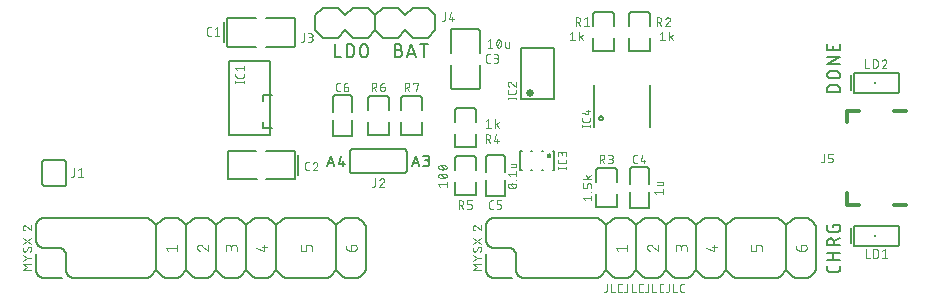
<source format=gto>
G04 EAGLE Gerber RS-274X export*
G75*
%MOMM*%
%FSLAX34Y34*%
%LPD*%
%INtop_silk*%
%IPPOS*%
%AMOC8*
5,1,8,0,0,1.08239X$1,22.5*%
G01*
%ADD10C,0.177800*%
%ADD11C,0.127000*%
%ADD12C,0.152400*%
%ADD13C,0.101600*%
%ADD14C,0.076200*%
%ADD15C,0.203200*%
%ADD16R,0.200000X0.200000*%
%ADD17C,0.650000*%
%ADD18C,0.304800*%


D10*
X756793Y35389D02*
X756793Y32962D01*
X756791Y32864D01*
X756785Y32767D01*
X756775Y32669D01*
X756762Y32573D01*
X756744Y32477D01*
X756722Y32381D01*
X756697Y32287D01*
X756668Y32193D01*
X756635Y32101D01*
X756599Y32011D01*
X756559Y31922D01*
X756515Y31834D01*
X756468Y31749D01*
X756417Y31665D01*
X756363Y31583D01*
X756306Y31504D01*
X756246Y31427D01*
X756183Y31353D01*
X756116Y31281D01*
X756047Y31212D01*
X755975Y31145D01*
X755901Y31082D01*
X755824Y31022D01*
X755745Y30965D01*
X755663Y30911D01*
X755580Y30860D01*
X755494Y30813D01*
X755406Y30769D01*
X755317Y30729D01*
X755227Y30693D01*
X755135Y30660D01*
X755041Y30631D01*
X754947Y30606D01*
X754851Y30584D01*
X754755Y30566D01*
X754659Y30553D01*
X754561Y30543D01*
X754464Y30537D01*
X754366Y30535D01*
X748298Y30535D01*
X748200Y30537D01*
X748103Y30543D01*
X748005Y30553D01*
X747909Y30566D01*
X747813Y30584D01*
X747717Y30606D01*
X747623Y30631D01*
X747529Y30660D01*
X747437Y30693D01*
X747347Y30729D01*
X747258Y30769D01*
X747170Y30813D01*
X747085Y30860D01*
X747001Y30911D01*
X746919Y30965D01*
X746840Y31022D01*
X746763Y31082D01*
X746689Y31145D01*
X746617Y31212D01*
X746548Y31281D01*
X746481Y31353D01*
X746418Y31427D01*
X746358Y31504D01*
X746301Y31583D01*
X746247Y31665D01*
X746196Y31748D01*
X746149Y31834D01*
X746105Y31922D01*
X746065Y32011D01*
X746029Y32101D01*
X745996Y32193D01*
X745967Y32287D01*
X745942Y32381D01*
X745920Y32477D01*
X745902Y32573D01*
X745889Y32669D01*
X745879Y32767D01*
X745873Y32864D01*
X745871Y32962D01*
X745871Y35389D01*
X745871Y40486D02*
X756793Y40486D01*
X750725Y40486D02*
X750725Y46554D01*
X745871Y46554D02*
X756793Y46554D01*
X756793Y52780D02*
X745871Y52780D01*
X745871Y55814D01*
X745873Y55922D01*
X745879Y56030D01*
X745888Y56138D01*
X745902Y56246D01*
X745919Y56353D01*
X745940Y56459D01*
X745965Y56564D01*
X745994Y56669D01*
X746026Y56772D01*
X746062Y56874D01*
X746102Y56975D01*
X746145Y57074D01*
X746192Y57172D01*
X746242Y57268D01*
X746296Y57362D01*
X746353Y57454D01*
X746413Y57544D01*
X746476Y57632D01*
X746543Y57718D01*
X746612Y57801D01*
X746684Y57881D01*
X746760Y57959D01*
X746838Y58035D01*
X746918Y58107D01*
X747001Y58176D01*
X747087Y58243D01*
X747175Y58306D01*
X747265Y58366D01*
X747357Y58423D01*
X747451Y58477D01*
X747547Y58527D01*
X747645Y58574D01*
X747744Y58617D01*
X747845Y58657D01*
X747947Y58693D01*
X748050Y58725D01*
X748155Y58754D01*
X748260Y58779D01*
X748366Y58800D01*
X748473Y58817D01*
X748581Y58831D01*
X748689Y58840D01*
X748797Y58846D01*
X748905Y58848D01*
X749013Y58846D01*
X749121Y58840D01*
X749229Y58831D01*
X749337Y58817D01*
X749444Y58800D01*
X749550Y58779D01*
X749655Y58754D01*
X749760Y58725D01*
X749863Y58693D01*
X749965Y58657D01*
X750066Y58617D01*
X750165Y58574D01*
X750263Y58527D01*
X750359Y58477D01*
X750453Y58423D01*
X750545Y58366D01*
X750635Y58306D01*
X750723Y58243D01*
X750809Y58176D01*
X750892Y58107D01*
X750972Y58035D01*
X751050Y57959D01*
X751126Y57881D01*
X751198Y57801D01*
X751267Y57718D01*
X751334Y57632D01*
X751397Y57544D01*
X751457Y57454D01*
X751514Y57362D01*
X751568Y57268D01*
X751618Y57172D01*
X751665Y57074D01*
X751708Y56975D01*
X751748Y56874D01*
X751784Y56772D01*
X751816Y56669D01*
X751845Y56564D01*
X751870Y56459D01*
X751891Y56353D01*
X751908Y56246D01*
X751922Y56138D01*
X751931Y56030D01*
X751937Y55922D01*
X751939Y55814D01*
X751939Y52780D01*
X751939Y56420D02*
X756793Y58847D01*
X750725Y68737D02*
X750725Y70557D01*
X756793Y70557D01*
X756793Y66917D01*
X756791Y66819D01*
X756785Y66722D01*
X756775Y66624D01*
X756762Y66528D01*
X756744Y66432D01*
X756722Y66336D01*
X756697Y66242D01*
X756668Y66148D01*
X756635Y66056D01*
X756599Y65966D01*
X756559Y65877D01*
X756515Y65789D01*
X756468Y65704D01*
X756417Y65620D01*
X756363Y65538D01*
X756306Y65459D01*
X756246Y65382D01*
X756183Y65308D01*
X756116Y65236D01*
X756047Y65167D01*
X755975Y65100D01*
X755901Y65037D01*
X755824Y64977D01*
X755745Y64920D01*
X755663Y64866D01*
X755580Y64815D01*
X755494Y64768D01*
X755406Y64724D01*
X755317Y64684D01*
X755227Y64648D01*
X755135Y64615D01*
X755041Y64586D01*
X754947Y64561D01*
X754851Y64539D01*
X754755Y64521D01*
X754659Y64508D01*
X754561Y64498D01*
X754464Y64492D01*
X754366Y64490D01*
X754366Y64489D02*
X748298Y64489D01*
X748298Y64490D02*
X748200Y64492D01*
X748103Y64498D01*
X748005Y64508D01*
X747909Y64521D01*
X747813Y64539D01*
X747717Y64561D01*
X747623Y64586D01*
X747529Y64615D01*
X747437Y64648D01*
X747347Y64684D01*
X747258Y64724D01*
X747170Y64768D01*
X747085Y64815D01*
X747001Y64866D01*
X746919Y64920D01*
X746840Y64977D01*
X746763Y65037D01*
X746689Y65100D01*
X746617Y65167D01*
X746548Y65236D01*
X746481Y65308D01*
X746418Y65382D01*
X746358Y65459D01*
X746301Y65538D01*
X746247Y65620D01*
X746196Y65703D01*
X746149Y65789D01*
X746105Y65877D01*
X746065Y65966D01*
X746029Y66056D01*
X745996Y66148D01*
X745967Y66242D01*
X745942Y66336D01*
X745920Y66432D01*
X745902Y66528D01*
X745889Y66624D01*
X745879Y66722D01*
X745873Y66819D01*
X745871Y66917D01*
X745871Y70557D01*
X745871Y182596D02*
X756793Y182596D01*
X745871Y182596D02*
X745871Y185630D01*
X745873Y185738D01*
X745879Y185846D01*
X745888Y185954D01*
X745902Y186062D01*
X745919Y186169D01*
X745940Y186275D01*
X745965Y186380D01*
X745994Y186485D01*
X746026Y186588D01*
X746062Y186690D01*
X746102Y186791D01*
X746145Y186890D01*
X746192Y186988D01*
X746242Y187084D01*
X746296Y187178D01*
X746353Y187270D01*
X746413Y187360D01*
X746476Y187448D01*
X746543Y187534D01*
X746612Y187617D01*
X746684Y187697D01*
X746760Y187775D01*
X746838Y187851D01*
X746918Y187923D01*
X747001Y187992D01*
X747087Y188059D01*
X747175Y188122D01*
X747265Y188182D01*
X747357Y188239D01*
X747451Y188293D01*
X747547Y188343D01*
X747645Y188390D01*
X747744Y188433D01*
X747845Y188473D01*
X747947Y188509D01*
X748050Y188541D01*
X748155Y188570D01*
X748260Y188595D01*
X748366Y188616D01*
X748473Y188633D01*
X748581Y188647D01*
X748689Y188656D01*
X748797Y188662D01*
X748905Y188664D01*
X753759Y188664D01*
X753867Y188662D01*
X753975Y188656D01*
X754083Y188647D01*
X754191Y188633D01*
X754298Y188616D01*
X754404Y188595D01*
X754509Y188570D01*
X754614Y188541D01*
X754717Y188509D01*
X754819Y188473D01*
X754920Y188433D01*
X755019Y188390D01*
X755117Y188343D01*
X755213Y188293D01*
X755307Y188239D01*
X755399Y188182D01*
X755489Y188122D01*
X755577Y188059D01*
X755663Y187992D01*
X755746Y187923D01*
X755826Y187851D01*
X755904Y187775D01*
X755980Y187697D01*
X756052Y187617D01*
X756121Y187534D01*
X756188Y187448D01*
X756251Y187360D01*
X756311Y187270D01*
X756368Y187178D01*
X756422Y187084D01*
X756472Y186988D01*
X756519Y186890D01*
X756562Y186791D01*
X756602Y186690D01*
X756638Y186588D01*
X756670Y186485D01*
X756699Y186380D01*
X756724Y186275D01*
X756745Y186169D01*
X756762Y186062D01*
X756776Y185954D01*
X756785Y185846D01*
X756791Y185738D01*
X756793Y185630D01*
X756793Y182596D01*
X753759Y194407D02*
X748905Y194407D01*
X748797Y194409D01*
X748689Y194415D01*
X748581Y194424D01*
X748473Y194438D01*
X748366Y194455D01*
X748260Y194476D01*
X748155Y194501D01*
X748050Y194530D01*
X747947Y194562D01*
X747845Y194598D01*
X747744Y194638D01*
X747645Y194681D01*
X747547Y194728D01*
X747451Y194778D01*
X747357Y194832D01*
X747265Y194889D01*
X747175Y194949D01*
X747087Y195012D01*
X747001Y195079D01*
X746918Y195148D01*
X746838Y195220D01*
X746760Y195296D01*
X746684Y195374D01*
X746612Y195454D01*
X746543Y195537D01*
X746476Y195623D01*
X746413Y195711D01*
X746353Y195801D01*
X746296Y195893D01*
X746242Y195987D01*
X746192Y196083D01*
X746145Y196181D01*
X746102Y196280D01*
X746062Y196381D01*
X746026Y196483D01*
X745994Y196586D01*
X745965Y196691D01*
X745940Y196796D01*
X745919Y196902D01*
X745902Y197009D01*
X745888Y197117D01*
X745879Y197225D01*
X745873Y197333D01*
X745871Y197441D01*
X745873Y197549D01*
X745879Y197657D01*
X745888Y197765D01*
X745902Y197873D01*
X745919Y197980D01*
X745940Y198086D01*
X745965Y198191D01*
X745994Y198296D01*
X746026Y198399D01*
X746062Y198501D01*
X746102Y198602D01*
X746145Y198701D01*
X746192Y198799D01*
X746242Y198895D01*
X746296Y198989D01*
X746353Y199081D01*
X746413Y199171D01*
X746476Y199259D01*
X746543Y199345D01*
X746612Y199428D01*
X746684Y199508D01*
X746760Y199586D01*
X746838Y199662D01*
X746918Y199734D01*
X747001Y199803D01*
X747087Y199870D01*
X747175Y199933D01*
X747265Y199993D01*
X747357Y200050D01*
X747451Y200104D01*
X747547Y200154D01*
X747645Y200201D01*
X747744Y200244D01*
X747845Y200284D01*
X747947Y200320D01*
X748050Y200352D01*
X748155Y200381D01*
X748260Y200406D01*
X748366Y200427D01*
X748473Y200444D01*
X748581Y200458D01*
X748689Y200467D01*
X748797Y200473D01*
X748905Y200475D01*
X753759Y200475D01*
X753867Y200473D01*
X753975Y200467D01*
X754083Y200458D01*
X754191Y200444D01*
X754298Y200427D01*
X754404Y200406D01*
X754509Y200381D01*
X754614Y200352D01*
X754717Y200320D01*
X754819Y200284D01*
X754920Y200244D01*
X755019Y200201D01*
X755117Y200154D01*
X755213Y200104D01*
X755307Y200050D01*
X755399Y199993D01*
X755489Y199933D01*
X755577Y199870D01*
X755663Y199803D01*
X755746Y199734D01*
X755826Y199662D01*
X755904Y199586D01*
X755980Y199508D01*
X756052Y199428D01*
X756121Y199345D01*
X756188Y199259D01*
X756251Y199171D01*
X756311Y199081D01*
X756368Y198989D01*
X756422Y198895D01*
X756472Y198799D01*
X756519Y198701D01*
X756562Y198602D01*
X756602Y198501D01*
X756638Y198399D01*
X756670Y198296D01*
X756699Y198191D01*
X756724Y198086D01*
X756745Y197980D01*
X756762Y197873D01*
X756776Y197765D01*
X756785Y197657D01*
X756791Y197549D01*
X756793Y197441D01*
X756791Y197333D01*
X756785Y197225D01*
X756776Y197117D01*
X756762Y197009D01*
X756745Y196902D01*
X756724Y196796D01*
X756699Y196691D01*
X756670Y196586D01*
X756638Y196483D01*
X756602Y196381D01*
X756562Y196280D01*
X756519Y196181D01*
X756472Y196083D01*
X756422Y195987D01*
X756368Y195893D01*
X756311Y195801D01*
X756251Y195711D01*
X756188Y195623D01*
X756121Y195537D01*
X756052Y195454D01*
X755980Y195374D01*
X755904Y195296D01*
X755826Y195220D01*
X755746Y195148D01*
X755663Y195079D01*
X755577Y195012D01*
X755489Y194949D01*
X755399Y194889D01*
X755307Y194832D01*
X755213Y194778D01*
X755117Y194728D01*
X755019Y194681D01*
X754920Y194638D01*
X754819Y194598D01*
X754717Y194562D01*
X754614Y194530D01*
X754509Y194501D01*
X754404Y194476D01*
X754298Y194455D01*
X754191Y194438D01*
X754083Y194424D01*
X753975Y194415D01*
X753867Y194409D01*
X753759Y194407D01*
X756793Y206218D02*
X745871Y206218D01*
X756793Y212286D01*
X745871Y212286D01*
X756793Y218441D02*
X756793Y223296D01*
X756793Y218441D02*
X745871Y218441D01*
X745871Y223296D01*
X750725Y222082D02*
X750725Y218441D01*
X382958Y218539D02*
X379924Y218539D01*
X382958Y218539D02*
X383066Y218537D01*
X383174Y218531D01*
X383282Y218522D01*
X383390Y218508D01*
X383497Y218491D01*
X383603Y218470D01*
X383708Y218445D01*
X383813Y218416D01*
X383916Y218384D01*
X384018Y218348D01*
X384119Y218308D01*
X384218Y218265D01*
X384316Y218218D01*
X384412Y218168D01*
X384506Y218114D01*
X384598Y218057D01*
X384688Y217997D01*
X384776Y217934D01*
X384862Y217867D01*
X384945Y217798D01*
X385025Y217726D01*
X385103Y217650D01*
X385179Y217572D01*
X385251Y217492D01*
X385320Y217409D01*
X385387Y217323D01*
X385450Y217235D01*
X385510Y217145D01*
X385567Y217053D01*
X385621Y216959D01*
X385671Y216863D01*
X385718Y216765D01*
X385761Y216666D01*
X385801Y216565D01*
X385837Y216463D01*
X385869Y216360D01*
X385898Y216255D01*
X385923Y216150D01*
X385944Y216044D01*
X385961Y215937D01*
X385975Y215829D01*
X385984Y215721D01*
X385990Y215613D01*
X385992Y215505D01*
X385990Y215397D01*
X385984Y215289D01*
X385975Y215181D01*
X385961Y215073D01*
X385944Y214966D01*
X385923Y214860D01*
X385898Y214755D01*
X385869Y214650D01*
X385837Y214547D01*
X385801Y214445D01*
X385761Y214344D01*
X385718Y214245D01*
X385671Y214147D01*
X385621Y214051D01*
X385567Y213957D01*
X385510Y213865D01*
X385450Y213775D01*
X385387Y213687D01*
X385320Y213601D01*
X385251Y213518D01*
X385179Y213438D01*
X385103Y213360D01*
X385025Y213284D01*
X384945Y213212D01*
X384862Y213143D01*
X384776Y213076D01*
X384688Y213013D01*
X384598Y212953D01*
X384506Y212896D01*
X384412Y212842D01*
X384316Y212792D01*
X384218Y212745D01*
X384119Y212702D01*
X384018Y212662D01*
X383916Y212626D01*
X383813Y212594D01*
X383708Y212565D01*
X383603Y212540D01*
X383497Y212519D01*
X383390Y212502D01*
X383282Y212488D01*
X383174Y212479D01*
X383066Y212473D01*
X382958Y212471D01*
X379924Y212471D01*
X379924Y223393D01*
X382958Y223393D01*
X383056Y223391D01*
X383153Y223385D01*
X383251Y223375D01*
X383347Y223362D01*
X383443Y223344D01*
X383539Y223322D01*
X383633Y223297D01*
X383727Y223268D01*
X383819Y223235D01*
X383909Y223199D01*
X383998Y223159D01*
X384086Y223115D01*
X384172Y223068D01*
X384255Y223017D01*
X384337Y222963D01*
X384416Y222906D01*
X384493Y222846D01*
X384567Y222783D01*
X384639Y222716D01*
X384708Y222647D01*
X384775Y222575D01*
X384838Y222501D01*
X384898Y222424D01*
X384955Y222345D01*
X385009Y222263D01*
X385060Y222179D01*
X385107Y222094D01*
X385151Y222006D01*
X385191Y221917D01*
X385227Y221827D01*
X385260Y221735D01*
X385289Y221641D01*
X385314Y221547D01*
X385336Y221451D01*
X385354Y221355D01*
X385367Y221259D01*
X385377Y221161D01*
X385383Y221064D01*
X385385Y220966D01*
X385383Y220868D01*
X385377Y220771D01*
X385367Y220673D01*
X385354Y220577D01*
X385336Y220481D01*
X385314Y220385D01*
X385289Y220291D01*
X385260Y220197D01*
X385227Y220105D01*
X385191Y220015D01*
X385151Y219926D01*
X385107Y219838D01*
X385060Y219753D01*
X385009Y219669D01*
X384955Y219587D01*
X384898Y219508D01*
X384838Y219431D01*
X384775Y219357D01*
X384708Y219285D01*
X384639Y219216D01*
X384567Y219149D01*
X384493Y219086D01*
X384416Y219026D01*
X384337Y218969D01*
X384255Y218915D01*
X384172Y218864D01*
X384086Y218817D01*
X383998Y218773D01*
X383909Y218733D01*
X383819Y218697D01*
X383727Y218664D01*
X383633Y218635D01*
X383539Y218610D01*
X383443Y218588D01*
X383347Y218570D01*
X383251Y218557D01*
X383153Y218547D01*
X383056Y218541D01*
X382958Y218539D01*
X390133Y212471D02*
X393774Y223393D01*
X397415Y212471D01*
X396505Y215202D02*
X391044Y215202D01*
X404442Y212471D02*
X404442Y223393D01*
X401408Y223393D02*
X407476Y223393D01*
X329023Y223393D02*
X329023Y212471D01*
X333877Y212471D01*
X338898Y212471D02*
X338898Y223393D01*
X341932Y223393D01*
X342040Y223391D01*
X342148Y223385D01*
X342256Y223376D01*
X342364Y223362D01*
X342471Y223345D01*
X342577Y223324D01*
X342682Y223299D01*
X342787Y223270D01*
X342890Y223238D01*
X342992Y223202D01*
X343093Y223162D01*
X343192Y223119D01*
X343290Y223072D01*
X343386Y223022D01*
X343480Y222968D01*
X343572Y222911D01*
X343662Y222851D01*
X343750Y222788D01*
X343836Y222721D01*
X343919Y222652D01*
X343999Y222580D01*
X344077Y222504D01*
X344153Y222426D01*
X344225Y222346D01*
X344294Y222263D01*
X344361Y222177D01*
X344424Y222089D01*
X344484Y221999D01*
X344541Y221907D01*
X344595Y221813D01*
X344645Y221717D01*
X344692Y221619D01*
X344735Y221520D01*
X344775Y221419D01*
X344811Y221317D01*
X344843Y221214D01*
X344872Y221109D01*
X344897Y221004D01*
X344918Y220898D01*
X344935Y220791D01*
X344949Y220683D01*
X344958Y220575D01*
X344964Y220467D01*
X344966Y220359D01*
X344966Y215505D01*
X344964Y215397D01*
X344958Y215289D01*
X344949Y215181D01*
X344935Y215073D01*
X344918Y214966D01*
X344897Y214860D01*
X344872Y214755D01*
X344843Y214650D01*
X344811Y214547D01*
X344775Y214445D01*
X344735Y214344D01*
X344692Y214245D01*
X344645Y214147D01*
X344595Y214051D01*
X344541Y213957D01*
X344484Y213865D01*
X344424Y213775D01*
X344361Y213687D01*
X344294Y213601D01*
X344225Y213518D01*
X344153Y213438D01*
X344077Y213360D01*
X343999Y213284D01*
X343919Y213212D01*
X343836Y213143D01*
X343750Y213076D01*
X343662Y213013D01*
X343572Y212953D01*
X343480Y212896D01*
X343386Y212842D01*
X343290Y212792D01*
X343192Y212745D01*
X343093Y212702D01*
X342992Y212662D01*
X342890Y212626D01*
X342787Y212594D01*
X342682Y212565D01*
X342577Y212540D01*
X342471Y212519D01*
X342364Y212502D01*
X342256Y212488D01*
X342148Y212479D01*
X342040Y212473D01*
X341932Y212471D01*
X338898Y212471D01*
X350709Y215505D02*
X350709Y220359D01*
X350711Y220467D01*
X350717Y220575D01*
X350726Y220683D01*
X350740Y220791D01*
X350757Y220898D01*
X350778Y221004D01*
X350803Y221109D01*
X350832Y221214D01*
X350864Y221317D01*
X350900Y221419D01*
X350940Y221520D01*
X350983Y221619D01*
X351030Y221717D01*
X351080Y221813D01*
X351134Y221907D01*
X351191Y221999D01*
X351251Y222089D01*
X351314Y222177D01*
X351381Y222263D01*
X351450Y222346D01*
X351522Y222426D01*
X351598Y222504D01*
X351676Y222580D01*
X351756Y222652D01*
X351839Y222721D01*
X351925Y222788D01*
X352013Y222851D01*
X352103Y222911D01*
X352195Y222968D01*
X352289Y223022D01*
X352385Y223072D01*
X352483Y223119D01*
X352582Y223162D01*
X352683Y223202D01*
X352785Y223238D01*
X352888Y223270D01*
X352993Y223299D01*
X353098Y223324D01*
X353204Y223345D01*
X353311Y223362D01*
X353419Y223376D01*
X353527Y223385D01*
X353635Y223391D01*
X353743Y223393D01*
X353851Y223391D01*
X353959Y223385D01*
X354067Y223376D01*
X354175Y223362D01*
X354282Y223345D01*
X354388Y223324D01*
X354493Y223299D01*
X354598Y223270D01*
X354701Y223238D01*
X354803Y223202D01*
X354904Y223162D01*
X355003Y223119D01*
X355101Y223072D01*
X355197Y223022D01*
X355291Y222968D01*
X355383Y222911D01*
X355473Y222851D01*
X355561Y222788D01*
X355647Y222721D01*
X355730Y222652D01*
X355810Y222580D01*
X355888Y222504D01*
X355964Y222426D01*
X356036Y222346D01*
X356105Y222263D01*
X356172Y222177D01*
X356235Y222089D01*
X356295Y221999D01*
X356352Y221907D01*
X356406Y221813D01*
X356456Y221717D01*
X356503Y221619D01*
X356546Y221520D01*
X356586Y221419D01*
X356622Y221317D01*
X356654Y221214D01*
X356683Y221109D01*
X356708Y221004D01*
X356729Y220898D01*
X356746Y220791D01*
X356760Y220683D01*
X356769Y220575D01*
X356775Y220467D01*
X356777Y220359D01*
X356777Y215505D01*
X356775Y215397D01*
X356769Y215289D01*
X356760Y215181D01*
X356746Y215073D01*
X356729Y214966D01*
X356708Y214860D01*
X356683Y214755D01*
X356654Y214650D01*
X356622Y214547D01*
X356586Y214445D01*
X356546Y214344D01*
X356503Y214245D01*
X356456Y214147D01*
X356406Y214051D01*
X356352Y213957D01*
X356295Y213865D01*
X356235Y213775D01*
X356172Y213687D01*
X356105Y213601D01*
X356036Y213518D01*
X355964Y213438D01*
X355888Y213360D01*
X355810Y213284D01*
X355730Y213212D01*
X355647Y213143D01*
X355561Y213076D01*
X355473Y213013D01*
X355383Y212953D01*
X355291Y212896D01*
X355197Y212842D01*
X355101Y212792D01*
X355003Y212745D01*
X354904Y212702D01*
X354803Y212662D01*
X354701Y212626D01*
X354598Y212594D01*
X354493Y212565D01*
X354388Y212540D01*
X354282Y212519D01*
X354175Y212502D01*
X354067Y212488D01*
X353959Y212479D01*
X353851Y212473D01*
X353743Y212471D01*
X353635Y212473D01*
X353527Y212479D01*
X353419Y212488D01*
X353311Y212502D01*
X353204Y212519D01*
X353098Y212540D01*
X352993Y212565D01*
X352888Y212594D01*
X352785Y212626D01*
X352683Y212662D01*
X352582Y212702D01*
X352483Y212745D01*
X352385Y212792D01*
X352289Y212842D01*
X352195Y212896D01*
X352103Y212953D01*
X352013Y213013D01*
X351925Y213076D01*
X351839Y213143D01*
X351756Y213212D01*
X351676Y213284D01*
X351598Y213360D01*
X351522Y213438D01*
X351450Y213518D01*
X351381Y213601D01*
X351314Y213687D01*
X351251Y213775D01*
X351191Y213865D01*
X351134Y213957D01*
X351080Y214051D01*
X351030Y214147D01*
X350983Y214245D01*
X350940Y214344D01*
X350900Y214445D01*
X350864Y214547D01*
X350832Y214650D01*
X350803Y214755D01*
X350778Y214860D01*
X350757Y214966D01*
X350740Y215073D01*
X350726Y215181D01*
X350717Y215289D01*
X350711Y215397D01*
X350709Y215505D01*
D11*
X397298Y128905D02*
X394335Y120015D01*
X400262Y120015D02*
X397298Y128905D01*
X399521Y122238D02*
X395076Y122238D01*
X403973Y120015D02*
X406442Y120015D01*
X406540Y120017D01*
X406638Y120023D01*
X406736Y120033D01*
X406833Y120046D01*
X406930Y120064D01*
X407026Y120085D01*
X407120Y120110D01*
X407214Y120139D01*
X407307Y120171D01*
X407398Y120208D01*
X407488Y120247D01*
X407576Y120291D01*
X407662Y120338D01*
X407747Y120388D01*
X407829Y120441D01*
X407909Y120498D01*
X407987Y120558D01*
X408062Y120621D01*
X408135Y120687D01*
X408205Y120756D01*
X408272Y120827D01*
X408337Y120901D01*
X408398Y120978D01*
X408457Y121057D01*
X408512Y121138D01*
X408564Y121221D01*
X408612Y121307D01*
X408657Y121394D01*
X408699Y121483D01*
X408737Y121573D01*
X408771Y121665D01*
X408802Y121758D01*
X408829Y121853D01*
X408852Y121948D01*
X408872Y122045D01*
X408887Y122141D01*
X408899Y122239D01*
X408907Y122337D01*
X408911Y122435D01*
X408911Y122533D01*
X408907Y122631D01*
X408899Y122729D01*
X408887Y122827D01*
X408872Y122923D01*
X408852Y123020D01*
X408829Y123115D01*
X408802Y123210D01*
X408771Y123303D01*
X408737Y123395D01*
X408699Y123485D01*
X408657Y123574D01*
X408612Y123661D01*
X408564Y123747D01*
X408512Y123830D01*
X408457Y123911D01*
X408398Y123990D01*
X408337Y124067D01*
X408272Y124141D01*
X408205Y124212D01*
X408135Y124281D01*
X408062Y124347D01*
X407987Y124410D01*
X407909Y124470D01*
X407829Y124527D01*
X407747Y124580D01*
X407662Y124630D01*
X407576Y124677D01*
X407488Y124721D01*
X407398Y124760D01*
X407307Y124797D01*
X407214Y124829D01*
X407120Y124858D01*
X407026Y124883D01*
X406930Y124904D01*
X406833Y124922D01*
X406736Y124935D01*
X406638Y124945D01*
X406540Y124951D01*
X406442Y124953D01*
X406936Y128905D02*
X403973Y128905D01*
X406936Y128905D02*
X407023Y128903D01*
X407111Y128897D01*
X407198Y128888D01*
X407284Y128874D01*
X407370Y128857D01*
X407454Y128836D01*
X407538Y128811D01*
X407621Y128782D01*
X407702Y128750D01*
X407782Y128715D01*
X407860Y128676D01*
X407937Y128633D01*
X408011Y128587D01*
X408083Y128538D01*
X408153Y128486D01*
X408221Y128430D01*
X408286Y128372D01*
X408349Y128311D01*
X408408Y128247D01*
X408465Y128180D01*
X408519Y128112D01*
X408570Y128040D01*
X408617Y127967D01*
X408662Y127892D01*
X408703Y127814D01*
X408740Y127735D01*
X408774Y127655D01*
X408804Y127573D01*
X408831Y127490D01*
X408854Y127405D01*
X408873Y127320D01*
X408888Y127234D01*
X408900Y127147D01*
X408908Y127060D01*
X408912Y126973D01*
X408912Y126885D01*
X408908Y126798D01*
X408900Y126711D01*
X408888Y126624D01*
X408873Y126538D01*
X408854Y126453D01*
X408831Y126368D01*
X408804Y126285D01*
X408774Y126203D01*
X408740Y126123D01*
X408703Y126044D01*
X408662Y125966D01*
X408617Y125891D01*
X408570Y125818D01*
X408519Y125746D01*
X408465Y125678D01*
X408408Y125611D01*
X408349Y125547D01*
X408286Y125486D01*
X408221Y125428D01*
X408153Y125372D01*
X408083Y125320D01*
X408011Y125271D01*
X407937Y125225D01*
X407860Y125182D01*
X407782Y125143D01*
X407702Y125108D01*
X407621Y125076D01*
X407538Y125047D01*
X407454Y125022D01*
X407370Y125001D01*
X407284Y124984D01*
X407198Y124970D01*
X407111Y124961D01*
X407023Y124955D01*
X406936Y124953D01*
X406936Y124954D02*
X404961Y124954D01*
X325572Y128905D02*
X322608Y120015D01*
X328535Y120015D02*
X325572Y128905D01*
X327794Y122238D02*
X323349Y122238D01*
X332246Y121991D02*
X334222Y128905D01*
X332246Y121991D02*
X337185Y121991D01*
X335703Y123966D02*
X335703Y120015D01*
D12*
X274338Y146306D02*
X239738Y146306D01*
X239738Y208786D02*
X274338Y208786D01*
X239738Y208786D02*
X239738Y146306D01*
X274338Y146306D02*
X274338Y208786D01*
D13*
X251968Y191054D02*
X244856Y191054D01*
X251968Y190264D02*
X251968Y191845D01*
X244856Y191845D02*
X244856Y190264D01*
X251968Y196484D02*
X251968Y198065D01*
X251968Y196484D02*
X251966Y196406D01*
X251960Y196329D01*
X251951Y196252D01*
X251938Y196176D01*
X251921Y196100D01*
X251900Y196025D01*
X251876Y195952D01*
X251848Y195879D01*
X251816Y195808D01*
X251781Y195739D01*
X251743Y195672D01*
X251702Y195606D01*
X251657Y195543D01*
X251609Y195482D01*
X251559Y195423D01*
X251505Y195367D01*
X251449Y195313D01*
X251390Y195263D01*
X251329Y195215D01*
X251266Y195170D01*
X251200Y195129D01*
X251133Y195091D01*
X251064Y195056D01*
X250993Y195024D01*
X250920Y194996D01*
X250847Y194972D01*
X250772Y194951D01*
X250696Y194934D01*
X250620Y194921D01*
X250543Y194912D01*
X250466Y194906D01*
X250388Y194904D01*
X246436Y194904D01*
X246436Y194903D02*
X246358Y194905D01*
X246281Y194911D01*
X246204Y194920D01*
X246128Y194933D01*
X246052Y194950D01*
X245977Y194971D01*
X245903Y194995D01*
X245831Y195023D01*
X245760Y195055D01*
X245691Y195090D01*
X245623Y195128D01*
X245558Y195169D01*
X245494Y195214D01*
X245433Y195262D01*
X245374Y195313D01*
X245318Y195366D01*
X245265Y195422D01*
X245214Y195481D01*
X245166Y195542D01*
X245121Y195606D01*
X245080Y195671D01*
X245042Y195739D01*
X245007Y195808D01*
X244975Y195879D01*
X244947Y195951D01*
X244923Y196025D01*
X244902Y196100D01*
X244885Y196176D01*
X244872Y196252D01*
X244863Y196329D01*
X244857Y196406D01*
X244855Y196484D01*
X244856Y196484D02*
X244856Y198065D01*
X246436Y201027D02*
X244856Y203002D01*
X251968Y203002D01*
X251968Y201027D02*
X251968Y204978D01*
D11*
X295148Y222504D02*
X295148Y244348D01*
X295148Y222504D02*
X295146Y222435D01*
X295141Y222367D01*
X295131Y222299D01*
X295118Y222231D01*
X295102Y222164D01*
X295082Y222098D01*
X295058Y222034D01*
X295031Y221971D01*
X295000Y221909D01*
X294966Y221849D01*
X294929Y221791D01*
X294889Y221735D01*
X294846Y221682D01*
X294800Y221631D01*
X294751Y221582D01*
X294700Y221536D01*
X294647Y221493D01*
X294591Y221453D01*
X294533Y221416D01*
X294473Y221382D01*
X294411Y221351D01*
X294348Y221324D01*
X294284Y221300D01*
X294218Y221280D01*
X294151Y221264D01*
X294083Y221251D01*
X294015Y221241D01*
X293947Y221236D01*
X293878Y221234D01*
X270764Y221234D01*
X262382Y221234D02*
X239014Y221234D01*
X238945Y221236D01*
X238877Y221241D01*
X238809Y221251D01*
X238741Y221264D01*
X238674Y221280D01*
X238608Y221300D01*
X238544Y221324D01*
X238481Y221351D01*
X238419Y221382D01*
X238359Y221416D01*
X238301Y221453D01*
X238245Y221493D01*
X238192Y221536D01*
X238141Y221582D01*
X238092Y221631D01*
X238046Y221682D01*
X238003Y221735D01*
X237963Y221791D01*
X237926Y221849D01*
X237892Y221909D01*
X237861Y221971D01*
X237834Y222034D01*
X237810Y222098D01*
X237790Y222164D01*
X237774Y222231D01*
X237761Y222299D01*
X237751Y222367D01*
X237746Y222435D01*
X237744Y222504D01*
X237744Y244348D01*
X237746Y244417D01*
X237751Y244485D01*
X237761Y244553D01*
X237774Y244621D01*
X237790Y244688D01*
X237810Y244754D01*
X237834Y244818D01*
X237861Y244881D01*
X237892Y244943D01*
X237926Y245003D01*
X237963Y245061D01*
X238003Y245117D01*
X238046Y245170D01*
X238092Y245221D01*
X238141Y245270D01*
X238192Y245316D01*
X238245Y245359D01*
X238301Y245399D01*
X238359Y245436D01*
X238419Y245470D01*
X238481Y245501D01*
X238544Y245528D01*
X238608Y245552D01*
X238674Y245572D01*
X238741Y245588D01*
X238809Y245601D01*
X238877Y245611D01*
X238945Y245616D01*
X239014Y245618D01*
X262382Y245618D01*
X270510Y245618D02*
X293878Y245618D01*
X293947Y245616D01*
X294015Y245611D01*
X294083Y245601D01*
X294151Y245588D01*
X294218Y245572D01*
X294284Y245552D01*
X294348Y245528D01*
X294411Y245501D01*
X294473Y245470D01*
X294533Y245436D01*
X294591Y245399D01*
X294647Y245359D01*
X294700Y245316D01*
X294751Y245270D01*
X294800Y245221D01*
X294846Y245170D01*
X294889Y245117D01*
X294929Y245061D01*
X294966Y245003D01*
X295000Y244943D01*
X295031Y244881D01*
X295058Y244818D01*
X295082Y244754D01*
X295102Y244688D01*
X295118Y244621D01*
X295131Y244553D01*
X295141Y244485D01*
X295146Y244417D01*
X295148Y244348D01*
X235204Y241808D02*
X235204Y225044D01*
D13*
X224184Y230378D02*
X222603Y230378D01*
X222525Y230380D01*
X222448Y230386D01*
X222371Y230395D01*
X222295Y230408D01*
X222219Y230425D01*
X222144Y230446D01*
X222071Y230470D01*
X221998Y230498D01*
X221927Y230530D01*
X221858Y230565D01*
X221791Y230603D01*
X221725Y230644D01*
X221662Y230689D01*
X221601Y230737D01*
X221542Y230787D01*
X221486Y230841D01*
X221432Y230897D01*
X221382Y230956D01*
X221334Y231017D01*
X221289Y231080D01*
X221248Y231146D01*
X221210Y231213D01*
X221175Y231282D01*
X221143Y231353D01*
X221115Y231426D01*
X221091Y231499D01*
X221070Y231574D01*
X221053Y231650D01*
X221040Y231726D01*
X221031Y231803D01*
X221025Y231880D01*
X221023Y231958D01*
X221023Y235910D01*
X221025Y235988D01*
X221031Y236065D01*
X221040Y236142D01*
X221053Y236218D01*
X221070Y236294D01*
X221091Y236369D01*
X221115Y236442D01*
X221143Y236515D01*
X221175Y236586D01*
X221210Y236655D01*
X221248Y236722D01*
X221289Y236788D01*
X221334Y236851D01*
X221382Y236912D01*
X221432Y236971D01*
X221486Y237027D01*
X221542Y237081D01*
X221601Y237131D01*
X221662Y237179D01*
X221725Y237224D01*
X221791Y237265D01*
X221858Y237303D01*
X221927Y237338D01*
X221998Y237370D01*
X222071Y237398D01*
X222144Y237422D01*
X222219Y237443D01*
X222295Y237460D01*
X222371Y237473D01*
X222448Y237482D01*
X222525Y237488D01*
X222603Y237490D01*
X224184Y237490D01*
X227146Y235910D02*
X229122Y237490D01*
X229122Y230378D01*
X231097Y230378D02*
X227146Y230378D01*
D11*
X238252Y131826D02*
X238252Y109982D01*
X238252Y131826D02*
X238254Y131895D01*
X238259Y131963D01*
X238269Y132031D01*
X238282Y132099D01*
X238298Y132166D01*
X238318Y132232D01*
X238342Y132296D01*
X238369Y132359D01*
X238400Y132421D01*
X238434Y132481D01*
X238471Y132539D01*
X238511Y132595D01*
X238554Y132648D01*
X238600Y132699D01*
X238649Y132748D01*
X238700Y132794D01*
X238753Y132837D01*
X238809Y132877D01*
X238867Y132914D01*
X238927Y132948D01*
X238989Y132979D01*
X239052Y133006D01*
X239116Y133030D01*
X239182Y133050D01*
X239249Y133066D01*
X239317Y133079D01*
X239385Y133089D01*
X239453Y133094D01*
X239522Y133096D01*
X262636Y133096D01*
X271018Y133096D02*
X294386Y133096D01*
X294455Y133094D01*
X294523Y133089D01*
X294591Y133079D01*
X294659Y133066D01*
X294726Y133050D01*
X294792Y133030D01*
X294856Y133006D01*
X294919Y132979D01*
X294981Y132948D01*
X295041Y132914D01*
X295099Y132877D01*
X295155Y132837D01*
X295208Y132794D01*
X295259Y132748D01*
X295308Y132699D01*
X295354Y132648D01*
X295397Y132595D01*
X295437Y132539D01*
X295474Y132481D01*
X295508Y132421D01*
X295539Y132359D01*
X295566Y132296D01*
X295590Y132232D01*
X295610Y132166D01*
X295626Y132099D01*
X295639Y132031D01*
X295649Y131963D01*
X295654Y131895D01*
X295656Y131826D01*
X295656Y109982D01*
X295654Y109913D01*
X295649Y109845D01*
X295639Y109777D01*
X295626Y109709D01*
X295610Y109642D01*
X295590Y109576D01*
X295566Y109512D01*
X295539Y109449D01*
X295508Y109387D01*
X295474Y109327D01*
X295437Y109269D01*
X295397Y109213D01*
X295354Y109160D01*
X295308Y109109D01*
X295259Y109060D01*
X295208Y109014D01*
X295155Y108971D01*
X295099Y108931D01*
X295041Y108894D01*
X294981Y108860D01*
X294919Y108829D01*
X294856Y108802D01*
X294792Y108778D01*
X294726Y108758D01*
X294659Y108742D01*
X294591Y108729D01*
X294523Y108719D01*
X294455Y108714D01*
X294386Y108712D01*
X271018Y108712D01*
X262890Y108712D02*
X239522Y108712D01*
X239453Y108714D01*
X239385Y108719D01*
X239317Y108729D01*
X239249Y108742D01*
X239182Y108758D01*
X239116Y108778D01*
X239052Y108802D01*
X238989Y108829D01*
X238927Y108860D01*
X238867Y108894D01*
X238809Y108931D01*
X238753Y108971D01*
X238700Y109014D01*
X238649Y109060D01*
X238600Y109109D01*
X238554Y109160D01*
X238511Y109213D01*
X238471Y109269D01*
X238434Y109327D01*
X238400Y109387D01*
X238369Y109449D01*
X238342Y109512D01*
X238318Y109576D01*
X238298Y109642D01*
X238282Y109709D01*
X238269Y109777D01*
X238259Y109845D01*
X238254Y109913D01*
X238252Y109982D01*
X298196Y112522D02*
X298196Y129286D01*
D13*
X305661Y116332D02*
X307242Y116332D01*
X305661Y116332D02*
X305583Y116334D01*
X305506Y116340D01*
X305429Y116349D01*
X305353Y116362D01*
X305277Y116379D01*
X305202Y116400D01*
X305129Y116424D01*
X305056Y116452D01*
X304985Y116484D01*
X304916Y116519D01*
X304849Y116557D01*
X304783Y116598D01*
X304720Y116643D01*
X304659Y116691D01*
X304600Y116741D01*
X304544Y116795D01*
X304490Y116851D01*
X304440Y116910D01*
X304392Y116971D01*
X304347Y117034D01*
X304306Y117100D01*
X304268Y117167D01*
X304233Y117236D01*
X304201Y117307D01*
X304173Y117380D01*
X304149Y117453D01*
X304128Y117528D01*
X304111Y117604D01*
X304098Y117680D01*
X304089Y117757D01*
X304083Y117834D01*
X304081Y117912D01*
X304081Y121864D01*
X304083Y121942D01*
X304089Y122019D01*
X304098Y122096D01*
X304111Y122172D01*
X304128Y122248D01*
X304149Y122323D01*
X304173Y122396D01*
X304201Y122469D01*
X304233Y122540D01*
X304268Y122609D01*
X304306Y122676D01*
X304347Y122742D01*
X304392Y122805D01*
X304440Y122866D01*
X304490Y122925D01*
X304544Y122981D01*
X304600Y123035D01*
X304659Y123085D01*
X304720Y123133D01*
X304783Y123178D01*
X304849Y123219D01*
X304916Y123257D01*
X304985Y123292D01*
X305056Y123324D01*
X305129Y123352D01*
X305202Y123376D01*
X305277Y123397D01*
X305353Y123414D01*
X305429Y123427D01*
X305506Y123436D01*
X305583Y123442D01*
X305661Y123444D01*
X307242Y123444D01*
X312377Y123444D02*
X312459Y123442D01*
X312541Y123436D01*
X312623Y123427D01*
X312704Y123414D01*
X312784Y123397D01*
X312864Y123376D01*
X312942Y123352D01*
X313019Y123324D01*
X313095Y123293D01*
X313170Y123258D01*
X313242Y123219D01*
X313313Y123178D01*
X313382Y123133D01*
X313448Y123085D01*
X313513Y123034D01*
X313575Y122980D01*
X313634Y122923D01*
X313691Y122864D01*
X313745Y122802D01*
X313796Y122737D01*
X313844Y122671D01*
X313889Y122602D01*
X313930Y122531D01*
X313969Y122459D01*
X314004Y122384D01*
X314035Y122308D01*
X314063Y122231D01*
X314087Y122153D01*
X314108Y122073D01*
X314125Y121993D01*
X314138Y121912D01*
X314147Y121830D01*
X314153Y121748D01*
X314155Y121666D01*
X312377Y123444D02*
X312284Y123442D01*
X312192Y123436D01*
X312100Y123427D01*
X312008Y123414D01*
X311917Y123397D01*
X311827Y123377D01*
X311737Y123353D01*
X311649Y123325D01*
X311561Y123293D01*
X311476Y123259D01*
X311391Y123220D01*
X311309Y123179D01*
X311228Y123134D01*
X311148Y123085D01*
X311071Y123034D01*
X310996Y122980D01*
X310924Y122922D01*
X310854Y122862D01*
X310786Y122798D01*
X310721Y122733D01*
X310658Y122664D01*
X310599Y122593D01*
X310542Y122520D01*
X310488Y122444D01*
X310438Y122367D01*
X310390Y122287D01*
X310346Y122206D01*
X310306Y122122D01*
X310268Y122038D01*
X310234Y121951D01*
X310204Y121864D01*
X313562Y120283D02*
X313623Y120344D01*
X313681Y120407D01*
X313736Y120473D01*
X313789Y120541D01*
X313838Y120612D01*
X313883Y120684D01*
X313926Y120759D01*
X313965Y120835D01*
X314001Y120914D01*
X314033Y120993D01*
X314061Y121074D01*
X314086Y121157D01*
X314107Y121240D01*
X314124Y121324D01*
X314138Y121409D01*
X314147Y121494D01*
X314153Y121580D01*
X314155Y121666D01*
X313563Y120283D02*
X310204Y116332D01*
X314155Y116332D01*
D12*
X276094Y152150D02*
X267974Y152150D01*
X267974Y157730D01*
X267974Y175010D02*
X267974Y180590D01*
X276094Y180590D01*
X76200Y45720D02*
X76200Y31750D01*
X76202Y31592D01*
X76208Y31433D01*
X76218Y31275D01*
X76232Y31118D01*
X76249Y30960D01*
X76271Y30804D01*
X76296Y30647D01*
X76326Y30492D01*
X76359Y30337D01*
X76396Y30183D01*
X76437Y30030D01*
X76482Y29878D01*
X76531Y29728D01*
X76583Y29578D01*
X76639Y29430D01*
X76699Y29283D01*
X76762Y29138D01*
X76829Y28995D01*
X76899Y28853D01*
X76973Y28713D01*
X77051Y28575D01*
X77132Y28439D01*
X77216Y28305D01*
X77303Y28173D01*
X77394Y28043D01*
X77488Y27916D01*
X77585Y27791D01*
X77686Y27668D01*
X77789Y27548D01*
X77895Y27431D01*
X78004Y27316D01*
X78116Y27204D01*
X78231Y27095D01*
X78348Y26989D01*
X78468Y26886D01*
X78591Y26785D01*
X78716Y26688D01*
X78843Y26594D01*
X78973Y26503D01*
X79105Y26416D01*
X79239Y26332D01*
X79375Y26251D01*
X79513Y26173D01*
X79653Y26099D01*
X79795Y26029D01*
X79938Y25962D01*
X80083Y25899D01*
X80230Y25839D01*
X80378Y25783D01*
X80528Y25731D01*
X80678Y25682D01*
X80830Y25637D01*
X80983Y25596D01*
X81137Y25559D01*
X81292Y25526D01*
X81447Y25496D01*
X81604Y25471D01*
X81760Y25449D01*
X81918Y25432D01*
X82075Y25418D01*
X82233Y25408D01*
X82392Y25402D01*
X82550Y25400D01*
X97790Y25400D01*
X101600Y31750D02*
X101600Y44450D01*
X101600Y31750D02*
X101602Y31592D01*
X101608Y31433D01*
X101618Y31275D01*
X101632Y31118D01*
X101649Y30960D01*
X101671Y30804D01*
X101696Y30647D01*
X101726Y30492D01*
X101759Y30337D01*
X101796Y30183D01*
X101837Y30030D01*
X101882Y29878D01*
X101931Y29728D01*
X101983Y29578D01*
X102039Y29430D01*
X102099Y29283D01*
X102162Y29138D01*
X102229Y28995D01*
X102299Y28853D01*
X102373Y28713D01*
X102451Y28575D01*
X102532Y28439D01*
X102616Y28305D01*
X102703Y28173D01*
X102794Y28043D01*
X102888Y27916D01*
X102985Y27791D01*
X103086Y27668D01*
X103189Y27548D01*
X103295Y27431D01*
X103404Y27316D01*
X103516Y27204D01*
X103631Y27095D01*
X103748Y26989D01*
X103868Y26886D01*
X103991Y26785D01*
X104116Y26688D01*
X104243Y26594D01*
X104373Y26503D01*
X104505Y26416D01*
X104639Y26332D01*
X104775Y26251D01*
X104913Y26173D01*
X105053Y26099D01*
X105195Y26029D01*
X105338Y25962D01*
X105483Y25899D01*
X105630Y25839D01*
X105778Y25783D01*
X105928Y25731D01*
X106078Y25682D01*
X106230Y25637D01*
X106383Y25596D01*
X106537Y25559D01*
X106692Y25526D01*
X106847Y25496D01*
X107004Y25471D01*
X107160Y25449D01*
X107318Y25432D01*
X107475Y25418D01*
X107633Y25408D01*
X107792Y25402D01*
X107950Y25400D01*
X173310Y27260D02*
X177800Y31750D01*
X173310Y27260D02*
X173199Y27151D01*
X173084Y27045D01*
X172968Y26942D01*
X172848Y26841D01*
X172727Y26744D01*
X172603Y26650D01*
X172476Y26558D01*
X172348Y26470D01*
X172217Y26385D01*
X172085Y26303D01*
X171950Y26225D01*
X171813Y26150D01*
X171675Y26078D01*
X171535Y26010D01*
X171393Y25945D01*
X171250Y25883D01*
X171105Y25825D01*
X170959Y25771D01*
X170812Y25720D01*
X170663Y25673D01*
X170514Y25630D01*
X170363Y25590D01*
X170211Y25554D01*
X170059Y25522D01*
X169906Y25493D01*
X169752Y25469D01*
X169597Y25448D01*
X169442Y25431D01*
X169287Y25417D01*
X169132Y25408D01*
X168976Y25402D01*
X168820Y25400D01*
X107950Y25400D01*
X177800Y31750D02*
X182290Y27260D01*
X182401Y27151D01*
X182516Y27045D01*
X182632Y26942D01*
X182752Y26841D01*
X182873Y26744D01*
X182997Y26650D01*
X183124Y26558D01*
X183252Y26470D01*
X183383Y26385D01*
X183515Y26303D01*
X183650Y26225D01*
X183787Y26150D01*
X183925Y26078D01*
X184065Y26010D01*
X184207Y25945D01*
X184350Y25883D01*
X184495Y25825D01*
X184641Y25771D01*
X184788Y25720D01*
X184937Y25673D01*
X185086Y25630D01*
X185237Y25590D01*
X185389Y25554D01*
X185541Y25522D01*
X185694Y25493D01*
X185848Y25469D01*
X186003Y25448D01*
X186158Y25431D01*
X186313Y25417D01*
X186468Y25408D01*
X186624Y25402D01*
X186780Y25400D01*
X198710Y27260D02*
X203200Y31750D01*
X198710Y27260D02*
X198599Y27151D01*
X198484Y27045D01*
X198368Y26942D01*
X198248Y26841D01*
X198127Y26744D01*
X198003Y26650D01*
X197876Y26558D01*
X197748Y26470D01*
X197617Y26385D01*
X197485Y26303D01*
X197350Y26225D01*
X197213Y26150D01*
X197075Y26078D01*
X196935Y26010D01*
X196793Y25945D01*
X196650Y25883D01*
X196505Y25825D01*
X196359Y25771D01*
X196212Y25720D01*
X196063Y25673D01*
X195914Y25630D01*
X195763Y25590D01*
X195611Y25554D01*
X195459Y25522D01*
X195306Y25493D01*
X195152Y25469D01*
X194997Y25448D01*
X194842Y25431D01*
X194687Y25417D01*
X194532Y25408D01*
X194376Y25402D01*
X194220Y25400D01*
X186780Y25400D01*
X203200Y31750D02*
X207690Y27260D01*
X207801Y27151D01*
X207916Y27045D01*
X208032Y26942D01*
X208152Y26841D01*
X208273Y26744D01*
X208397Y26650D01*
X208524Y26558D01*
X208652Y26470D01*
X208783Y26385D01*
X208915Y26303D01*
X209050Y26225D01*
X209187Y26150D01*
X209325Y26078D01*
X209465Y26010D01*
X209607Y25945D01*
X209750Y25883D01*
X209895Y25825D01*
X210041Y25771D01*
X210188Y25720D01*
X210337Y25673D01*
X210486Y25630D01*
X210637Y25590D01*
X210789Y25554D01*
X210941Y25522D01*
X211094Y25493D01*
X211248Y25469D01*
X211403Y25448D01*
X211558Y25431D01*
X211713Y25417D01*
X211868Y25408D01*
X212024Y25402D01*
X212180Y25400D01*
X224110Y27260D02*
X228600Y31750D01*
X224110Y27260D02*
X223999Y27151D01*
X223884Y27045D01*
X223768Y26942D01*
X223648Y26841D01*
X223527Y26744D01*
X223403Y26650D01*
X223276Y26558D01*
X223148Y26470D01*
X223017Y26385D01*
X222885Y26303D01*
X222750Y26225D01*
X222613Y26150D01*
X222475Y26078D01*
X222335Y26010D01*
X222193Y25945D01*
X222050Y25883D01*
X221905Y25825D01*
X221759Y25771D01*
X221612Y25720D01*
X221463Y25673D01*
X221314Y25630D01*
X221163Y25590D01*
X221011Y25554D01*
X220859Y25522D01*
X220706Y25493D01*
X220552Y25469D01*
X220397Y25448D01*
X220242Y25431D01*
X220087Y25417D01*
X219932Y25408D01*
X219776Y25402D01*
X219620Y25400D01*
X212180Y25400D01*
X168820Y76200D02*
X82550Y76200D01*
X168820Y76200D02*
X168976Y76198D01*
X169132Y76192D01*
X169287Y76183D01*
X169442Y76169D01*
X169597Y76152D01*
X169752Y76131D01*
X169906Y76107D01*
X170059Y76078D01*
X170211Y76046D01*
X170363Y76010D01*
X170514Y75970D01*
X170663Y75927D01*
X170812Y75880D01*
X170959Y75829D01*
X171105Y75775D01*
X171250Y75717D01*
X171393Y75655D01*
X171535Y75590D01*
X171675Y75522D01*
X171813Y75450D01*
X171950Y75375D01*
X172085Y75297D01*
X172217Y75215D01*
X172348Y75130D01*
X172476Y75042D01*
X172603Y74950D01*
X172727Y74856D01*
X172848Y74759D01*
X172968Y74658D01*
X173084Y74555D01*
X173199Y74449D01*
X173310Y74340D01*
X177800Y69850D01*
X82550Y76200D02*
X82392Y76198D01*
X82233Y76192D01*
X82075Y76182D01*
X81918Y76168D01*
X81760Y76151D01*
X81604Y76129D01*
X81447Y76104D01*
X81292Y76074D01*
X81137Y76041D01*
X80983Y76004D01*
X80830Y75963D01*
X80678Y75918D01*
X80528Y75869D01*
X80378Y75817D01*
X80230Y75761D01*
X80083Y75701D01*
X79938Y75638D01*
X79795Y75571D01*
X79653Y75501D01*
X79513Y75427D01*
X79375Y75349D01*
X79239Y75268D01*
X79105Y75184D01*
X78973Y75097D01*
X78843Y75006D01*
X78716Y74912D01*
X78591Y74815D01*
X78468Y74714D01*
X78348Y74611D01*
X78231Y74505D01*
X78116Y74396D01*
X78004Y74284D01*
X77895Y74169D01*
X77789Y74052D01*
X77686Y73932D01*
X77585Y73809D01*
X77488Y73684D01*
X77394Y73557D01*
X77303Y73427D01*
X77216Y73295D01*
X77132Y73161D01*
X77051Y73025D01*
X76973Y72887D01*
X76899Y72747D01*
X76829Y72605D01*
X76762Y72462D01*
X76699Y72317D01*
X76639Y72170D01*
X76583Y72022D01*
X76531Y71872D01*
X76482Y71722D01*
X76437Y71570D01*
X76396Y71417D01*
X76359Y71263D01*
X76326Y71108D01*
X76296Y70953D01*
X76271Y70796D01*
X76249Y70640D01*
X76232Y70482D01*
X76218Y70325D01*
X76208Y70167D01*
X76202Y70008D01*
X76200Y69850D01*
X76200Y57150D01*
X177800Y69850D02*
X182290Y74340D01*
X182401Y74449D01*
X182516Y74555D01*
X182632Y74658D01*
X182752Y74759D01*
X182873Y74856D01*
X182997Y74950D01*
X183124Y75042D01*
X183252Y75130D01*
X183383Y75215D01*
X183515Y75297D01*
X183650Y75375D01*
X183787Y75450D01*
X183925Y75522D01*
X184065Y75590D01*
X184207Y75655D01*
X184350Y75717D01*
X184495Y75775D01*
X184641Y75829D01*
X184788Y75880D01*
X184937Y75927D01*
X185086Y75970D01*
X185237Y76010D01*
X185389Y76046D01*
X185541Y76078D01*
X185694Y76107D01*
X185848Y76131D01*
X186003Y76152D01*
X186158Y76169D01*
X186313Y76183D01*
X186468Y76192D01*
X186624Y76198D01*
X186780Y76200D01*
X194220Y76200D01*
X194376Y76198D01*
X194532Y76192D01*
X194687Y76183D01*
X194842Y76169D01*
X194997Y76152D01*
X195152Y76131D01*
X195306Y76107D01*
X195459Y76078D01*
X195611Y76046D01*
X195763Y76010D01*
X195914Y75970D01*
X196063Y75927D01*
X196212Y75880D01*
X196359Y75829D01*
X196505Y75775D01*
X196650Y75717D01*
X196793Y75655D01*
X196935Y75590D01*
X197075Y75522D01*
X197213Y75450D01*
X197350Y75375D01*
X197485Y75297D01*
X197617Y75215D01*
X197748Y75130D01*
X197876Y75042D01*
X198003Y74950D01*
X198127Y74856D01*
X198248Y74759D01*
X198368Y74658D01*
X198484Y74555D01*
X198599Y74449D01*
X198710Y74340D01*
X203200Y69850D01*
X207690Y74340D01*
X207801Y74449D01*
X207916Y74555D01*
X208032Y74658D01*
X208152Y74759D01*
X208273Y74856D01*
X208397Y74950D01*
X208524Y75042D01*
X208652Y75130D01*
X208783Y75215D01*
X208915Y75297D01*
X209050Y75375D01*
X209187Y75450D01*
X209325Y75522D01*
X209465Y75590D01*
X209607Y75655D01*
X209750Y75717D01*
X209895Y75775D01*
X210041Y75829D01*
X210188Y75880D01*
X210337Y75927D01*
X210486Y75970D01*
X210637Y76010D01*
X210789Y76046D01*
X210941Y76078D01*
X211094Y76107D01*
X211248Y76131D01*
X211403Y76152D01*
X211558Y76169D01*
X211713Y76183D01*
X211868Y76192D01*
X212024Y76198D01*
X212180Y76200D01*
X219620Y76200D01*
X219776Y76198D01*
X219932Y76192D01*
X220087Y76183D01*
X220242Y76169D01*
X220397Y76152D01*
X220552Y76131D01*
X220706Y76107D01*
X220859Y76078D01*
X221011Y76046D01*
X221163Y76010D01*
X221314Y75970D01*
X221463Y75927D01*
X221612Y75880D01*
X221759Y75829D01*
X221905Y75775D01*
X222050Y75717D01*
X222193Y75655D01*
X222335Y75590D01*
X222475Y75522D01*
X222613Y75450D01*
X222750Y75375D01*
X222885Y75297D01*
X223017Y75215D01*
X223148Y75130D01*
X223276Y75042D01*
X223403Y74950D01*
X223527Y74856D01*
X223648Y74759D01*
X223768Y74658D01*
X223884Y74555D01*
X223999Y74449D01*
X224110Y74340D01*
X228600Y69850D01*
X233090Y74340D01*
X233201Y74449D01*
X233316Y74555D01*
X233432Y74658D01*
X233552Y74759D01*
X233673Y74856D01*
X233797Y74950D01*
X233924Y75042D01*
X234052Y75130D01*
X234183Y75215D01*
X234315Y75297D01*
X234450Y75375D01*
X234587Y75450D01*
X234725Y75522D01*
X234865Y75590D01*
X235007Y75655D01*
X235150Y75717D01*
X235295Y75775D01*
X235441Y75829D01*
X235588Y75880D01*
X235737Y75927D01*
X235886Y75970D01*
X236037Y76010D01*
X236189Y76046D01*
X236341Y76078D01*
X236494Y76107D01*
X236648Y76131D01*
X236803Y76152D01*
X236958Y76169D01*
X237113Y76183D01*
X237268Y76192D01*
X237424Y76198D01*
X237580Y76200D01*
X245020Y76200D01*
X245176Y76198D01*
X245332Y76192D01*
X245487Y76183D01*
X245642Y76169D01*
X245797Y76152D01*
X245952Y76131D01*
X246106Y76107D01*
X246259Y76078D01*
X246411Y76046D01*
X246563Y76010D01*
X246714Y75970D01*
X246863Y75927D01*
X247012Y75880D01*
X247159Y75829D01*
X247305Y75775D01*
X247450Y75717D01*
X247593Y75655D01*
X247735Y75590D01*
X247875Y75522D01*
X248013Y75450D01*
X248150Y75375D01*
X248285Y75297D01*
X248417Y75215D01*
X248548Y75130D01*
X248676Y75042D01*
X248803Y74950D01*
X248927Y74856D01*
X249048Y74759D01*
X249168Y74658D01*
X249284Y74555D01*
X249399Y74449D01*
X249510Y74340D01*
X254000Y69850D01*
X258490Y74340D01*
X258601Y74449D01*
X258716Y74555D01*
X258832Y74658D01*
X258952Y74759D01*
X259073Y74856D01*
X259197Y74950D01*
X259324Y75042D01*
X259452Y75130D01*
X259583Y75215D01*
X259715Y75297D01*
X259850Y75375D01*
X259987Y75450D01*
X260125Y75522D01*
X260265Y75590D01*
X260407Y75655D01*
X260550Y75717D01*
X260695Y75775D01*
X260841Y75829D01*
X260988Y75880D01*
X261137Y75927D01*
X261286Y75970D01*
X261437Y76010D01*
X261589Y76046D01*
X261741Y76078D01*
X261894Y76107D01*
X262048Y76131D01*
X262203Y76152D01*
X262358Y76169D01*
X262513Y76183D01*
X262668Y76192D01*
X262824Y76198D01*
X262980Y76200D01*
X270420Y76200D01*
X270576Y76198D01*
X270732Y76192D01*
X270887Y76183D01*
X271042Y76169D01*
X271197Y76152D01*
X271352Y76131D01*
X271506Y76107D01*
X271659Y76078D01*
X271811Y76046D01*
X271963Y76010D01*
X272114Y75970D01*
X272263Y75927D01*
X272412Y75880D01*
X272559Y75829D01*
X272705Y75775D01*
X272850Y75717D01*
X272993Y75655D01*
X273135Y75590D01*
X273275Y75522D01*
X273413Y75450D01*
X273550Y75375D01*
X273685Y75297D01*
X273817Y75215D01*
X273948Y75130D01*
X274076Y75042D01*
X274203Y74950D01*
X274327Y74856D01*
X274448Y74759D01*
X274568Y74658D01*
X274684Y74555D01*
X274799Y74449D01*
X274910Y74340D01*
X279400Y69850D01*
X283890Y74340D01*
X284001Y74449D01*
X284116Y74555D01*
X284232Y74658D01*
X284352Y74759D01*
X284473Y74856D01*
X284597Y74950D01*
X284724Y75042D01*
X284852Y75130D01*
X284983Y75215D01*
X285115Y75297D01*
X285250Y75375D01*
X285387Y75450D01*
X285525Y75522D01*
X285665Y75590D01*
X285807Y75655D01*
X285950Y75717D01*
X286095Y75775D01*
X286241Y75829D01*
X286388Y75880D01*
X286537Y75927D01*
X286686Y75970D01*
X286837Y76010D01*
X286989Y76046D01*
X287141Y76078D01*
X287294Y76107D01*
X287448Y76131D01*
X287603Y76152D01*
X287758Y76169D01*
X287913Y76183D01*
X288068Y76192D01*
X288224Y76198D01*
X288380Y76200D01*
X321220Y76200D01*
X321376Y76198D01*
X321532Y76192D01*
X321687Y76183D01*
X321842Y76169D01*
X321997Y76152D01*
X322152Y76131D01*
X322306Y76107D01*
X322459Y76078D01*
X322611Y76046D01*
X322763Y76010D01*
X322914Y75970D01*
X323063Y75927D01*
X323212Y75880D01*
X323359Y75829D01*
X323505Y75775D01*
X323650Y75717D01*
X323793Y75655D01*
X323935Y75590D01*
X324075Y75522D01*
X324213Y75450D01*
X324350Y75375D01*
X324485Y75297D01*
X324617Y75215D01*
X324748Y75130D01*
X324876Y75042D01*
X325003Y74950D01*
X325127Y74856D01*
X325248Y74759D01*
X325368Y74658D01*
X325484Y74555D01*
X325599Y74449D01*
X325710Y74340D01*
X330200Y69850D01*
X321220Y25400D02*
X288380Y25400D01*
X321220Y25400D02*
X321376Y25402D01*
X321532Y25408D01*
X321687Y25417D01*
X321842Y25431D01*
X321997Y25448D01*
X322152Y25469D01*
X322306Y25493D01*
X322459Y25522D01*
X322611Y25554D01*
X322763Y25590D01*
X322914Y25630D01*
X323063Y25673D01*
X323212Y25720D01*
X323359Y25771D01*
X323505Y25825D01*
X323650Y25883D01*
X323793Y25945D01*
X323935Y26010D01*
X324075Y26078D01*
X324213Y26150D01*
X324350Y26225D01*
X324485Y26303D01*
X324617Y26385D01*
X324748Y26470D01*
X324876Y26558D01*
X325003Y26650D01*
X325127Y26744D01*
X325248Y26841D01*
X325368Y26942D01*
X325484Y27045D01*
X325599Y27151D01*
X325710Y27260D01*
X330200Y31750D01*
X283890Y27260D02*
X279400Y31750D01*
X283890Y27260D02*
X284001Y27151D01*
X284116Y27045D01*
X284232Y26942D01*
X284352Y26841D01*
X284473Y26744D01*
X284597Y26650D01*
X284724Y26558D01*
X284852Y26470D01*
X284983Y26385D01*
X285115Y26303D01*
X285250Y26225D01*
X285387Y26150D01*
X285525Y26078D01*
X285665Y26010D01*
X285807Y25945D01*
X285950Y25883D01*
X286095Y25825D01*
X286241Y25771D01*
X286388Y25720D01*
X286537Y25673D01*
X286686Y25630D01*
X286837Y25590D01*
X286989Y25554D01*
X287141Y25522D01*
X287294Y25493D01*
X287448Y25469D01*
X287603Y25448D01*
X287758Y25431D01*
X287913Y25417D01*
X288068Y25408D01*
X288224Y25402D01*
X288380Y25400D01*
X258490Y27260D02*
X254000Y31750D01*
X258490Y27260D02*
X258601Y27151D01*
X258716Y27045D01*
X258832Y26942D01*
X258952Y26841D01*
X259073Y26744D01*
X259197Y26650D01*
X259324Y26558D01*
X259452Y26470D01*
X259583Y26385D01*
X259715Y26303D01*
X259850Y26225D01*
X259987Y26150D01*
X260125Y26078D01*
X260265Y26010D01*
X260407Y25945D01*
X260550Y25883D01*
X260695Y25825D01*
X260841Y25771D01*
X260988Y25720D01*
X261137Y25673D01*
X261286Y25630D01*
X261437Y25590D01*
X261589Y25554D01*
X261741Y25522D01*
X261894Y25493D01*
X262048Y25469D01*
X262203Y25448D01*
X262358Y25431D01*
X262513Y25417D01*
X262668Y25408D01*
X262824Y25402D01*
X262980Y25400D01*
X274910Y27260D02*
X279400Y31750D01*
X274910Y27260D02*
X274799Y27151D01*
X274684Y27045D01*
X274568Y26942D01*
X274448Y26841D01*
X274327Y26744D01*
X274203Y26650D01*
X274076Y26558D01*
X273948Y26470D01*
X273817Y26385D01*
X273685Y26303D01*
X273550Y26225D01*
X273413Y26150D01*
X273275Y26078D01*
X273135Y26010D01*
X272993Y25945D01*
X272850Y25883D01*
X272705Y25825D01*
X272559Y25771D01*
X272412Y25720D01*
X272263Y25673D01*
X272114Y25630D01*
X271963Y25590D01*
X271811Y25554D01*
X271659Y25522D01*
X271506Y25493D01*
X271352Y25469D01*
X271197Y25448D01*
X271042Y25431D01*
X270887Y25417D01*
X270732Y25408D01*
X270576Y25402D01*
X270420Y25400D01*
X262980Y25400D01*
X233090Y27260D02*
X228600Y31750D01*
X233090Y27260D02*
X233201Y27151D01*
X233316Y27045D01*
X233432Y26942D01*
X233552Y26841D01*
X233673Y26744D01*
X233797Y26650D01*
X233924Y26558D01*
X234052Y26470D01*
X234183Y26385D01*
X234315Y26303D01*
X234450Y26225D01*
X234587Y26150D01*
X234725Y26078D01*
X234865Y26010D01*
X235007Y25945D01*
X235150Y25883D01*
X235295Y25825D01*
X235441Y25771D01*
X235588Y25720D01*
X235737Y25673D01*
X235886Y25630D01*
X236037Y25590D01*
X236189Y25554D01*
X236341Y25522D01*
X236494Y25493D01*
X236648Y25469D01*
X236803Y25448D01*
X236958Y25431D01*
X237113Y25417D01*
X237268Y25408D01*
X237424Y25402D01*
X237580Y25400D01*
X249510Y27260D02*
X254000Y31750D01*
X249510Y27260D02*
X249399Y27151D01*
X249284Y27045D01*
X249168Y26942D01*
X249048Y26841D01*
X248927Y26744D01*
X248803Y26650D01*
X248676Y26558D01*
X248548Y26470D01*
X248417Y26385D01*
X248285Y26303D01*
X248150Y26225D01*
X248013Y26150D01*
X247875Y26078D01*
X247735Y26010D01*
X247593Y25945D01*
X247450Y25883D01*
X247305Y25825D01*
X247159Y25771D01*
X247012Y25720D01*
X246863Y25673D01*
X246714Y25630D01*
X246563Y25590D01*
X246411Y25554D01*
X246259Y25522D01*
X246106Y25493D01*
X245952Y25469D01*
X245797Y25448D01*
X245642Y25431D01*
X245487Y25417D01*
X245332Y25408D01*
X245176Y25402D01*
X245020Y25400D01*
X237580Y25400D01*
X177800Y31750D02*
X177800Y69850D01*
X203200Y69850D02*
X203200Y31750D01*
X228600Y31750D02*
X228600Y69850D01*
X254000Y69850D02*
X254000Y31750D01*
X279400Y31750D02*
X279400Y69850D01*
X330200Y69850D02*
X330200Y31750D01*
X330200Y69850D02*
X334690Y74340D01*
X334801Y74449D01*
X334916Y74555D01*
X335032Y74658D01*
X335152Y74759D01*
X335273Y74856D01*
X335397Y74950D01*
X335524Y75042D01*
X335652Y75130D01*
X335783Y75215D01*
X335915Y75297D01*
X336050Y75375D01*
X336187Y75450D01*
X336325Y75522D01*
X336465Y75590D01*
X336607Y75655D01*
X336750Y75717D01*
X336895Y75775D01*
X337041Y75829D01*
X337188Y75880D01*
X337337Y75927D01*
X337486Y75970D01*
X337637Y76010D01*
X337789Y76046D01*
X337941Y76078D01*
X338094Y76107D01*
X338248Y76131D01*
X338403Y76152D01*
X338558Y76169D01*
X338713Y76183D01*
X338868Y76192D01*
X339024Y76198D01*
X339180Y76200D01*
X346620Y76200D01*
X346776Y76198D01*
X346932Y76192D01*
X347087Y76183D01*
X347242Y76169D01*
X347397Y76152D01*
X347552Y76131D01*
X347706Y76107D01*
X347859Y76078D01*
X348011Y76046D01*
X348163Y76010D01*
X348314Y75970D01*
X348463Y75927D01*
X348612Y75880D01*
X348759Y75829D01*
X348905Y75775D01*
X349050Y75717D01*
X349193Y75655D01*
X349335Y75590D01*
X349475Y75522D01*
X349613Y75450D01*
X349750Y75375D01*
X349885Y75297D01*
X350017Y75215D01*
X350148Y75130D01*
X350276Y75042D01*
X350403Y74950D01*
X350527Y74856D01*
X350648Y74759D01*
X350768Y74658D01*
X350884Y74555D01*
X350999Y74449D01*
X351110Y74340D01*
X353740Y71710D01*
X353849Y71599D01*
X353955Y71484D01*
X354058Y71368D01*
X354159Y71248D01*
X354256Y71127D01*
X354350Y71003D01*
X354442Y70876D01*
X354530Y70748D01*
X354615Y70617D01*
X354697Y70485D01*
X354775Y70350D01*
X354850Y70213D01*
X354922Y70075D01*
X354990Y69935D01*
X355055Y69793D01*
X355117Y69650D01*
X355175Y69505D01*
X355229Y69359D01*
X355280Y69212D01*
X355327Y69063D01*
X355370Y68914D01*
X355410Y68763D01*
X355446Y68611D01*
X355478Y68459D01*
X355507Y68306D01*
X355531Y68152D01*
X355552Y67997D01*
X355569Y67842D01*
X355583Y67687D01*
X355592Y67532D01*
X355598Y67376D01*
X355600Y67220D01*
X355600Y34380D01*
X346620Y25400D02*
X339180Y25400D01*
X346620Y25400D02*
X346776Y25402D01*
X346932Y25408D01*
X347087Y25417D01*
X347242Y25431D01*
X347397Y25448D01*
X347552Y25469D01*
X347706Y25493D01*
X347859Y25522D01*
X348011Y25554D01*
X348163Y25590D01*
X348314Y25630D01*
X348463Y25673D01*
X348612Y25720D01*
X348759Y25771D01*
X348905Y25825D01*
X349050Y25883D01*
X349193Y25945D01*
X349335Y26010D01*
X349475Y26078D01*
X349613Y26150D01*
X349750Y26225D01*
X349885Y26303D01*
X350017Y26385D01*
X350148Y26470D01*
X350276Y26558D01*
X350403Y26650D01*
X350527Y26744D01*
X350648Y26841D01*
X350768Y26942D01*
X350884Y27045D01*
X350999Y27151D01*
X351110Y27260D01*
X353740Y29890D02*
X353849Y30001D01*
X353955Y30116D01*
X354058Y30232D01*
X354159Y30352D01*
X354256Y30473D01*
X354350Y30597D01*
X354442Y30724D01*
X354530Y30852D01*
X354615Y30983D01*
X354697Y31115D01*
X354775Y31250D01*
X354850Y31387D01*
X354922Y31525D01*
X354990Y31665D01*
X355055Y31807D01*
X355117Y31950D01*
X355175Y32095D01*
X355229Y32241D01*
X355280Y32388D01*
X355327Y32537D01*
X355370Y32686D01*
X355410Y32837D01*
X355446Y32989D01*
X355478Y33141D01*
X355507Y33294D01*
X355531Y33448D01*
X355552Y33603D01*
X355569Y33758D01*
X355583Y33913D01*
X355592Y34068D01*
X355598Y34224D01*
X355600Y34380D01*
X353740Y29890D02*
X351110Y27260D01*
X334690Y27260D02*
X330200Y31750D01*
X334690Y27260D02*
X334801Y27151D01*
X334916Y27045D01*
X335032Y26942D01*
X335152Y26841D01*
X335273Y26744D01*
X335397Y26650D01*
X335524Y26558D01*
X335652Y26470D01*
X335783Y26385D01*
X335915Y26303D01*
X336050Y26225D01*
X336187Y26150D01*
X336325Y26078D01*
X336465Y26010D01*
X336607Y25945D01*
X336750Y25883D01*
X336895Y25825D01*
X337041Y25771D01*
X337188Y25720D01*
X337337Y25673D01*
X337486Y25630D01*
X337637Y25590D01*
X337789Y25554D01*
X337941Y25522D01*
X338094Y25493D01*
X338248Y25469D01*
X338403Y25448D01*
X338558Y25431D01*
X338713Y25417D01*
X338868Y25408D01*
X339024Y25402D01*
X339180Y25400D01*
X82550Y50800D02*
X82392Y50802D01*
X82233Y50808D01*
X82075Y50818D01*
X81918Y50832D01*
X81760Y50849D01*
X81604Y50871D01*
X81447Y50896D01*
X81292Y50926D01*
X81137Y50959D01*
X80983Y50996D01*
X80830Y51037D01*
X80678Y51082D01*
X80528Y51131D01*
X80378Y51183D01*
X80230Y51239D01*
X80083Y51299D01*
X79938Y51362D01*
X79795Y51429D01*
X79653Y51499D01*
X79513Y51573D01*
X79375Y51651D01*
X79239Y51732D01*
X79105Y51816D01*
X78973Y51903D01*
X78843Y51994D01*
X78716Y52088D01*
X78591Y52185D01*
X78468Y52286D01*
X78348Y52389D01*
X78231Y52495D01*
X78116Y52604D01*
X78004Y52716D01*
X77895Y52831D01*
X77789Y52948D01*
X77686Y53068D01*
X77585Y53191D01*
X77488Y53316D01*
X77394Y53443D01*
X77303Y53573D01*
X77216Y53705D01*
X77132Y53839D01*
X77051Y53975D01*
X76973Y54113D01*
X76899Y54253D01*
X76829Y54395D01*
X76762Y54538D01*
X76699Y54683D01*
X76639Y54830D01*
X76583Y54978D01*
X76531Y55128D01*
X76482Y55278D01*
X76437Y55430D01*
X76396Y55583D01*
X76359Y55737D01*
X76326Y55892D01*
X76296Y56047D01*
X76271Y56204D01*
X76249Y56360D01*
X76232Y56518D01*
X76218Y56675D01*
X76208Y56833D01*
X76202Y56992D01*
X76200Y57150D01*
X82550Y50800D02*
X95250Y50800D01*
X95408Y50798D01*
X95567Y50792D01*
X95725Y50782D01*
X95882Y50768D01*
X96040Y50751D01*
X96196Y50729D01*
X96353Y50704D01*
X96508Y50674D01*
X96663Y50641D01*
X96817Y50604D01*
X96970Y50563D01*
X97122Y50518D01*
X97272Y50469D01*
X97422Y50417D01*
X97570Y50361D01*
X97717Y50301D01*
X97862Y50238D01*
X98005Y50171D01*
X98147Y50101D01*
X98287Y50027D01*
X98425Y49949D01*
X98561Y49868D01*
X98695Y49784D01*
X98827Y49697D01*
X98957Y49606D01*
X99084Y49512D01*
X99209Y49415D01*
X99332Y49314D01*
X99452Y49211D01*
X99569Y49105D01*
X99684Y48996D01*
X99796Y48884D01*
X99905Y48769D01*
X100011Y48652D01*
X100114Y48532D01*
X100215Y48409D01*
X100312Y48284D01*
X100406Y48157D01*
X100497Y48027D01*
X100584Y47895D01*
X100668Y47761D01*
X100749Y47625D01*
X100827Y47487D01*
X100901Y47347D01*
X100971Y47205D01*
X101038Y47062D01*
X101101Y46917D01*
X101161Y46770D01*
X101217Y46622D01*
X101269Y46472D01*
X101318Y46322D01*
X101363Y46170D01*
X101404Y46017D01*
X101441Y45863D01*
X101474Y45708D01*
X101504Y45553D01*
X101529Y45396D01*
X101551Y45240D01*
X101568Y45082D01*
X101582Y44925D01*
X101592Y44767D01*
X101598Y44608D01*
X101600Y44450D01*
D14*
X185801Y50800D02*
X187889Y48189D01*
X185801Y50800D02*
X195199Y50800D01*
X195199Y48189D02*
X195199Y53411D01*
X212471Y51061D02*
X212473Y51156D01*
X212479Y51250D01*
X212488Y51344D01*
X212501Y51438D01*
X212518Y51531D01*
X212539Y51623D01*
X212564Y51715D01*
X212592Y51805D01*
X212624Y51894D01*
X212659Y51982D01*
X212698Y52068D01*
X212740Y52153D01*
X212786Y52236D01*
X212835Y52317D01*
X212887Y52396D01*
X212942Y52473D01*
X213001Y52547D01*
X213062Y52619D01*
X213126Y52689D01*
X213193Y52756D01*
X213263Y52820D01*
X213335Y52881D01*
X213409Y52940D01*
X213486Y52995D01*
X213565Y53047D01*
X213646Y53096D01*
X213729Y53142D01*
X213814Y53184D01*
X213900Y53223D01*
X213988Y53258D01*
X214077Y53290D01*
X214167Y53318D01*
X214259Y53343D01*
X214351Y53364D01*
X214444Y53381D01*
X214538Y53394D01*
X214632Y53403D01*
X214726Y53409D01*
X214821Y53411D01*
X212471Y51061D02*
X212473Y50953D01*
X212479Y50844D01*
X212489Y50736D01*
X212502Y50629D01*
X212520Y50522D01*
X212541Y50415D01*
X212566Y50310D01*
X212595Y50205D01*
X212627Y50102D01*
X212664Y50000D01*
X212704Y49899D01*
X212747Y49800D01*
X212794Y49702D01*
X212845Y49606D01*
X212899Y49512D01*
X212956Y49420D01*
X213017Y49330D01*
X213081Y49242D01*
X213147Y49157D01*
X213217Y49074D01*
X213290Y48994D01*
X213366Y48916D01*
X213444Y48841D01*
X213525Y48769D01*
X213609Y48700D01*
X213695Y48634D01*
X213783Y48571D01*
X213874Y48512D01*
X213966Y48455D01*
X214061Y48402D01*
X214158Y48353D01*
X214256Y48307D01*
X214355Y48264D01*
X214457Y48225D01*
X214559Y48190D01*
X216649Y52628D02*
X216580Y52697D01*
X216509Y52763D01*
X216436Y52827D01*
X216360Y52888D01*
X216281Y52946D01*
X216201Y53000D01*
X216118Y53052D01*
X216034Y53100D01*
X215948Y53146D01*
X215860Y53187D01*
X215770Y53226D01*
X215679Y53261D01*
X215587Y53292D01*
X215494Y53320D01*
X215400Y53344D01*
X215305Y53364D01*
X215209Y53381D01*
X215112Y53394D01*
X215015Y53403D01*
X214918Y53409D01*
X214821Y53411D01*
X216648Y52627D02*
X221869Y48189D01*
X221869Y53411D01*
X245999Y50800D02*
X245999Y48189D01*
X245999Y50800D02*
X245997Y50901D01*
X245991Y51002D01*
X245981Y51103D01*
X245968Y51203D01*
X245950Y51303D01*
X245929Y51402D01*
X245903Y51500D01*
X245874Y51597D01*
X245842Y51693D01*
X245805Y51787D01*
X245765Y51880D01*
X245721Y51972D01*
X245674Y52061D01*
X245623Y52149D01*
X245569Y52235D01*
X245512Y52318D01*
X245452Y52400D01*
X245388Y52478D01*
X245322Y52555D01*
X245252Y52628D01*
X245180Y52699D01*
X245105Y52767D01*
X245027Y52832D01*
X244947Y52894D01*
X244865Y52953D01*
X244780Y53009D01*
X244694Y53061D01*
X244605Y53110D01*
X244514Y53156D01*
X244422Y53197D01*
X244328Y53236D01*
X244233Y53270D01*
X244137Y53301D01*
X244039Y53328D01*
X243941Y53352D01*
X243841Y53371D01*
X243741Y53387D01*
X243641Y53399D01*
X243540Y53407D01*
X243439Y53411D01*
X243337Y53411D01*
X243236Y53407D01*
X243135Y53399D01*
X243035Y53387D01*
X242935Y53371D01*
X242835Y53352D01*
X242737Y53328D01*
X242639Y53301D01*
X242543Y53270D01*
X242448Y53236D01*
X242354Y53197D01*
X242262Y53156D01*
X242171Y53110D01*
X242083Y53061D01*
X241996Y53009D01*
X241911Y52953D01*
X241829Y52894D01*
X241749Y52832D01*
X241671Y52767D01*
X241596Y52699D01*
X241524Y52628D01*
X241454Y52555D01*
X241388Y52478D01*
X241324Y52400D01*
X241264Y52318D01*
X241207Y52235D01*
X241153Y52149D01*
X241102Y52061D01*
X241055Y51972D01*
X241011Y51880D01*
X240971Y51787D01*
X240934Y51693D01*
X240902Y51597D01*
X240873Y51500D01*
X240847Y51402D01*
X240826Y51303D01*
X240808Y51203D01*
X240795Y51103D01*
X240785Y51002D01*
X240779Y50901D01*
X240777Y50800D01*
X236601Y51322D02*
X236601Y48189D01*
X236601Y51322D02*
X236603Y51412D01*
X236609Y51501D01*
X236618Y51591D01*
X236632Y51680D01*
X236649Y51768D01*
X236670Y51855D01*
X236695Y51942D01*
X236724Y52027D01*
X236756Y52111D01*
X236791Y52193D01*
X236831Y52274D01*
X236873Y52353D01*
X236919Y52430D01*
X236969Y52505D01*
X237021Y52578D01*
X237077Y52649D01*
X237135Y52717D01*
X237197Y52782D01*
X237261Y52845D01*
X237328Y52905D01*
X237397Y52962D01*
X237469Y53016D01*
X237543Y53067D01*
X237619Y53115D01*
X237697Y53159D01*
X237777Y53200D01*
X237859Y53238D01*
X237942Y53272D01*
X238027Y53302D01*
X238113Y53329D01*
X238199Y53352D01*
X238287Y53371D01*
X238376Y53386D01*
X238465Y53398D01*
X238554Y53406D01*
X238644Y53410D01*
X238734Y53410D01*
X238824Y53406D01*
X238913Y53398D01*
X239002Y53386D01*
X239091Y53371D01*
X239179Y53352D01*
X239265Y53329D01*
X239351Y53302D01*
X239436Y53272D01*
X239519Y53238D01*
X239601Y53200D01*
X239681Y53159D01*
X239759Y53115D01*
X239835Y53067D01*
X239909Y53016D01*
X239981Y52962D01*
X240050Y52905D01*
X240117Y52845D01*
X240181Y52782D01*
X240243Y52717D01*
X240301Y52649D01*
X240357Y52578D01*
X240409Y52505D01*
X240459Y52430D01*
X240505Y52353D01*
X240547Y52274D01*
X240587Y52193D01*
X240622Y52111D01*
X240654Y52027D01*
X240683Y51942D01*
X240708Y51855D01*
X240729Y51768D01*
X240746Y51680D01*
X240760Y51591D01*
X240769Y51501D01*
X240775Y51412D01*
X240777Y51322D01*
X240778Y51322D02*
X240778Y49234D01*
X262001Y50278D02*
X269311Y48189D01*
X269311Y53411D01*
X271399Y51844D02*
X267222Y51844D01*
X309499Y51322D02*
X309499Y48189D01*
X309499Y51322D02*
X309497Y51411D01*
X309491Y51499D01*
X309482Y51587D01*
X309469Y51675D01*
X309452Y51762D01*
X309432Y51848D01*
X309407Y51933D01*
X309380Y52018D01*
X309348Y52101D01*
X309314Y52182D01*
X309275Y52262D01*
X309234Y52340D01*
X309189Y52417D01*
X309141Y52491D01*
X309090Y52564D01*
X309036Y52634D01*
X308978Y52701D01*
X308918Y52767D01*
X308856Y52829D01*
X308790Y52889D01*
X308723Y52947D01*
X308653Y53001D01*
X308580Y53052D01*
X308506Y53100D01*
X308429Y53145D01*
X308351Y53186D01*
X308271Y53225D01*
X308190Y53259D01*
X308107Y53291D01*
X308022Y53318D01*
X307937Y53343D01*
X307851Y53363D01*
X307764Y53380D01*
X307676Y53393D01*
X307588Y53402D01*
X307500Y53408D01*
X307411Y53410D01*
X307411Y53411D02*
X306366Y53411D01*
X306366Y53410D02*
X306277Y53408D01*
X306189Y53402D01*
X306101Y53393D01*
X306013Y53380D01*
X305926Y53363D01*
X305840Y53343D01*
X305755Y53318D01*
X305670Y53291D01*
X305587Y53259D01*
X305506Y53225D01*
X305426Y53186D01*
X305348Y53145D01*
X305271Y53100D01*
X305197Y53052D01*
X305124Y53001D01*
X305054Y52947D01*
X304987Y52889D01*
X304921Y52829D01*
X304859Y52767D01*
X304799Y52701D01*
X304741Y52634D01*
X304687Y52564D01*
X304636Y52491D01*
X304588Y52417D01*
X304543Y52340D01*
X304502Y52262D01*
X304463Y52182D01*
X304429Y52101D01*
X304397Y52018D01*
X304370Y51933D01*
X304345Y51848D01*
X304325Y51762D01*
X304308Y51675D01*
X304295Y51587D01*
X304286Y51499D01*
X304280Y51411D01*
X304278Y51322D01*
X304278Y48189D01*
X300101Y48189D01*
X300101Y53411D01*
X342378Y51322D02*
X342378Y48189D01*
X342378Y51322D02*
X342380Y51411D01*
X342386Y51499D01*
X342395Y51587D01*
X342408Y51675D01*
X342425Y51762D01*
X342445Y51848D01*
X342470Y51933D01*
X342497Y52018D01*
X342529Y52101D01*
X342563Y52182D01*
X342602Y52262D01*
X342643Y52340D01*
X342688Y52417D01*
X342736Y52491D01*
X342787Y52564D01*
X342841Y52634D01*
X342899Y52701D01*
X342959Y52767D01*
X343021Y52829D01*
X343087Y52889D01*
X343154Y52947D01*
X343224Y53001D01*
X343297Y53052D01*
X343371Y53100D01*
X343448Y53145D01*
X343526Y53186D01*
X343606Y53225D01*
X343687Y53259D01*
X343770Y53291D01*
X343855Y53318D01*
X343940Y53343D01*
X344026Y53363D01*
X344113Y53380D01*
X344201Y53393D01*
X344289Y53402D01*
X344377Y53408D01*
X344466Y53410D01*
X344466Y53411D02*
X344988Y53411D01*
X345089Y53409D01*
X345190Y53403D01*
X345291Y53393D01*
X345391Y53380D01*
X345491Y53362D01*
X345590Y53341D01*
X345688Y53315D01*
X345785Y53286D01*
X345881Y53254D01*
X345975Y53217D01*
X346068Y53177D01*
X346160Y53133D01*
X346249Y53086D01*
X346337Y53035D01*
X346423Y52981D01*
X346506Y52924D01*
X346588Y52864D01*
X346666Y52800D01*
X346743Y52734D01*
X346816Y52664D01*
X346887Y52592D01*
X346955Y52517D01*
X347020Y52439D01*
X347082Y52359D01*
X347141Y52277D01*
X347197Y52192D01*
X347249Y52105D01*
X347298Y52017D01*
X347344Y51926D01*
X347385Y51834D01*
X347424Y51740D01*
X347458Y51645D01*
X347489Y51549D01*
X347516Y51451D01*
X347540Y51353D01*
X347559Y51253D01*
X347575Y51153D01*
X347587Y51053D01*
X347595Y50952D01*
X347599Y50851D01*
X347599Y50749D01*
X347595Y50648D01*
X347587Y50547D01*
X347575Y50447D01*
X347559Y50347D01*
X347540Y50247D01*
X347516Y50149D01*
X347489Y50051D01*
X347458Y49955D01*
X347424Y49860D01*
X347385Y49766D01*
X347344Y49674D01*
X347298Y49583D01*
X347249Y49494D01*
X347197Y49408D01*
X347141Y49323D01*
X347082Y49241D01*
X347020Y49161D01*
X346955Y49083D01*
X346887Y49008D01*
X346816Y48936D01*
X346743Y48866D01*
X346666Y48800D01*
X346588Y48736D01*
X346506Y48676D01*
X346423Y48619D01*
X346337Y48565D01*
X346249Y48514D01*
X346160Y48467D01*
X346068Y48423D01*
X345975Y48383D01*
X345881Y48346D01*
X345785Y48314D01*
X345688Y48285D01*
X345590Y48259D01*
X345491Y48238D01*
X345391Y48220D01*
X345291Y48207D01*
X345190Y48197D01*
X345089Y48191D01*
X344988Y48189D01*
X342378Y48189D01*
X342249Y48191D01*
X342121Y48197D01*
X341993Y48207D01*
X341865Y48221D01*
X341737Y48238D01*
X341610Y48260D01*
X341484Y48286D01*
X341359Y48315D01*
X341235Y48348D01*
X341112Y48386D01*
X340990Y48426D01*
X340869Y48471D01*
X340750Y48519D01*
X340632Y48571D01*
X340516Y48627D01*
X340402Y48686D01*
X340290Y48749D01*
X340179Y48815D01*
X340071Y48884D01*
X339965Y48957D01*
X339861Y49033D01*
X339759Y49112D01*
X339660Y49194D01*
X339564Y49279D01*
X339470Y49367D01*
X339379Y49458D01*
X339291Y49552D01*
X339206Y49648D01*
X339124Y49747D01*
X339045Y49849D01*
X338969Y49953D01*
X338896Y50059D01*
X338827Y50167D01*
X338761Y50277D01*
X338698Y50390D01*
X338639Y50504D01*
X338583Y50620D01*
X338531Y50738D01*
X338483Y50857D01*
X338438Y50978D01*
X338398Y51100D01*
X338360Y51223D01*
X338327Y51347D01*
X338298Y51472D01*
X338272Y51598D01*
X338250Y51725D01*
X338233Y51853D01*
X338219Y51981D01*
X338209Y52109D01*
X338203Y52237D01*
X338201Y52366D01*
X72009Y31846D02*
X64643Y31846D01*
X68735Y34302D01*
X64643Y36757D01*
X72009Y36757D01*
X68121Y42348D02*
X64643Y39893D01*
X68121Y42348D02*
X64643Y44804D01*
X68121Y42348D02*
X72009Y42348D01*
X72009Y49829D02*
X72007Y49907D01*
X72002Y49985D01*
X71992Y50062D01*
X71979Y50139D01*
X71963Y50215D01*
X71943Y50290D01*
X71919Y50364D01*
X71892Y50437D01*
X71861Y50509D01*
X71827Y50579D01*
X71790Y50648D01*
X71749Y50714D01*
X71705Y50779D01*
X71659Y50841D01*
X71609Y50901D01*
X71557Y50959D01*
X71502Y51014D01*
X71444Y51066D01*
X71384Y51116D01*
X71322Y51162D01*
X71257Y51206D01*
X71191Y51247D01*
X71122Y51284D01*
X71052Y51318D01*
X70980Y51349D01*
X70907Y51376D01*
X70833Y51400D01*
X70758Y51420D01*
X70682Y51436D01*
X70605Y51449D01*
X70528Y51459D01*
X70450Y51464D01*
X70372Y51466D01*
X72009Y49829D02*
X72007Y49715D01*
X72002Y49602D01*
X71992Y49488D01*
X71979Y49375D01*
X71962Y49263D01*
X71942Y49151D01*
X71918Y49040D01*
X71890Y48929D01*
X71859Y48820D01*
X71824Y48712D01*
X71785Y48605D01*
X71743Y48499D01*
X71698Y48395D01*
X71649Y48292D01*
X71596Y48191D01*
X71541Y48092D01*
X71482Y47994D01*
X71420Y47899D01*
X71355Y47806D01*
X71287Y47714D01*
X71216Y47626D01*
X71142Y47539D01*
X71065Y47455D01*
X70986Y47374D01*
X66280Y47578D02*
X66202Y47580D01*
X66124Y47585D01*
X66047Y47595D01*
X65970Y47608D01*
X65894Y47624D01*
X65819Y47644D01*
X65745Y47668D01*
X65672Y47695D01*
X65600Y47726D01*
X65530Y47760D01*
X65462Y47797D01*
X65395Y47838D01*
X65330Y47882D01*
X65268Y47928D01*
X65208Y47978D01*
X65150Y48030D01*
X65095Y48085D01*
X65043Y48143D01*
X64993Y48203D01*
X64947Y48265D01*
X64903Y48330D01*
X64862Y48397D01*
X64825Y48465D01*
X64791Y48535D01*
X64760Y48607D01*
X64733Y48680D01*
X64709Y48754D01*
X64689Y48829D01*
X64673Y48905D01*
X64660Y48982D01*
X64650Y49059D01*
X64645Y49137D01*
X64643Y49215D01*
X64645Y49325D01*
X64651Y49434D01*
X64661Y49544D01*
X64674Y49652D01*
X64692Y49761D01*
X64713Y49868D01*
X64739Y49975D01*
X64768Y50081D01*
X64800Y50186D01*
X64837Y50289D01*
X64877Y50391D01*
X64921Y50492D01*
X64969Y50591D01*
X65019Y50688D01*
X65074Y50783D01*
X65132Y50876D01*
X65193Y50967D01*
X65257Y51056D01*
X67712Y48397D02*
X67670Y48331D01*
X67626Y48266D01*
X67578Y48204D01*
X67528Y48144D01*
X67475Y48086D01*
X67419Y48031D01*
X67361Y47978D01*
X67300Y47929D01*
X67237Y47882D01*
X67172Y47838D01*
X67105Y47798D01*
X67036Y47761D01*
X66965Y47727D01*
X66893Y47696D01*
X66819Y47669D01*
X66744Y47645D01*
X66669Y47625D01*
X66592Y47609D01*
X66515Y47596D01*
X66437Y47586D01*
X66358Y47581D01*
X66280Y47579D01*
X68939Y50647D02*
X68981Y50714D01*
X69025Y50779D01*
X69073Y50841D01*
X69123Y50901D01*
X69176Y50959D01*
X69232Y51014D01*
X69291Y51066D01*
X69351Y51116D01*
X69415Y51163D01*
X69480Y51206D01*
X69547Y51247D01*
X69616Y51284D01*
X69687Y51318D01*
X69759Y51349D01*
X69833Y51376D01*
X69907Y51400D01*
X69983Y51420D01*
X70060Y51436D01*
X70137Y51449D01*
X70215Y51459D01*
X70294Y51464D01*
X70372Y51466D01*
X68940Y50647D02*
X67712Y48397D01*
X72009Y54036D02*
X64643Y58946D01*
X64643Y54036D02*
X72009Y58946D01*
X64643Y67912D02*
X64645Y67997D01*
X64651Y68082D01*
X64661Y68166D01*
X64674Y68250D01*
X64692Y68334D01*
X64713Y68416D01*
X64738Y68497D01*
X64767Y68577D01*
X64800Y68656D01*
X64836Y68733D01*
X64876Y68808D01*
X64919Y68882D01*
X64965Y68953D01*
X65015Y69022D01*
X65068Y69089D01*
X65124Y69153D01*
X65183Y69214D01*
X65244Y69273D01*
X65308Y69329D01*
X65375Y69382D01*
X65444Y69432D01*
X65515Y69478D01*
X65589Y69521D01*
X65664Y69561D01*
X65741Y69597D01*
X65820Y69630D01*
X65900Y69659D01*
X65981Y69684D01*
X66063Y69705D01*
X66147Y69723D01*
X66231Y69736D01*
X66315Y69746D01*
X66400Y69752D01*
X66485Y69754D01*
X64643Y67912D02*
X64645Y67816D01*
X64651Y67720D01*
X64661Y67625D01*
X64674Y67530D01*
X64692Y67435D01*
X64713Y67342D01*
X64738Y67249D01*
X64767Y67158D01*
X64799Y67067D01*
X64835Y66978D01*
X64875Y66891D01*
X64918Y66805D01*
X64964Y66721D01*
X65014Y66639D01*
X65068Y66559D01*
X65124Y66482D01*
X65184Y66407D01*
X65246Y66334D01*
X65312Y66264D01*
X65380Y66196D01*
X65451Y66131D01*
X65524Y66070D01*
X65600Y66011D01*
X65679Y65955D01*
X65759Y65903D01*
X65842Y65854D01*
X65926Y65808D01*
X66012Y65766D01*
X66100Y65728D01*
X66189Y65693D01*
X66280Y65661D01*
X67917Y69140D02*
X67858Y69200D01*
X67796Y69257D01*
X67732Y69312D01*
X67665Y69363D01*
X67596Y69412D01*
X67526Y69458D01*
X67453Y69501D01*
X67379Y69541D01*
X67303Y69577D01*
X67225Y69610D01*
X67146Y69640D01*
X67066Y69667D01*
X66985Y69690D01*
X66903Y69709D01*
X66821Y69725D01*
X66737Y69738D01*
X66653Y69747D01*
X66569Y69752D01*
X66485Y69754D01*
X67917Y69140D02*
X72009Y65662D01*
X72009Y69754D01*
D12*
X457200Y45720D02*
X457200Y31750D01*
X457202Y31592D01*
X457208Y31433D01*
X457218Y31275D01*
X457232Y31118D01*
X457249Y30960D01*
X457271Y30804D01*
X457296Y30647D01*
X457326Y30492D01*
X457359Y30337D01*
X457396Y30183D01*
X457437Y30030D01*
X457482Y29878D01*
X457531Y29728D01*
X457583Y29578D01*
X457639Y29430D01*
X457699Y29283D01*
X457762Y29138D01*
X457829Y28995D01*
X457899Y28853D01*
X457973Y28713D01*
X458051Y28575D01*
X458132Y28439D01*
X458216Y28305D01*
X458303Y28173D01*
X458394Y28043D01*
X458488Y27916D01*
X458585Y27791D01*
X458686Y27668D01*
X458789Y27548D01*
X458895Y27431D01*
X459004Y27316D01*
X459116Y27204D01*
X459231Y27095D01*
X459348Y26989D01*
X459468Y26886D01*
X459591Y26785D01*
X459716Y26688D01*
X459843Y26594D01*
X459973Y26503D01*
X460105Y26416D01*
X460239Y26332D01*
X460375Y26251D01*
X460513Y26173D01*
X460653Y26099D01*
X460795Y26029D01*
X460938Y25962D01*
X461083Y25899D01*
X461230Y25839D01*
X461378Y25783D01*
X461528Y25731D01*
X461678Y25682D01*
X461830Y25637D01*
X461983Y25596D01*
X462137Y25559D01*
X462292Y25526D01*
X462447Y25496D01*
X462604Y25471D01*
X462760Y25449D01*
X462918Y25432D01*
X463075Y25418D01*
X463233Y25408D01*
X463392Y25402D01*
X463550Y25400D01*
X478790Y25400D01*
X482600Y31750D02*
X482600Y44450D01*
X482600Y31750D02*
X482602Y31592D01*
X482608Y31433D01*
X482618Y31275D01*
X482632Y31118D01*
X482649Y30960D01*
X482671Y30804D01*
X482696Y30647D01*
X482726Y30492D01*
X482759Y30337D01*
X482796Y30183D01*
X482837Y30030D01*
X482882Y29878D01*
X482931Y29728D01*
X482983Y29578D01*
X483039Y29430D01*
X483099Y29283D01*
X483162Y29138D01*
X483229Y28995D01*
X483299Y28853D01*
X483373Y28713D01*
X483451Y28575D01*
X483532Y28439D01*
X483616Y28305D01*
X483703Y28173D01*
X483794Y28043D01*
X483888Y27916D01*
X483985Y27791D01*
X484086Y27668D01*
X484189Y27548D01*
X484295Y27431D01*
X484404Y27316D01*
X484516Y27204D01*
X484631Y27095D01*
X484748Y26989D01*
X484868Y26886D01*
X484991Y26785D01*
X485116Y26688D01*
X485243Y26594D01*
X485373Y26503D01*
X485505Y26416D01*
X485639Y26332D01*
X485775Y26251D01*
X485913Y26173D01*
X486053Y26099D01*
X486195Y26029D01*
X486338Y25962D01*
X486483Y25899D01*
X486630Y25839D01*
X486778Y25783D01*
X486928Y25731D01*
X487078Y25682D01*
X487230Y25637D01*
X487383Y25596D01*
X487537Y25559D01*
X487692Y25526D01*
X487847Y25496D01*
X488004Y25471D01*
X488160Y25449D01*
X488318Y25432D01*
X488475Y25418D01*
X488633Y25408D01*
X488792Y25402D01*
X488950Y25400D01*
X554310Y27260D02*
X558800Y31750D01*
X554310Y27260D02*
X554199Y27151D01*
X554084Y27045D01*
X553968Y26942D01*
X553848Y26841D01*
X553727Y26744D01*
X553603Y26650D01*
X553476Y26558D01*
X553348Y26470D01*
X553217Y26385D01*
X553085Y26303D01*
X552950Y26225D01*
X552813Y26150D01*
X552675Y26078D01*
X552535Y26010D01*
X552393Y25945D01*
X552250Y25883D01*
X552105Y25825D01*
X551959Y25771D01*
X551812Y25720D01*
X551663Y25673D01*
X551514Y25630D01*
X551363Y25590D01*
X551211Y25554D01*
X551059Y25522D01*
X550906Y25493D01*
X550752Y25469D01*
X550597Y25448D01*
X550442Y25431D01*
X550287Y25417D01*
X550132Y25408D01*
X549976Y25402D01*
X549820Y25400D01*
X488950Y25400D01*
X558800Y31750D02*
X563290Y27260D01*
X563401Y27151D01*
X563516Y27045D01*
X563632Y26942D01*
X563752Y26841D01*
X563873Y26744D01*
X563997Y26650D01*
X564124Y26558D01*
X564252Y26470D01*
X564383Y26385D01*
X564515Y26303D01*
X564650Y26225D01*
X564787Y26150D01*
X564925Y26078D01*
X565065Y26010D01*
X565207Y25945D01*
X565350Y25883D01*
X565495Y25825D01*
X565641Y25771D01*
X565788Y25720D01*
X565937Y25673D01*
X566086Y25630D01*
X566237Y25590D01*
X566389Y25554D01*
X566541Y25522D01*
X566694Y25493D01*
X566848Y25469D01*
X567003Y25448D01*
X567158Y25431D01*
X567313Y25417D01*
X567468Y25408D01*
X567624Y25402D01*
X567780Y25400D01*
X579710Y27260D02*
X584200Y31750D01*
X579710Y27260D02*
X579599Y27151D01*
X579484Y27045D01*
X579368Y26942D01*
X579248Y26841D01*
X579127Y26744D01*
X579003Y26650D01*
X578876Y26558D01*
X578748Y26470D01*
X578617Y26385D01*
X578485Y26303D01*
X578350Y26225D01*
X578213Y26150D01*
X578075Y26078D01*
X577935Y26010D01*
X577793Y25945D01*
X577650Y25883D01*
X577505Y25825D01*
X577359Y25771D01*
X577212Y25720D01*
X577063Y25673D01*
X576914Y25630D01*
X576763Y25590D01*
X576611Y25554D01*
X576459Y25522D01*
X576306Y25493D01*
X576152Y25469D01*
X575997Y25448D01*
X575842Y25431D01*
X575687Y25417D01*
X575532Y25408D01*
X575376Y25402D01*
X575220Y25400D01*
X567780Y25400D01*
X584200Y31750D02*
X588690Y27260D01*
X588801Y27151D01*
X588916Y27045D01*
X589032Y26942D01*
X589152Y26841D01*
X589273Y26744D01*
X589397Y26650D01*
X589524Y26558D01*
X589652Y26470D01*
X589783Y26385D01*
X589915Y26303D01*
X590050Y26225D01*
X590187Y26150D01*
X590325Y26078D01*
X590465Y26010D01*
X590607Y25945D01*
X590750Y25883D01*
X590895Y25825D01*
X591041Y25771D01*
X591188Y25720D01*
X591337Y25673D01*
X591486Y25630D01*
X591637Y25590D01*
X591789Y25554D01*
X591941Y25522D01*
X592094Y25493D01*
X592248Y25469D01*
X592403Y25448D01*
X592558Y25431D01*
X592713Y25417D01*
X592868Y25408D01*
X593024Y25402D01*
X593180Y25400D01*
X605110Y27260D02*
X609600Y31750D01*
X605110Y27260D02*
X604999Y27151D01*
X604884Y27045D01*
X604768Y26942D01*
X604648Y26841D01*
X604527Y26744D01*
X604403Y26650D01*
X604276Y26558D01*
X604148Y26470D01*
X604017Y26385D01*
X603885Y26303D01*
X603750Y26225D01*
X603613Y26150D01*
X603475Y26078D01*
X603335Y26010D01*
X603193Y25945D01*
X603050Y25883D01*
X602905Y25825D01*
X602759Y25771D01*
X602612Y25720D01*
X602463Y25673D01*
X602314Y25630D01*
X602163Y25590D01*
X602011Y25554D01*
X601859Y25522D01*
X601706Y25493D01*
X601552Y25469D01*
X601397Y25448D01*
X601242Y25431D01*
X601087Y25417D01*
X600932Y25408D01*
X600776Y25402D01*
X600620Y25400D01*
X593180Y25400D01*
X549820Y76200D02*
X463550Y76200D01*
X549820Y76200D02*
X549976Y76198D01*
X550132Y76192D01*
X550287Y76183D01*
X550442Y76169D01*
X550597Y76152D01*
X550752Y76131D01*
X550906Y76107D01*
X551059Y76078D01*
X551211Y76046D01*
X551363Y76010D01*
X551514Y75970D01*
X551663Y75927D01*
X551812Y75880D01*
X551959Y75829D01*
X552105Y75775D01*
X552250Y75717D01*
X552393Y75655D01*
X552535Y75590D01*
X552675Y75522D01*
X552813Y75450D01*
X552950Y75375D01*
X553085Y75297D01*
X553217Y75215D01*
X553348Y75130D01*
X553476Y75042D01*
X553603Y74950D01*
X553727Y74856D01*
X553848Y74759D01*
X553968Y74658D01*
X554084Y74555D01*
X554199Y74449D01*
X554310Y74340D01*
X558800Y69850D01*
X463550Y76200D02*
X463392Y76198D01*
X463233Y76192D01*
X463075Y76182D01*
X462918Y76168D01*
X462760Y76151D01*
X462604Y76129D01*
X462447Y76104D01*
X462292Y76074D01*
X462137Y76041D01*
X461983Y76004D01*
X461830Y75963D01*
X461678Y75918D01*
X461528Y75869D01*
X461378Y75817D01*
X461230Y75761D01*
X461083Y75701D01*
X460938Y75638D01*
X460795Y75571D01*
X460653Y75501D01*
X460513Y75427D01*
X460375Y75349D01*
X460239Y75268D01*
X460105Y75184D01*
X459973Y75097D01*
X459843Y75006D01*
X459716Y74912D01*
X459591Y74815D01*
X459468Y74714D01*
X459348Y74611D01*
X459231Y74505D01*
X459116Y74396D01*
X459004Y74284D01*
X458895Y74169D01*
X458789Y74052D01*
X458686Y73932D01*
X458585Y73809D01*
X458488Y73684D01*
X458394Y73557D01*
X458303Y73427D01*
X458216Y73295D01*
X458132Y73161D01*
X458051Y73025D01*
X457973Y72887D01*
X457899Y72747D01*
X457829Y72605D01*
X457762Y72462D01*
X457699Y72317D01*
X457639Y72170D01*
X457583Y72022D01*
X457531Y71872D01*
X457482Y71722D01*
X457437Y71570D01*
X457396Y71417D01*
X457359Y71263D01*
X457326Y71108D01*
X457296Y70953D01*
X457271Y70796D01*
X457249Y70640D01*
X457232Y70482D01*
X457218Y70325D01*
X457208Y70167D01*
X457202Y70008D01*
X457200Y69850D01*
X457200Y57150D01*
X558800Y69850D02*
X563290Y74340D01*
X563401Y74449D01*
X563516Y74555D01*
X563632Y74658D01*
X563752Y74759D01*
X563873Y74856D01*
X563997Y74950D01*
X564124Y75042D01*
X564252Y75130D01*
X564383Y75215D01*
X564515Y75297D01*
X564650Y75375D01*
X564787Y75450D01*
X564925Y75522D01*
X565065Y75590D01*
X565207Y75655D01*
X565350Y75717D01*
X565495Y75775D01*
X565641Y75829D01*
X565788Y75880D01*
X565937Y75927D01*
X566086Y75970D01*
X566237Y76010D01*
X566389Y76046D01*
X566541Y76078D01*
X566694Y76107D01*
X566848Y76131D01*
X567003Y76152D01*
X567158Y76169D01*
X567313Y76183D01*
X567468Y76192D01*
X567624Y76198D01*
X567780Y76200D01*
X575220Y76200D01*
X575376Y76198D01*
X575532Y76192D01*
X575687Y76183D01*
X575842Y76169D01*
X575997Y76152D01*
X576152Y76131D01*
X576306Y76107D01*
X576459Y76078D01*
X576611Y76046D01*
X576763Y76010D01*
X576914Y75970D01*
X577063Y75927D01*
X577212Y75880D01*
X577359Y75829D01*
X577505Y75775D01*
X577650Y75717D01*
X577793Y75655D01*
X577935Y75590D01*
X578075Y75522D01*
X578213Y75450D01*
X578350Y75375D01*
X578485Y75297D01*
X578617Y75215D01*
X578748Y75130D01*
X578876Y75042D01*
X579003Y74950D01*
X579127Y74856D01*
X579248Y74759D01*
X579368Y74658D01*
X579484Y74555D01*
X579599Y74449D01*
X579710Y74340D01*
X584200Y69850D01*
X588690Y74340D01*
X588801Y74449D01*
X588916Y74555D01*
X589032Y74658D01*
X589152Y74759D01*
X589273Y74856D01*
X589397Y74950D01*
X589524Y75042D01*
X589652Y75130D01*
X589783Y75215D01*
X589915Y75297D01*
X590050Y75375D01*
X590187Y75450D01*
X590325Y75522D01*
X590465Y75590D01*
X590607Y75655D01*
X590750Y75717D01*
X590895Y75775D01*
X591041Y75829D01*
X591188Y75880D01*
X591337Y75927D01*
X591486Y75970D01*
X591637Y76010D01*
X591789Y76046D01*
X591941Y76078D01*
X592094Y76107D01*
X592248Y76131D01*
X592403Y76152D01*
X592558Y76169D01*
X592713Y76183D01*
X592868Y76192D01*
X593024Y76198D01*
X593180Y76200D01*
X600620Y76200D01*
X600776Y76198D01*
X600932Y76192D01*
X601087Y76183D01*
X601242Y76169D01*
X601397Y76152D01*
X601552Y76131D01*
X601706Y76107D01*
X601859Y76078D01*
X602011Y76046D01*
X602163Y76010D01*
X602314Y75970D01*
X602463Y75927D01*
X602612Y75880D01*
X602759Y75829D01*
X602905Y75775D01*
X603050Y75717D01*
X603193Y75655D01*
X603335Y75590D01*
X603475Y75522D01*
X603613Y75450D01*
X603750Y75375D01*
X603885Y75297D01*
X604017Y75215D01*
X604148Y75130D01*
X604276Y75042D01*
X604403Y74950D01*
X604527Y74856D01*
X604648Y74759D01*
X604768Y74658D01*
X604884Y74555D01*
X604999Y74449D01*
X605110Y74340D01*
X609600Y69850D01*
X614090Y74340D01*
X614201Y74449D01*
X614316Y74555D01*
X614432Y74658D01*
X614552Y74759D01*
X614673Y74856D01*
X614797Y74950D01*
X614924Y75042D01*
X615052Y75130D01*
X615183Y75215D01*
X615315Y75297D01*
X615450Y75375D01*
X615587Y75450D01*
X615725Y75522D01*
X615865Y75590D01*
X616007Y75655D01*
X616150Y75717D01*
X616295Y75775D01*
X616441Y75829D01*
X616588Y75880D01*
X616737Y75927D01*
X616886Y75970D01*
X617037Y76010D01*
X617189Y76046D01*
X617341Y76078D01*
X617494Y76107D01*
X617648Y76131D01*
X617803Y76152D01*
X617958Y76169D01*
X618113Y76183D01*
X618268Y76192D01*
X618424Y76198D01*
X618580Y76200D01*
X626020Y76200D01*
X626176Y76198D01*
X626332Y76192D01*
X626487Y76183D01*
X626642Y76169D01*
X626797Y76152D01*
X626952Y76131D01*
X627106Y76107D01*
X627259Y76078D01*
X627411Y76046D01*
X627563Y76010D01*
X627714Y75970D01*
X627863Y75927D01*
X628012Y75880D01*
X628159Y75829D01*
X628305Y75775D01*
X628450Y75717D01*
X628593Y75655D01*
X628735Y75590D01*
X628875Y75522D01*
X629013Y75450D01*
X629150Y75375D01*
X629285Y75297D01*
X629417Y75215D01*
X629548Y75130D01*
X629676Y75042D01*
X629803Y74950D01*
X629927Y74856D01*
X630048Y74759D01*
X630168Y74658D01*
X630284Y74555D01*
X630399Y74449D01*
X630510Y74340D01*
X635000Y69850D01*
X639490Y74340D01*
X639601Y74449D01*
X639716Y74555D01*
X639832Y74658D01*
X639952Y74759D01*
X640073Y74856D01*
X640197Y74950D01*
X640324Y75042D01*
X640452Y75130D01*
X640583Y75215D01*
X640715Y75297D01*
X640850Y75375D01*
X640987Y75450D01*
X641125Y75522D01*
X641265Y75590D01*
X641407Y75655D01*
X641550Y75717D01*
X641695Y75775D01*
X641841Y75829D01*
X641988Y75880D01*
X642137Y75927D01*
X642286Y75970D01*
X642437Y76010D01*
X642589Y76046D01*
X642741Y76078D01*
X642894Y76107D01*
X643048Y76131D01*
X643203Y76152D01*
X643358Y76169D01*
X643513Y76183D01*
X643668Y76192D01*
X643824Y76198D01*
X643980Y76200D01*
X651420Y76200D01*
X651576Y76198D01*
X651732Y76192D01*
X651887Y76183D01*
X652042Y76169D01*
X652197Y76152D01*
X652352Y76131D01*
X652506Y76107D01*
X652659Y76078D01*
X652811Y76046D01*
X652963Y76010D01*
X653114Y75970D01*
X653263Y75927D01*
X653412Y75880D01*
X653559Y75829D01*
X653705Y75775D01*
X653850Y75717D01*
X653993Y75655D01*
X654135Y75590D01*
X654275Y75522D01*
X654413Y75450D01*
X654550Y75375D01*
X654685Y75297D01*
X654817Y75215D01*
X654948Y75130D01*
X655076Y75042D01*
X655203Y74950D01*
X655327Y74856D01*
X655448Y74759D01*
X655568Y74658D01*
X655684Y74555D01*
X655799Y74449D01*
X655910Y74340D01*
X660400Y69850D01*
X664890Y74340D01*
X665001Y74449D01*
X665116Y74555D01*
X665232Y74658D01*
X665352Y74759D01*
X665473Y74856D01*
X665597Y74950D01*
X665724Y75042D01*
X665852Y75130D01*
X665983Y75215D01*
X666115Y75297D01*
X666250Y75375D01*
X666387Y75450D01*
X666525Y75522D01*
X666665Y75590D01*
X666807Y75655D01*
X666950Y75717D01*
X667095Y75775D01*
X667241Y75829D01*
X667388Y75880D01*
X667537Y75927D01*
X667686Y75970D01*
X667837Y76010D01*
X667989Y76046D01*
X668141Y76078D01*
X668294Y76107D01*
X668448Y76131D01*
X668603Y76152D01*
X668758Y76169D01*
X668913Y76183D01*
X669068Y76192D01*
X669224Y76198D01*
X669380Y76200D01*
X702220Y76200D01*
X702376Y76198D01*
X702532Y76192D01*
X702687Y76183D01*
X702842Y76169D01*
X702997Y76152D01*
X703152Y76131D01*
X703306Y76107D01*
X703459Y76078D01*
X703611Y76046D01*
X703763Y76010D01*
X703914Y75970D01*
X704063Y75927D01*
X704212Y75880D01*
X704359Y75829D01*
X704505Y75775D01*
X704650Y75717D01*
X704793Y75655D01*
X704935Y75590D01*
X705075Y75522D01*
X705213Y75450D01*
X705350Y75375D01*
X705485Y75297D01*
X705617Y75215D01*
X705748Y75130D01*
X705876Y75042D01*
X706003Y74950D01*
X706127Y74856D01*
X706248Y74759D01*
X706368Y74658D01*
X706484Y74555D01*
X706599Y74449D01*
X706710Y74340D01*
X711200Y69850D01*
X702220Y25400D02*
X669380Y25400D01*
X702220Y25400D02*
X702376Y25402D01*
X702532Y25408D01*
X702687Y25417D01*
X702842Y25431D01*
X702997Y25448D01*
X703152Y25469D01*
X703306Y25493D01*
X703459Y25522D01*
X703611Y25554D01*
X703763Y25590D01*
X703914Y25630D01*
X704063Y25673D01*
X704212Y25720D01*
X704359Y25771D01*
X704505Y25825D01*
X704650Y25883D01*
X704793Y25945D01*
X704935Y26010D01*
X705075Y26078D01*
X705213Y26150D01*
X705350Y26225D01*
X705485Y26303D01*
X705617Y26385D01*
X705748Y26470D01*
X705876Y26558D01*
X706003Y26650D01*
X706127Y26744D01*
X706248Y26841D01*
X706368Y26942D01*
X706484Y27045D01*
X706599Y27151D01*
X706710Y27260D01*
X711200Y31750D01*
X664890Y27260D02*
X660400Y31750D01*
X664890Y27260D02*
X665001Y27151D01*
X665116Y27045D01*
X665232Y26942D01*
X665352Y26841D01*
X665473Y26744D01*
X665597Y26650D01*
X665724Y26558D01*
X665852Y26470D01*
X665983Y26385D01*
X666115Y26303D01*
X666250Y26225D01*
X666387Y26150D01*
X666525Y26078D01*
X666665Y26010D01*
X666807Y25945D01*
X666950Y25883D01*
X667095Y25825D01*
X667241Y25771D01*
X667388Y25720D01*
X667537Y25673D01*
X667686Y25630D01*
X667837Y25590D01*
X667989Y25554D01*
X668141Y25522D01*
X668294Y25493D01*
X668448Y25469D01*
X668603Y25448D01*
X668758Y25431D01*
X668913Y25417D01*
X669068Y25408D01*
X669224Y25402D01*
X669380Y25400D01*
X639490Y27260D02*
X635000Y31750D01*
X639490Y27260D02*
X639601Y27151D01*
X639716Y27045D01*
X639832Y26942D01*
X639952Y26841D01*
X640073Y26744D01*
X640197Y26650D01*
X640324Y26558D01*
X640452Y26470D01*
X640583Y26385D01*
X640715Y26303D01*
X640850Y26225D01*
X640987Y26150D01*
X641125Y26078D01*
X641265Y26010D01*
X641407Y25945D01*
X641550Y25883D01*
X641695Y25825D01*
X641841Y25771D01*
X641988Y25720D01*
X642137Y25673D01*
X642286Y25630D01*
X642437Y25590D01*
X642589Y25554D01*
X642741Y25522D01*
X642894Y25493D01*
X643048Y25469D01*
X643203Y25448D01*
X643358Y25431D01*
X643513Y25417D01*
X643668Y25408D01*
X643824Y25402D01*
X643980Y25400D01*
X655910Y27260D02*
X660400Y31750D01*
X655910Y27260D02*
X655799Y27151D01*
X655684Y27045D01*
X655568Y26942D01*
X655448Y26841D01*
X655327Y26744D01*
X655203Y26650D01*
X655076Y26558D01*
X654948Y26470D01*
X654817Y26385D01*
X654685Y26303D01*
X654550Y26225D01*
X654413Y26150D01*
X654275Y26078D01*
X654135Y26010D01*
X653993Y25945D01*
X653850Y25883D01*
X653705Y25825D01*
X653559Y25771D01*
X653412Y25720D01*
X653263Y25673D01*
X653114Y25630D01*
X652963Y25590D01*
X652811Y25554D01*
X652659Y25522D01*
X652506Y25493D01*
X652352Y25469D01*
X652197Y25448D01*
X652042Y25431D01*
X651887Y25417D01*
X651732Y25408D01*
X651576Y25402D01*
X651420Y25400D01*
X643980Y25400D01*
X614090Y27260D02*
X609600Y31750D01*
X614090Y27260D02*
X614201Y27151D01*
X614316Y27045D01*
X614432Y26942D01*
X614552Y26841D01*
X614673Y26744D01*
X614797Y26650D01*
X614924Y26558D01*
X615052Y26470D01*
X615183Y26385D01*
X615315Y26303D01*
X615450Y26225D01*
X615587Y26150D01*
X615725Y26078D01*
X615865Y26010D01*
X616007Y25945D01*
X616150Y25883D01*
X616295Y25825D01*
X616441Y25771D01*
X616588Y25720D01*
X616737Y25673D01*
X616886Y25630D01*
X617037Y25590D01*
X617189Y25554D01*
X617341Y25522D01*
X617494Y25493D01*
X617648Y25469D01*
X617803Y25448D01*
X617958Y25431D01*
X618113Y25417D01*
X618268Y25408D01*
X618424Y25402D01*
X618580Y25400D01*
X630510Y27260D02*
X635000Y31750D01*
X630510Y27260D02*
X630399Y27151D01*
X630284Y27045D01*
X630168Y26942D01*
X630048Y26841D01*
X629927Y26744D01*
X629803Y26650D01*
X629676Y26558D01*
X629548Y26470D01*
X629417Y26385D01*
X629285Y26303D01*
X629150Y26225D01*
X629013Y26150D01*
X628875Y26078D01*
X628735Y26010D01*
X628593Y25945D01*
X628450Y25883D01*
X628305Y25825D01*
X628159Y25771D01*
X628012Y25720D01*
X627863Y25673D01*
X627714Y25630D01*
X627563Y25590D01*
X627411Y25554D01*
X627259Y25522D01*
X627106Y25493D01*
X626952Y25469D01*
X626797Y25448D01*
X626642Y25431D01*
X626487Y25417D01*
X626332Y25408D01*
X626176Y25402D01*
X626020Y25400D01*
X618580Y25400D01*
X558800Y31750D02*
X558800Y69850D01*
X584200Y69850D02*
X584200Y31750D01*
X609600Y31750D02*
X609600Y69850D01*
X635000Y69850D02*
X635000Y31750D01*
X660400Y31750D02*
X660400Y69850D01*
X711200Y69850D02*
X711200Y31750D01*
X711200Y69850D02*
X715690Y74340D01*
X715801Y74449D01*
X715916Y74555D01*
X716032Y74658D01*
X716152Y74759D01*
X716273Y74856D01*
X716397Y74950D01*
X716524Y75042D01*
X716652Y75130D01*
X716783Y75215D01*
X716915Y75297D01*
X717050Y75375D01*
X717187Y75450D01*
X717325Y75522D01*
X717465Y75590D01*
X717607Y75655D01*
X717750Y75717D01*
X717895Y75775D01*
X718041Y75829D01*
X718188Y75880D01*
X718337Y75927D01*
X718486Y75970D01*
X718637Y76010D01*
X718789Y76046D01*
X718941Y76078D01*
X719094Y76107D01*
X719248Y76131D01*
X719403Y76152D01*
X719558Y76169D01*
X719713Y76183D01*
X719868Y76192D01*
X720024Y76198D01*
X720180Y76200D01*
X727620Y76200D01*
X727776Y76198D01*
X727932Y76192D01*
X728087Y76183D01*
X728242Y76169D01*
X728397Y76152D01*
X728552Y76131D01*
X728706Y76107D01*
X728859Y76078D01*
X729011Y76046D01*
X729163Y76010D01*
X729314Y75970D01*
X729463Y75927D01*
X729612Y75880D01*
X729759Y75829D01*
X729905Y75775D01*
X730050Y75717D01*
X730193Y75655D01*
X730335Y75590D01*
X730475Y75522D01*
X730613Y75450D01*
X730750Y75375D01*
X730885Y75297D01*
X731017Y75215D01*
X731148Y75130D01*
X731276Y75042D01*
X731403Y74950D01*
X731527Y74856D01*
X731648Y74759D01*
X731768Y74658D01*
X731884Y74555D01*
X731999Y74449D01*
X732110Y74340D01*
X734740Y71710D01*
X734849Y71599D01*
X734955Y71484D01*
X735058Y71368D01*
X735159Y71248D01*
X735256Y71127D01*
X735350Y71003D01*
X735442Y70876D01*
X735530Y70748D01*
X735615Y70617D01*
X735697Y70485D01*
X735775Y70350D01*
X735850Y70213D01*
X735922Y70075D01*
X735990Y69935D01*
X736055Y69793D01*
X736117Y69650D01*
X736175Y69505D01*
X736229Y69359D01*
X736280Y69212D01*
X736327Y69063D01*
X736370Y68914D01*
X736410Y68763D01*
X736446Y68611D01*
X736478Y68459D01*
X736507Y68306D01*
X736531Y68152D01*
X736552Y67997D01*
X736569Y67842D01*
X736583Y67687D01*
X736592Y67532D01*
X736598Y67376D01*
X736600Y67220D01*
X736600Y34380D01*
X727620Y25400D02*
X720180Y25400D01*
X727620Y25400D02*
X727776Y25402D01*
X727932Y25408D01*
X728087Y25417D01*
X728242Y25431D01*
X728397Y25448D01*
X728552Y25469D01*
X728706Y25493D01*
X728859Y25522D01*
X729011Y25554D01*
X729163Y25590D01*
X729314Y25630D01*
X729463Y25673D01*
X729612Y25720D01*
X729759Y25771D01*
X729905Y25825D01*
X730050Y25883D01*
X730193Y25945D01*
X730335Y26010D01*
X730475Y26078D01*
X730613Y26150D01*
X730750Y26225D01*
X730885Y26303D01*
X731017Y26385D01*
X731148Y26470D01*
X731276Y26558D01*
X731403Y26650D01*
X731527Y26744D01*
X731648Y26841D01*
X731768Y26942D01*
X731884Y27045D01*
X731999Y27151D01*
X732110Y27260D01*
X734740Y29890D02*
X734849Y30001D01*
X734955Y30116D01*
X735058Y30232D01*
X735159Y30352D01*
X735256Y30473D01*
X735350Y30597D01*
X735442Y30724D01*
X735530Y30852D01*
X735615Y30983D01*
X735697Y31115D01*
X735775Y31250D01*
X735850Y31387D01*
X735922Y31525D01*
X735990Y31665D01*
X736055Y31807D01*
X736117Y31950D01*
X736175Y32095D01*
X736229Y32241D01*
X736280Y32388D01*
X736327Y32537D01*
X736370Y32686D01*
X736410Y32837D01*
X736446Y32989D01*
X736478Y33141D01*
X736507Y33294D01*
X736531Y33448D01*
X736552Y33603D01*
X736569Y33758D01*
X736583Y33913D01*
X736592Y34068D01*
X736598Y34224D01*
X736600Y34380D01*
X734740Y29890D02*
X732110Y27260D01*
X715690Y27260D02*
X711200Y31750D01*
X715690Y27260D02*
X715801Y27151D01*
X715916Y27045D01*
X716032Y26942D01*
X716152Y26841D01*
X716273Y26744D01*
X716397Y26650D01*
X716524Y26558D01*
X716652Y26470D01*
X716783Y26385D01*
X716915Y26303D01*
X717050Y26225D01*
X717187Y26150D01*
X717325Y26078D01*
X717465Y26010D01*
X717607Y25945D01*
X717750Y25883D01*
X717895Y25825D01*
X718041Y25771D01*
X718188Y25720D01*
X718337Y25673D01*
X718486Y25630D01*
X718637Y25590D01*
X718789Y25554D01*
X718941Y25522D01*
X719094Y25493D01*
X719248Y25469D01*
X719403Y25448D01*
X719558Y25431D01*
X719713Y25417D01*
X719868Y25408D01*
X720024Y25402D01*
X720180Y25400D01*
X463550Y50800D02*
X463392Y50802D01*
X463233Y50808D01*
X463075Y50818D01*
X462918Y50832D01*
X462760Y50849D01*
X462604Y50871D01*
X462447Y50896D01*
X462292Y50926D01*
X462137Y50959D01*
X461983Y50996D01*
X461830Y51037D01*
X461678Y51082D01*
X461528Y51131D01*
X461378Y51183D01*
X461230Y51239D01*
X461083Y51299D01*
X460938Y51362D01*
X460795Y51429D01*
X460653Y51499D01*
X460513Y51573D01*
X460375Y51651D01*
X460239Y51732D01*
X460105Y51816D01*
X459973Y51903D01*
X459843Y51994D01*
X459716Y52088D01*
X459591Y52185D01*
X459468Y52286D01*
X459348Y52389D01*
X459231Y52495D01*
X459116Y52604D01*
X459004Y52716D01*
X458895Y52831D01*
X458789Y52948D01*
X458686Y53068D01*
X458585Y53191D01*
X458488Y53316D01*
X458394Y53443D01*
X458303Y53573D01*
X458216Y53705D01*
X458132Y53839D01*
X458051Y53975D01*
X457973Y54113D01*
X457899Y54253D01*
X457829Y54395D01*
X457762Y54538D01*
X457699Y54683D01*
X457639Y54830D01*
X457583Y54978D01*
X457531Y55128D01*
X457482Y55278D01*
X457437Y55430D01*
X457396Y55583D01*
X457359Y55737D01*
X457326Y55892D01*
X457296Y56047D01*
X457271Y56204D01*
X457249Y56360D01*
X457232Y56518D01*
X457218Y56675D01*
X457208Y56833D01*
X457202Y56992D01*
X457200Y57150D01*
X463550Y50800D02*
X476250Y50800D01*
X476408Y50798D01*
X476567Y50792D01*
X476725Y50782D01*
X476882Y50768D01*
X477040Y50751D01*
X477196Y50729D01*
X477353Y50704D01*
X477508Y50674D01*
X477663Y50641D01*
X477817Y50604D01*
X477970Y50563D01*
X478122Y50518D01*
X478272Y50469D01*
X478422Y50417D01*
X478570Y50361D01*
X478717Y50301D01*
X478862Y50238D01*
X479005Y50171D01*
X479147Y50101D01*
X479287Y50027D01*
X479425Y49949D01*
X479561Y49868D01*
X479695Y49784D01*
X479827Y49697D01*
X479957Y49606D01*
X480084Y49512D01*
X480209Y49415D01*
X480332Y49314D01*
X480452Y49211D01*
X480569Y49105D01*
X480684Y48996D01*
X480796Y48884D01*
X480905Y48769D01*
X481011Y48652D01*
X481114Y48532D01*
X481215Y48409D01*
X481312Y48284D01*
X481406Y48157D01*
X481497Y48027D01*
X481584Y47895D01*
X481668Y47761D01*
X481749Y47625D01*
X481827Y47487D01*
X481901Y47347D01*
X481971Y47205D01*
X482038Y47062D01*
X482101Y46917D01*
X482161Y46770D01*
X482217Y46622D01*
X482269Y46472D01*
X482318Y46322D01*
X482363Y46170D01*
X482404Y46017D01*
X482441Y45863D01*
X482474Y45708D01*
X482504Y45553D01*
X482529Y45396D01*
X482551Y45240D01*
X482568Y45082D01*
X482582Y44925D01*
X482592Y44767D01*
X482598Y44608D01*
X482600Y44450D01*
D14*
X566801Y50800D02*
X568889Y48189D01*
X566801Y50800D02*
X576199Y50800D01*
X576199Y48189D02*
X576199Y53411D01*
X593471Y51061D02*
X593473Y51156D01*
X593479Y51250D01*
X593488Y51344D01*
X593501Y51438D01*
X593518Y51531D01*
X593539Y51623D01*
X593564Y51715D01*
X593592Y51805D01*
X593624Y51894D01*
X593659Y51982D01*
X593698Y52068D01*
X593740Y52153D01*
X593786Y52236D01*
X593835Y52317D01*
X593887Y52396D01*
X593942Y52473D01*
X594001Y52547D01*
X594062Y52619D01*
X594126Y52689D01*
X594193Y52756D01*
X594263Y52820D01*
X594335Y52881D01*
X594409Y52940D01*
X594486Y52995D01*
X594565Y53047D01*
X594646Y53096D01*
X594729Y53142D01*
X594814Y53184D01*
X594900Y53223D01*
X594988Y53258D01*
X595077Y53290D01*
X595167Y53318D01*
X595259Y53343D01*
X595351Y53364D01*
X595444Y53381D01*
X595538Y53394D01*
X595632Y53403D01*
X595726Y53409D01*
X595821Y53411D01*
X593471Y51061D02*
X593473Y50953D01*
X593479Y50844D01*
X593489Y50736D01*
X593502Y50629D01*
X593520Y50522D01*
X593541Y50415D01*
X593566Y50310D01*
X593595Y50205D01*
X593627Y50102D01*
X593664Y50000D01*
X593704Y49899D01*
X593747Y49800D01*
X593794Y49702D01*
X593845Y49606D01*
X593899Y49512D01*
X593956Y49420D01*
X594017Y49330D01*
X594081Y49242D01*
X594147Y49157D01*
X594217Y49074D01*
X594290Y48994D01*
X594366Y48916D01*
X594444Y48841D01*
X594525Y48769D01*
X594609Y48700D01*
X594695Y48634D01*
X594783Y48571D01*
X594874Y48512D01*
X594966Y48455D01*
X595061Y48402D01*
X595158Y48353D01*
X595256Y48307D01*
X595355Y48264D01*
X595457Y48225D01*
X595559Y48190D01*
X597649Y52628D02*
X597580Y52697D01*
X597509Y52763D01*
X597436Y52827D01*
X597360Y52888D01*
X597281Y52946D01*
X597201Y53000D01*
X597118Y53052D01*
X597034Y53100D01*
X596948Y53146D01*
X596860Y53187D01*
X596770Y53226D01*
X596679Y53261D01*
X596587Y53292D01*
X596494Y53320D01*
X596400Y53344D01*
X596305Y53364D01*
X596209Y53381D01*
X596112Y53394D01*
X596015Y53403D01*
X595918Y53409D01*
X595821Y53411D01*
X597648Y52627D02*
X602869Y48189D01*
X602869Y53411D01*
X626999Y50800D02*
X626999Y48189D01*
X626999Y50800D02*
X626997Y50901D01*
X626991Y51002D01*
X626981Y51103D01*
X626968Y51203D01*
X626950Y51303D01*
X626929Y51402D01*
X626903Y51500D01*
X626874Y51597D01*
X626842Y51693D01*
X626805Y51787D01*
X626765Y51880D01*
X626721Y51972D01*
X626674Y52061D01*
X626623Y52149D01*
X626569Y52235D01*
X626512Y52318D01*
X626452Y52400D01*
X626388Y52478D01*
X626322Y52555D01*
X626252Y52628D01*
X626180Y52699D01*
X626105Y52767D01*
X626027Y52832D01*
X625947Y52894D01*
X625865Y52953D01*
X625780Y53009D01*
X625694Y53061D01*
X625605Y53110D01*
X625514Y53156D01*
X625422Y53197D01*
X625328Y53236D01*
X625233Y53270D01*
X625137Y53301D01*
X625039Y53328D01*
X624941Y53352D01*
X624841Y53371D01*
X624741Y53387D01*
X624641Y53399D01*
X624540Y53407D01*
X624439Y53411D01*
X624337Y53411D01*
X624236Y53407D01*
X624135Y53399D01*
X624035Y53387D01*
X623935Y53371D01*
X623835Y53352D01*
X623737Y53328D01*
X623639Y53301D01*
X623543Y53270D01*
X623448Y53236D01*
X623354Y53197D01*
X623262Y53156D01*
X623171Y53110D01*
X623083Y53061D01*
X622996Y53009D01*
X622911Y52953D01*
X622829Y52894D01*
X622749Y52832D01*
X622671Y52767D01*
X622596Y52699D01*
X622524Y52628D01*
X622454Y52555D01*
X622388Y52478D01*
X622324Y52400D01*
X622264Y52318D01*
X622207Y52235D01*
X622153Y52149D01*
X622102Y52061D01*
X622055Y51972D01*
X622011Y51880D01*
X621971Y51787D01*
X621934Y51693D01*
X621902Y51597D01*
X621873Y51500D01*
X621847Y51402D01*
X621826Y51303D01*
X621808Y51203D01*
X621795Y51103D01*
X621785Y51002D01*
X621779Y50901D01*
X621777Y50800D01*
X617601Y51322D02*
X617601Y48189D01*
X617601Y51322D02*
X617603Y51412D01*
X617609Y51501D01*
X617618Y51591D01*
X617632Y51680D01*
X617649Y51768D01*
X617670Y51855D01*
X617695Y51942D01*
X617724Y52027D01*
X617756Y52111D01*
X617791Y52193D01*
X617831Y52274D01*
X617873Y52353D01*
X617919Y52430D01*
X617969Y52505D01*
X618021Y52578D01*
X618077Y52649D01*
X618135Y52717D01*
X618197Y52782D01*
X618261Y52845D01*
X618328Y52905D01*
X618397Y52962D01*
X618469Y53016D01*
X618543Y53067D01*
X618619Y53115D01*
X618697Y53159D01*
X618777Y53200D01*
X618859Y53238D01*
X618942Y53272D01*
X619027Y53302D01*
X619113Y53329D01*
X619199Y53352D01*
X619287Y53371D01*
X619376Y53386D01*
X619465Y53398D01*
X619554Y53406D01*
X619644Y53410D01*
X619734Y53410D01*
X619824Y53406D01*
X619913Y53398D01*
X620002Y53386D01*
X620091Y53371D01*
X620179Y53352D01*
X620265Y53329D01*
X620351Y53302D01*
X620436Y53272D01*
X620519Y53238D01*
X620601Y53200D01*
X620681Y53159D01*
X620759Y53115D01*
X620835Y53067D01*
X620909Y53016D01*
X620981Y52962D01*
X621050Y52905D01*
X621117Y52845D01*
X621181Y52782D01*
X621243Y52717D01*
X621301Y52649D01*
X621357Y52578D01*
X621409Y52505D01*
X621459Y52430D01*
X621505Y52353D01*
X621547Y52274D01*
X621587Y52193D01*
X621622Y52111D01*
X621654Y52027D01*
X621683Y51942D01*
X621708Y51855D01*
X621729Y51768D01*
X621746Y51680D01*
X621760Y51591D01*
X621769Y51501D01*
X621775Y51412D01*
X621777Y51322D01*
X621778Y51322D02*
X621778Y49234D01*
X643001Y50278D02*
X650311Y48189D01*
X650311Y53411D01*
X652399Y51844D02*
X648222Y51844D01*
X690499Y51322D02*
X690499Y48189D01*
X690499Y51322D02*
X690497Y51411D01*
X690491Y51499D01*
X690482Y51587D01*
X690469Y51675D01*
X690452Y51762D01*
X690432Y51848D01*
X690407Y51933D01*
X690380Y52018D01*
X690348Y52101D01*
X690314Y52182D01*
X690275Y52262D01*
X690234Y52340D01*
X690189Y52417D01*
X690141Y52491D01*
X690090Y52564D01*
X690036Y52634D01*
X689978Y52701D01*
X689918Y52767D01*
X689856Y52829D01*
X689790Y52889D01*
X689723Y52947D01*
X689653Y53001D01*
X689580Y53052D01*
X689506Y53100D01*
X689429Y53145D01*
X689351Y53186D01*
X689271Y53225D01*
X689190Y53259D01*
X689107Y53291D01*
X689022Y53318D01*
X688937Y53343D01*
X688851Y53363D01*
X688764Y53380D01*
X688676Y53393D01*
X688588Y53402D01*
X688500Y53408D01*
X688411Y53410D01*
X688411Y53411D02*
X687366Y53411D01*
X687366Y53410D02*
X687277Y53408D01*
X687189Y53402D01*
X687101Y53393D01*
X687013Y53380D01*
X686926Y53363D01*
X686840Y53343D01*
X686755Y53318D01*
X686670Y53291D01*
X686587Y53259D01*
X686506Y53225D01*
X686426Y53186D01*
X686348Y53145D01*
X686271Y53100D01*
X686197Y53052D01*
X686124Y53001D01*
X686054Y52947D01*
X685987Y52889D01*
X685921Y52829D01*
X685859Y52767D01*
X685799Y52701D01*
X685741Y52634D01*
X685687Y52564D01*
X685636Y52491D01*
X685588Y52417D01*
X685543Y52340D01*
X685502Y52262D01*
X685463Y52182D01*
X685429Y52101D01*
X685397Y52018D01*
X685370Y51933D01*
X685345Y51848D01*
X685325Y51762D01*
X685308Y51675D01*
X685295Y51587D01*
X685286Y51499D01*
X685280Y51411D01*
X685278Y51322D01*
X685278Y48189D01*
X681101Y48189D01*
X681101Y53411D01*
X723378Y51322D02*
X723378Y48189D01*
X723378Y51322D02*
X723380Y51411D01*
X723386Y51499D01*
X723395Y51587D01*
X723408Y51675D01*
X723425Y51762D01*
X723445Y51848D01*
X723470Y51933D01*
X723497Y52018D01*
X723529Y52101D01*
X723563Y52182D01*
X723602Y52262D01*
X723643Y52340D01*
X723688Y52417D01*
X723736Y52491D01*
X723787Y52564D01*
X723841Y52634D01*
X723899Y52701D01*
X723959Y52767D01*
X724021Y52829D01*
X724087Y52889D01*
X724154Y52947D01*
X724224Y53001D01*
X724297Y53052D01*
X724371Y53100D01*
X724448Y53145D01*
X724526Y53186D01*
X724606Y53225D01*
X724687Y53259D01*
X724770Y53291D01*
X724855Y53318D01*
X724940Y53343D01*
X725026Y53363D01*
X725113Y53380D01*
X725201Y53393D01*
X725289Y53402D01*
X725377Y53408D01*
X725466Y53410D01*
X725466Y53411D02*
X725988Y53411D01*
X726089Y53409D01*
X726190Y53403D01*
X726291Y53393D01*
X726391Y53380D01*
X726491Y53362D01*
X726590Y53341D01*
X726688Y53315D01*
X726785Y53286D01*
X726881Y53254D01*
X726975Y53217D01*
X727068Y53177D01*
X727160Y53133D01*
X727249Y53086D01*
X727337Y53035D01*
X727423Y52981D01*
X727506Y52924D01*
X727588Y52864D01*
X727666Y52800D01*
X727743Y52734D01*
X727816Y52664D01*
X727887Y52592D01*
X727955Y52517D01*
X728020Y52439D01*
X728082Y52359D01*
X728141Y52277D01*
X728197Y52192D01*
X728249Y52105D01*
X728298Y52017D01*
X728344Y51926D01*
X728385Y51834D01*
X728424Y51740D01*
X728458Y51645D01*
X728489Y51549D01*
X728516Y51451D01*
X728540Y51353D01*
X728559Y51253D01*
X728575Y51153D01*
X728587Y51053D01*
X728595Y50952D01*
X728599Y50851D01*
X728599Y50749D01*
X728595Y50648D01*
X728587Y50547D01*
X728575Y50447D01*
X728559Y50347D01*
X728540Y50247D01*
X728516Y50149D01*
X728489Y50051D01*
X728458Y49955D01*
X728424Y49860D01*
X728385Y49766D01*
X728344Y49674D01*
X728298Y49583D01*
X728249Y49494D01*
X728197Y49408D01*
X728141Y49323D01*
X728082Y49241D01*
X728020Y49161D01*
X727955Y49083D01*
X727887Y49008D01*
X727816Y48936D01*
X727743Y48866D01*
X727666Y48800D01*
X727588Y48736D01*
X727506Y48676D01*
X727423Y48619D01*
X727337Y48565D01*
X727249Y48514D01*
X727160Y48467D01*
X727068Y48423D01*
X726975Y48383D01*
X726881Y48346D01*
X726785Y48314D01*
X726688Y48285D01*
X726590Y48259D01*
X726491Y48238D01*
X726391Y48220D01*
X726291Y48207D01*
X726190Y48197D01*
X726089Y48191D01*
X725988Y48189D01*
X723378Y48189D01*
X723249Y48191D01*
X723121Y48197D01*
X722993Y48207D01*
X722865Y48221D01*
X722737Y48238D01*
X722610Y48260D01*
X722484Y48286D01*
X722359Y48315D01*
X722235Y48348D01*
X722112Y48386D01*
X721990Y48426D01*
X721869Y48471D01*
X721750Y48519D01*
X721632Y48571D01*
X721516Y48627D01*
X721402Y48686D01*
X721290Y48749D01*
X721179Y48815D01*
X721071Y48884D01*
X720965Y48957D01*
X720861Y49033D01*
X720759Y49112D01*
X720660Y49194D01*
X720564Y49279D01*
X720470Y49367D01*
X720379Y49458D01*
X720291Y49552D01*
X720206Y49648D01*
X720124Y49747D01*
X720045Y49849D01*
X719969Y49953D01*
X719896Y50059D01*
X719827Y50167D01*
X719761Y50277D01*
X719698Y50390D01*
X719639Y50504D01*
X719583Y50620D01*
X719531Y50738D01*
X719483Y50857D01*
X719438Y50978D01*
X719398Y51100D01*
X719360Y51223D01*
X719327Y51347D01*
X719298Y51472D01*
X719272Y51598D01*
X719250Y51725D01*
X719233Y51853D01*
X719219Y51981D01*
X719209Y52109D01*
X719203Y52237D01*
X719201Y52366D01*
X453009Y31846D02*
X445643Y31846D01*
X449735Y34302D01*
X445643Y36757D01*
X453009Y36757D01*
X449121Y42348D02*
X445643Y39893D01*
X449121Y42348D02*
X445643Y44804D01*
X449121Y42348D02*
X453009Y42348D01*
X453009Y49829D02*
X453007Y49907D01*
X453002Y49985D01*
X452992Y50062D01*
X452979Y50139D01*
X452963Y50215D01*
X452943Y50290D01*
X452919Y50364D01*
X452892Y50437D01*
X452861Y50509D01*
X452827Y50579D01*
X452790Y50648D01*
X452749Y50714D01*
X452705Y50779D01*
X452659Y50841D01*
X452609Y50901D01*
X452557Y50959D01*
X452502Y51014D01*
X452444Y51066D01*
X452384Y51116D01*
X452322Y51162D01*
X452257Y51206D01*
X452191Y51247D01*
X452122Y51284D01*
X452052Y51318D01*
X451980Y51349D01*
X451907Y51376D01*
X451833Y51400D01*
X451758Y51420D01*
X451682Y51436D01*
X451605Y51449D01*
X451528Y51459D01*
X451450Y51464D01*
X451372Y51466D01*
X453009Y49829D02*
X453007Y49715D01*
X453002Y49602D01*
X452992Y49488D01*
X452979Y49375D01*
X452962Y49263D01*
X452942Y49151D01*
X452918Y49040D01*
X452890Y48929D01*
X452859Y48820D01*
X452824Y48712D01*
X452785Y48605D01*
X452743Y48499D01*
X452698Y48395D01*
X452649Y48292D01*
X452596Y48191D01*
X452541Y48092D01*
X452482Y47994D01*
X452420Y47899D01*
X452355Y47806D01*
X452287Y47714D01*
X452216Y47626D01*
X452142Y47539D01*
X452065Y47455D01*
X451986Y47374D01*
X447280Y47578D02*
X447202Y47580D01*
X447124Y47585D01*
X447047Y47595D01*
X446970Y47608D01*
X446894Y47624D01*
X446819Y47644D01*
X446745Y47668D01*
X446672Y47695D01*
X446600Y47726D01*
X446530Y47760D01*
X446462Y47797D01*
X446395Y47838D01*
X446330Y47882D01*
X446268Y47928D01*
X446208Y47978D01*
X446150Y48030D01*
X446095Y48085D01*
X446043Y48143D01*
X445993Y48203D01*
X445947Y48265D01*
X445903Y48330D01*
X445862Y48397D01*
X445825Y48465D01*
X445791Y48535D01*
X445760Y48607D01*
X445733Y48680D01*
X445709Y48754D01*
X445689Y48829D01*
X445673Y48905D01*
X445660Y48982D01*
X445650Y49059D01*
X445645Y49137D01*
X445643Y49215D01*
X445645Y49325D01*
X445651Y49434D01*
X445661Y49544D01*
X445674Y49652D01*
X445692Y49761D01*
X445713Y49868D01*
X445739Y49975D01*
X445768Y50081D01*
X445800Y50186D01*
X445837Y50289D01*
X445877Y50391D01*
X445921Y50492D01*
X445969Y50591D01*
X446019Y50688D01*
X446074Y50783D01*
X446132Y50876D01*
X446193Y50967D01*
X446257Y51056D01*
X448712Y48397D02*
X448670Y48331D01*
X448626Y48266D01*
X448578Y48204D01*
X448528Y48144D01*
X448475Y48086D01*
X448419Y48031D01*
X448361Y47978D01*
X448300Y47929D01*
X448237Y47882D01*
X448172Y47838D01*
X448105Y47798D01*
X448036Y47761D01*
X447965Y47727D01*
X447893Y47696D01*
X447819Y47669D01*
X447744Y47645D01*
X447669Y47625D01*
X447592Y47609D01*
X447515Y47596D01*
X447437Y47586D01*
X447358Y47581D01*
X447280Y47579D01*
X449939Y50647D02*
X449981Y50714D01*
X450025Y50779D01*
X450073Y50841D01*
X450123Y50901D01*
X450176Y50959D01*
X450232Y51014D01*
X450291Y51066D01*
X450351Y51116D01*
X450415Y51163D01*
X450480Y51206D01*
X450547Y51247D01*
X450616Y51284D01*
X450687Y51318D01*
X450759Y51349D01*
X450833Y51376D01*
X450907Y51400D01*
X450983Y51420D01*
X451060Y51436D01*
X451137Y51449D01*
X451215Y51459D01*
X451294Y51464D01*
X451372Y51466D01*
X449940Y50647D02*
X448712Y48397D01*
X453009Y54036D02*
X445643Y58946D01*
X445643Y54036D02*
X453009Y58946D01*
X445643Y67912D02*
X445645Y67997D01*
X445651Y68082D01*
X445661Y68166D01*
X445674Y68250D01*
X445692Y68334D01*
X445713Y68416D01*
X445738Y68497D01*
X445767Y68577D01*
X445800Y68656D01*
X445836Y68733D01*
X445876Y68808D01*
X445919Y68882D01*
X445965Y68953D01*
X446015Y69022D01*
X446068Y69089D01*
X446124Y69153D01*
X446183Y69214D01*
X446244Y69273D01*
X446308Y69329D01*
X446375Y69382D01*
X446444Y69432D01*
X446515Y69478D01*
X446589Y69521D01*
X446664Y69561D01*
X446741Y69597D01*
X446820Y69630D01*
X446900Y69659D01*
X446981Y69684D01*
X447063Y69705D01*
X447147Y69723D01*
X447231Y69736D01*
X447315Y69746D01*
X447400Y69752D01*
X447485Y69754D01*
X445643Y67912D02*
X445645Y67816D01*
X445651Y67720D01*
X445661Y67625D01*
X445674Y67530D01*
X445692Y67435D01*
X445713Y67342D01*
X445738Y67249D01*
X445767Y67158D01*
X445799Y67067D01*
X445835Y66978D01*
X445875Y66891D01*
X445918Y66805D01*
X445964Y66721D01*
X446014Y66639D01*
X446068Y66559D01*
X446124Y66482D01*
X446184Y66407D01*
X446246Y66334D01*
X446312Y66264D01*
X446380Y66196D01*
X446451Y66131D01*
X446524Y66070D01*
X446600Y66011D01*
X446679Y65955D01*
X446759Y65903D01*
X446842Y65854D01*
X446926Y65808D01*
X447012Y65766D01*
X447100Y65728D01*
X447189Y65693D01*
X447280Y65661D01*
X448917Y69140D02*
X448858Y69200D01*
X448796Y69257D01*
X448732Y69312D01*
X448665Y69363D01*
X448596Y69412D01*
X448526Y69458D01*
X448453Y69501D01*
X448379Y69541D01*
X448303Y69577D01*
X448225Y69610D01*
X448146Y69640D01*
X448066Y69667D01*
X447985Y69690D01*
X447903Y69709D01*
X447821Y69725D01*
X447737Y69738D01*
X447653Y69747D01*
X447569Y69752D01*
X447485Y69754D01*
X448917Y69140D02*
X453009Y65662D01*
X453009Y69754D01*
D12*
X596010Y152690D02*
X596010Y188750D01*
X548770Y188750D02*
X548770Y152690D01*
D15*
X552920Y160814D02*
X552922Y160889D01*
X552928Y160964D01*
X552938Y161039D01*
X552951Y161113D01*
X552969Y161186D01*
X552990Y161258D01*
X553015Y161329D01*
X553044Y161398D01*
X553077Y161466D01*
X553112Y161532D01*
X553152Y161596D01*
X553194Y161658D01*
X553240Y161718D01*
X553289Y161775D01*
X553341Y161829D01*
X553395Y161881D01*
X553452Y161930D01*
X553512Y161976D01*
X553574Y162018D01*
X553638Y162058D01*
X553704Y162093D01*
X553772Y162126D01*
X553841Y162155D01*
X553912Y162180D01*
X553984Y162201D01*
X554057Y162219D01*
X554131Y162232D01*
X554206Y162242D01*
X554281Y162248D01*
X554356Y162250D01*
X554431Y162248D01*
X554506Y162242D01*
X554581Y162232D01*
X554655Y162219D01*
X554728Y162201D01*
X554800Y162180D01*
X554871Y162155D01*
X554940Y162126D01*
X555008Y162093D01*
X555074Y162058D01*
X555138Y162018D01*
X555200Y161976D01*
X555260Y161930D01*
X555317Y161881D01*
X555371Y161829D01*
X555423Y161775D01*
X555472Y161718D01*
X555518Y161658D01*
X555560Y161596D01*
X555600Y161532D01*
X555635Y161466D01*
X555668Y161398D01*
X555697Y161329D01*
X555722Y161258D01*
X555743Y161186D01*
X555761Y161113D01*
X555774Y161039D01*
X555784Y160964D01*
X555790Y160889D01*
X555792Y160814D01*
X555790Y160739D01*
X555784Y160664D01*
X555774Y160589D01*
X555761Y160515D01*
X555743Y160442D01*
X555722Y160370D01*
X555697Y160299D01*
X555668Y160230D01*
X555635Y160162D01*
X555600Y160096D01*
X555560Y160032D01*
X555518Y159970D01*
X555472Y159910D01*
X555423Y159853D01*
X555371Y159799D01*
X555317Y159747D01*
X555260Y159698D01*
X555200Y159652D01*
X555138Y159610D01*
X555074Y159570D01*
X555008Y159535D01*
X554940Y159502D01*
X554871Y159473D01*
X554800Y159448D01*
X554728Y159427D01*
X554655Y159409D01*
X554581Y159396D01*
X554506Y159386D01*
X554431Y159380D01*
X554356Y159378D01*
X554281Y159380D01*
X554206Y159386D01*
X554131Y159396D01*
X554057Y159409D01*
X553984Y159427D01*
X553912Y159448D01*
X553841Y159473D01*
X553772Y159502D01*
X553704Y159535D01*
X553638Y159570D01*
X553574Y159610D01*
X553512Y159652D01*
X553452Y159698D01*
X553395Y159747D01*
X553341Y159799D01*
X553289Y159853D01*
X553240Y159910D01*
X553194Y159970D01*
X553152Y160032D01*
X553112Y160096D01*
X553077Y160162D01*
X553044Y160230D01*
X553015Y160299D01*
X552990Y160370D01*
X552969Y160442D01*
X552951Y160515D01*
X552938Y160589D01*
X552928Y160664D01*
X552922Y160739D01*
X552920Y160814D01*
D13*
X545212Y153730D02*
X538100Y153730D01*
X545212Y152940D02*
X545212Y154520D01*
X538100Y154520D02*
X538100Y152940D01*
X545212Y159160D02*
X545212Y160740D01*
X545212Y159160D02*
X545210Y159082D01*
X545204Y159005D01*
X545195Y158928D01*
X545182Y158852D01*
X545165Y158776D01*
X545144Y158701D01*
X545120Y158628D01*
X545092Y158555D01*
X545060Y158484D01*
X545025Y158415D01*
X544987Y158348D01*
X544946Y158282D01*
X544901Y158219D01*
X544853Y158158D01*
X544803Y158099D01*
X544749Y158043D01*
X544693Y157989D01*
X544634Y157939D01*
X544573Y157891D01*
X544510Y157846D01*
X544444Y157805D01*
X544377Y157767D01*
X544308Y157732D01*
X544237Y157700D01*
X544164Y157672D01*
X544091Y157648D01*
X544016Y157627D01*
X543940Y157610D01*
X543864Y157597D01*
X543787Y157588D01*
X543710Y157582D01*
X543632Y157580D01*
X539680Y157580D01*
X539680Y157579D02*
X539602Y157581D01*
X539525Y157587D01*
X539448Y157596D01*
X539372Y157609D01*
X539296Y157626D01*
X539221Y157647D01*
X539147Y157671D01*
X539075Y157699D01*
X539004Y157731D01*
X538935Y157766D01*
X538867Y157804D01*
X538802Y157845D01*
X538738Y157890D01*
X538677Y157938D01*
X538618Y157989D01*
X538562Y158042D01*
X538509Y158098D01*
X538458Y158157D01*
X538410Y158218D01*
X538365Y158282D01*
X538324Y158347D01*
X538286Y158415D01*
X538251Y158484D01*
X538219Y158555D01*
X538191Y158627D01*
X538167Y158701D01*
X538146Y158776D01*
X538129Y158852D01*
X538116Y158928D01*
X538107Y159005D01*
X538101Y159082D01*
X538099Y159160D01*
X538100Y159160D02*
X538100Y160740D01*
X538100Y165283D02*
X543632Y163703D01*
X543632Y167654D01*
X542051Y166469D02*
X545212Y166469D01*
D16*
X786400Y60960D03*
D12*
X768350Y68072D02*
X768350Y53848D01*
X768352Y53771D01*
X768358Y53694D01*
X768368Y53617D01*
X768381Y53541D01*
X768399Y53466D01*
X768420Y53392D01*
X768445Y53319D01*
X768474Y53247D01*
X768506Y53177D01*
X768541Y53108D01*
X768581Y53042D01*
X768623Y52977D01*
X768669Y52915D01*
X768718Y52855D01*
X768769Y52798D01*
X768824Y52743D01*
X768881Y52692D01*
X768941Y52643D01*
X769003Y52597D01*
X769068Y52555D01*
X769134Y52515D01*
X769203Y52480D01*
X769273Y52448D01*
X769345Y52419D01*
X769418Y52394D01*
X769492Y52373D01*
X769567Y52355D01*
X769643Y52342D01*
X769720Y52332D01*
X769797Y52326D01*
X769874Y52324D01*
X804926Y52324D01*
X805003Y52326D01*
X805080Y52332D01*
X805157Y52342D01*
X805233Y52355D01*
X805308Y52373D01*
X805382Y52394D01*
X805455Y52419D01*
X805527Y52448D01*
X805597Y52480D01*
X805666Y52515D01*
X805732Y52555D01*
X805797Y52597D01*
X805859Y52643D01*
X805919Y52692D01*
X805976Y52743D01*
X806031Y52798D01*
X806082Y52855D01*
X806131Y52915D01*
X806177Y52977D01*
X806219Y53042D01*
X806259Y53108D01*
X806294Y53177D01*
X806326Y53247D01*
X806355Y53319D01*
X806380Y53392D01*
X806401Y53466D01*
X806419Y53541D01*
X806432Y53617D01*
X806442Y53694D01*
X806448Y53771D01*
X806450Y53848D01*
X806450Y68072D01*
X806448Y68149D01*
X806442Y68226D01*
X806432Y68303D01*
X806419Y68379D01*
X806401Y68454D01*
X806380Y68528D01*
X806355Y68601D01*
X806326Y68673D01*
X806294Y68743D01*
X806259Y68812D01*
X806219Y68878D01*
X806177Y68943D01*
X806131Y69005D01*
X806082Y69065D01*
X806031Y69122D01*
X805976Y69177D01*
X805919Y69228D01*
X805859Y69277D01*
X805797Y69323D01*
X805732Y69365D01*
X805666Y69405D01*
X805597Y69440D01*
X805527Y69472D01*
X805455Y69501D01*
X805382Y69526D01*
X805308Y69547D01*
X805233Y69565D01*
X805157Y69578D01*
X805080Y69588D01*
X805003Y69594D01*
X804926Y69596D01*
X769874Y69596D01*
X769797Y69594D01*
X769720Y69588D01*
X769643Y69578D01*
X769567Y69565D01*
X769492Y69547D01*
X769418Y69526D01*
X769345Y69501D01*
X769273Y69472D01*
X769203Y69440D01*
X769134Y69405D01*
X769068Y69365D01*
X769003Y69323D01*
X768941Y69277D01*
X768881Y69228D01*
X768824Y69177D01*
X768769Y69122D01*
X768718Y69065D01*
X768669Y69005D01*
X768623Y68943D01*
X768581Y68878D01*
X768541Y68812D01*
X768506Y68743D01*
X768474Y68673D01*
X768445Y68601D01*
X768420Y68528D01*
X768399Y68454D01*
X768381Y68379D01*
X768368Y68303D01*
X768358Y68226D01*
X768352Y68149D01*
X768350Y68072D01*
X765810Y67564D02*
X765810Y54864D01*
D13*
X778738Y49530D02*
X778738Y42418D01*
X781899Y42418D01*
X785060Y42418D02*
X785060Y49530D01*
X787035Y49530D01*
X787121Y49528D01*
X787207Y49522D01*
X787293Y49513D01*
X787378Y49500D01*
X787463Y49483D01*
X787546Y49463D01*
X787629Y49439D01*
X787711Y49411D01*
X787791Y49380D01*
X787870Y49345D01*
X787947Y49307D01*
X788023Y49265D01*
X788097Y49221D01*
X788168Y49173D01*
X788238Y49122D01*
X788305Y49068D01*
X788370Y49011D01*
X788432Y48951D01*
X788492Y48889D01*
X788549Y48824D01*
X788603Y48757D01*
X788654Y48687D01*
X788702Y48616D01*
X788746Y48542D01*
X788788Y48466D01*
X788826Y48389D01*
X788861Y48310D01*
X788892Y48230D01*
X788920Y48148D01*
X788944Y48065D01*
X788964Y47982D01*
X788981Y47897D01*
X788994Y47812D01*
X789003Y47726D01*
X789009Y47640D01*
X789011Y47554D01*
X789011Y44394D01*
X789009Y44308D01*
X789003Y44222D01*
X788994Y44136D01*
X788981Y44051D01*
X788964Y43966D01*
X788944Y43883D01*
X788920Y43800D01*
X788892Y43718D01*
X788861Y43638D01*
X788826Y43559D01*
X788788Y43482D01*
X788746Y43406D01*
X788702Y43332D01*
X788654Y43261D01*
X788603Y43191D01*
X788549Y43124D01*
X788492Y43059D01*
X788432Y42997D01*
X788370Y42937D01*
X788305Y42880D01*
X788238Y42826D01*
X788168Y42775D01*
X788097Y42727D01*
X788023Y42683D01*
X787947Y42641D01*
X787870Y42603D01*
X787791Y42568D01*
X787711Y42537D01*
X787629Y42509D01*
X787546Y42485D01*
X787463Y42465D01*
X787378Y42448D01*
X787293Y42435D01*
X787207Y42426D01*
X787121Y42420D01*
X787035Y42418D01*
X785060Y42418D01*
X792619Y47950D02*
X794594Y49530D01*
X794594Y42418D01*
X792619Y42418D02*
X796570Y42418D01*
D16*
X786400Y190500D03*
D12*
X768350Y197612D02*
X768350Y183388D01*
X768352Y183311D01*
X768358Y183234D01*
X768368Y183157D01*
X768381Y183081D01*
X768399Y183006D01*
X768420Y182932D01*
X768445Y182859D01*
X768474Y182787D01*
X768506Y182717D01*
X768541Y182648D01*
X768581Y182582D01*
X768623Y182517D01*
X768669Y182455D01*
X768718Y182395D01*
X768769Y182338D01*
X768824Y182283D01*
X768881Y182232D01*
X768941Y182183D01*
X769003Y182137D01*
X769068Y182095D01*
X769134Y182055D01*
X769203Y182020D01*
X769273Y181988D01*
X769345Y181959D01*
X769418Y181934D01*
X769492Y181913D01*
X769567Y181895D01*
X769643Y181882D01*
X769720Y181872D01*
X769797Y181866D01*
X769874Y181864D01*
X804926Y181864D01*
X805003Y181866D01*
X805080Y181872D01*
X805157Y181882D01*
X805233Y181895D01*
X805308Y181913D01*
X805382Y181934D01*
X805455Y181959D01*
X805527Y181988D01*
X805597Y182020D01*
X805666Y182055D01*
X805732Y182095D01*
X805797Y182137D01*
X805859Y182183D01*
X805919Y182232D01*
X805976Y182283D01*
X806031Y182338D01*
X806082Y182395D01*
X806131Y182455D01*
X806177Y182517D01*
X806219Y182582D01*
X806259Y182648D01*
X806294Y182717D01*
X806326Y182787D01*
X806355Y182859D01*
X806380Y182932D01*
X806401Y183006D01*
X806419Y183081D01*
X806432Y183157D01*
X806442Y183234D01*
X806448Y183311D01*
X806450Y183388D01*
X806450Y197612D01*
X806448Y197689D01*
X806442Y197766D01*
X806432Y197843D01*
X806419Y197919D01*
X806401Y197994D01*
X806380Y198068D01*
X806355Y198141D01*
X806326Y198213D01*
X806294Y198283D01*
X806259Y198352D01*
X806219Y198418D01*
X806177Y198483D01*
X806131Y198545D01*
X806082Y198605D01*
X806031Y198662D01*
X805976Y198717D01*
X805919Y198768D01*
X805859Y198817D01*
X805797Y198863D01*
X805732Y198905D01*
X805666Y198945D01*
X805597Y198980D01*
X805527Y199012D01*
X805455Y199041D01*
X805382Y199066D01*
X805308Y199087D01*
X805233Y199105D01*
X805157Y199118D01*
X805080Y199128D01*
X805003Y199134D01*
X804926Y199136D01*
X769874Y199136D01*
X769797Y199134D01*
X769720Y199128D01*
X769643Y199118D01*
X769567Y199105D01*
X769492Y199087D01*
X769418Y199066D01*
X769345Y199041D01*
X769273Y199012D01*
X769203Y198980D01*
X769134Y198945D01*
X769068Y198905D01*
X769003Y198863D01*
X768941Y198817D01*
X768881Y198768D01*
X768824Y198717D01*
X768769Y198662D01*
X768718Y198605D01*
X768669Y198545D01*
X768623Y198483D01*
X768581Y198418D01*
X768541Y198352D01*
X768506Y198283D01*
X768474Y198213D01*
X768445Y198141D01*
X768420Y198068D01*
X768399Y197994D01*
X768381Y197919D01*
X768368Y197843D01*
X768358Y197766D01*
X768352Y197689D01*
X768350Y197612D01*
X765810Y197104D02*
X765810Y184404D01*
D13*
X778230Y203200D02*
X778230Y210312D01*
X778230Y203200D02*
X781391Y203200D01*
X784552Y203200D02*
X784552Y210312D01*
X786527Y210312D01*
X786613Y210310D01*
X786699Y210304D01*
X786785Y210295D01*
X786870Y210282D01*
X786955Y210265D01*
X787038Y210245D01*
X787121Y210221D01*
X787203Y210193D01*
X787283Y210162D01*
X787362Y210127D01*
X787439Y210089D01*
X787515Y210047D01*
X787589Y210003D01*
X787660Y209955D01*
X787730Y209904D01*
X787797Y209850D01*
X787862Y209793D01*
X787924Y209733D01*
X787984Y209671D01*
X788041Y209606D01*
X788095Y209539D01*
X788146Y209469D01*
X788194Y209398D01*
X788238Y209324D01*
X788280Y209248D01*
X788318Y209171D01*
X788353Y209092D01*
X788384Y209012D01*
X788412Y208930D01*
X788436Y208847D01*
X788456Y208764D01*
X788473Y208679D01*
X788486Y208594D01*
X788495Y208508D01*
X788501Y208422D01*
X788503Y208336D01*
X788503Y205176D01*
X788501Y205090D01*
X788495Y205004D01*
X788486Y204918D01*
X788473Y204833D01*
X788456Y204748D01*
X788436Y204665D01*
X788412Y204582D01*
X788384Y204500D01*
X788353Y204420D01*
X788318Y204341D01*
X788280Y204264D01*
X788238Y204188D01*
X788194Y204114D01*
X788146Y204043D01*
X788095Y203973D01*
X788041Y203906D01*
X787984Y203841D01*
X787924Y203779D01*
X787862Y203719D01*
X787797Y203662D01*
X787730Y203608D01*
X787660Y203557D01*
X787589Y203509D01*
X787515Y203465D01*
X787439Y203423D01*
X787362Y203385D01*
X787283Y203350D01*
X787203Y203319D01*
X787121Y203291D01*
X787038Y203267D01*
X786955Y203247D01*
X786870Y203230D01*
X786785Y203217D01*
X786699Y203208D01*
X786613Y203202D01*
X786527Y203200D01*
X784552Y203200D01*
X794284Y210312D02*
X794366Y210310D01*
X794448Y210304D01*
X794530Y210295D01*
X794611Y210282D01*
X794691Y210265D01*
X794771Y210244D01*
X794849Y210220D01*
X794926Y210192D01*
X795002Y210161D01*
X795077Y210126D01*
X795149Y210087D01*
X795220Y210046D01*
X795289Y210001D01*
X795355Y209953D01*
X795420Y209902D01*
X795482Y209848D01*
X795541Y209791D01*
X795598Y209732D01*
X795652Y209670D01*
X795703Y209605D01*
X795751Y209539D01*
X795796Y209470D01*
X795837Y209399D01*
X795876Y209327D01*
X795911Y209252D01*
X795942Y209176D01*
X795970Y209099D01*
X795994Y209021D01*
X796015Y208941D01*
X796032Y208861D01*
X796045Y208780D01*
X796054Y208698D01*
X796060Y208616D01*
X796062Y208534D01*
X794284Y210312D02*
X794191Y210310D01*
X794099Y210304D01*
X794007Y210295D01*
X793915Y210282D01*
X793824Y210265D01*
X793734Y210245D01*
X793644Y210221D01*
X793556Y210193D01*
X793468Y210161D01*
X793383Y210127D01*
X793298Y210088D01*
X793216Y210047D01*
X793135Y210002D01*
X793055Y209953D01*
X792978Y209902D01*
X792903Y209848D01*
X792831Y209790D01*
X792761Y209730D01*
X792693Y209666D01*
X792628Y209601D01*
X792565Y209532D01*
X792506Y209461D01*
X792449Y209388D01*
X792395Y209312D01*
X792345Y209235D01*
X792297Y209155D01*
X792253Y209074D01*
X792213Y208990D01*
X792175Y208906D01*
X792141Y208819D01*
X792111Y208732D01*
X795469Y207151D02*
X795530Y207212D01*
X795588Y207275D01*
X795643Y207341D01*
X795696Y207409D01*
X795745Y207480D01*
X795790Y207552D01*
X795833Y207627D01*
X795872Y207703D01*
X795908Y207782D01*
X795940Y207861D01*
X795968Y207942D01*
X795993Y208025D01*
X796014Y208108D01*
X796031Y208192D01*
X796045Y208277D01*
X796054Y208362D01*
X796060Y208448D01*
X796062Y208534D01*
X795469Y207151D02*
X792111Y203200D01*
X796062Y203200D01*
D12*
X567690Y116840D02*
X567690Y106600D01*
X567690Y96600D02*
X567690Y86360D01*
X567688Y86291D01*
X567683Y86223D01*
X567673Y86155D01*
X567660Y86087D01*
X567644Y86020D01*
X567624Y85954D01*
X567600Y85890D01*
X567573Y85827D01*
X567542Y85765D01*
X567508Y85705D01*
X567471Y85647D01*
X567431Y85591D01*
X567388Y85538D01*
X567342Y85487D01*
X567293Y85438D01*
X567242Y85392D01*
X567189Y85349D01*
X567133Y85309D01*
X567075Y85272D01*
X567015Y85238D01*
X566953Y85207D01*
X566890Y85180D01*
X566826Y85156D01*
X566760Y85136D01*
X566693Y85120D01*
X566625Y85107D01*
X566557Y85097D01*
X566489Y85092D01*
X566420Y85090D01*
X551180Y85090D01*
X551111Y85092D01*
X551043Y85097D01*
X550975Y85107D01*
X550907Y85120D01*
X550840Y85136D01*
X550774Y85156D01*
X550710Y85180D01*
X550647Y85207D01*
X550585Y85238D01*
X550525Y85272D01*
X550467Y85309D01*
X550411Y85349D01*
X550358Y85392D01*
X550307Y85438D01*
X550258Y85487D01*
X550212Y85538D01*
X550169Y85591D01*
X550129Y85647D01*
X550092Y85705D01*
X550058Y85765D01*
X550027Y85827D01*
X550000Y85890D01*
X549976Y85954D01*
X549956Y86020D01*
X549940Y86087D01*
X549927Y86155D01*
X549917Y86223D01*
X549912Y86291D01*
X549910Y86360D01*
X549910Y96600D01*
X549910Y106600D02*
X549910Y116840D01*
X549912Y116909D01*
X549917Y116977D01*
X549927Y117045D01*
X549940Y117113D01*
X549956Y117180D01*
X549976Y117246D01*
X550000Y117310D01*
X550027Y117373D01*
X550058Y117435D01*
X550092Y117495D01*
X550129Y117553D01*
X550169Y117609D01*
X550212Y117662D01*
X550258Y117713D01*
X550307Y117762D01*
X550358Y117808D01*
X550411Y117851D01*
X550467Y117891D01*
X550525Y117928D01*
X550585Y117962D01*
X550647Y117993D01*
X550710Y118020D01*
X550774Y118044D01*
X550840Y118064D01*
X550907Y118080D01*
X550975Y118093D01*
X551043Y118103D01*
X551111Y118108D01*
X551180Y118110D01*
X566420Y118110D01*
X566489Y118108D01*
X566557Y118103D01*
X566625Y118093D01*
X566693Y118080D01*
X566760Y118064D01*
X566826Y118044D01*
X566890Y118020D01*
X566953Y117993D01*
X567015Y117962D01*
X567075Y117928D01*
X567133Y117891D01*
X567189Y117851D01*
X567242Y117808D01*
X567293Y117762D01*
X567342Y117713D01*
X567388Y117662D01*
X567431Y117609D01*
X567471Y117553D01*
X567508Y117495D01*
X567542Y117435D01*
X567573Y117373D01*
X567600Y117310D01*
X567624Y117246D01*
X567644Y117180D01*
X567660Y117113D01*
X567673Y117045D01*
X567683Y116977D01*
X567688Y116909D01*
X567690Y116840D01*
D13*
X553197Y122428D02*
X553197Y129540D01*
X555173Y129540D01*
X555260Y129538D01*
X555348Y129532D01*
X555435Y129523D01*
X555521Y129509D01*
X555607Y129492D01*
X555691Y129471D01*
X555775Y129446D01*
X555858Y129417D01*
X555939Y129385D01*
X556019Y129350D01*
X556097Y129311D01*
X556174Y129268D01*
X556248Y129222D01*
X556320Y129173D01*
X556390Y129121D01*
X556458Y129065D01*
X556523Y129007D01*
X556586Y128946D01*
X556645Y128882D01*
X556702Y128815D01*
X556756Y128747D01*
X556807Y128675D01*
X556854Y128602D01*
X556899Y128527D01*
X556940Y128449D01*
X556977Y128370D01*
X557011Y128290D01*
X557041Y128208D01*
X557068Y128125D01*
X557091Y128040D01*
X557110Y127955D01*
X557125Y127869D01*
X557137Y127782D01*
X557145Y127695D01*
X557149Y127608D01*
X557149Y127520D01*
X557145Y127433D01*
X557137Y127346D01*
X557125Y127259D01*
X557110Y127173D01*
X557091Y127088D01*
X557068Y127003D01*
X557041Y126920D01*
X557011Y126838D01*
X556977Y126758D01*
X556940Y126679D01*
X556899Y126601D01*
X556854Y126526D01*
X556807Y126453D01*
X556756Y126381D01*
X556702Y126313D01*
X556645Y126246D01*
X556586Y126182D01*
X556523Y126121D01*
X556458Y126063D01*
X556390Y126007D01*
X556320Y125955D01*
X556248Y125906D01*
X556174Y125860D01*
X556097Y125817D01*
X556019Y125778D01*
X555939Y125743D01*
X555858Y125711D01*
X555775Y125682D01*
X555691Y125657D01*
X555607Y125636D01*
X555521Y125619D01*
X555435Y125605D01*
X555348Y125596D01*
X555260Y125590D01*
X555173Y125588D01*
X555173Y125589D02*
X553197Y125589D01*
X555568Y125589D02*
X557148Y122428D01*
X560452Y122428D02*
X562427Y122428D01*
X562514Y122430D01*
X562602Y122436D01*
X562689Y122445D01*
X562775Y122459D01*
X562861Y122476D01*
X562945Y122497D01*
X563029Y122522D01*
X563112Y122551D01*
X563193Y122583D01*
X563273Y122618D01*
X563351Y122657D01*
X563428Y122700D01*
X563502Y122746D01*
X563574Y122795D01*
X563644Y122847D01*
X563712Y122903D01*
X563777Y122961D01*
X563840Y123022D01*
X563899Y123086D01*
X563956Y123153D01*
X564010Y123221D01*
X564061Y123293D01*
X564108Y123366D01*
X564153Y123441D01*
X564194Y123519D01*
X564231Y123598D01*
X564265Y123678D01*
X564295Y123760D01*
X564322Y123843D01*
X564345Y123928D01*
X564364Y124013D01*
X564379Y124099D01*
X564391Y124186D01*
X564399Y124273D01*
X564403Y124360D01*
X564403Y124448D01*
X564399Y124535D01*
X564391Y124622D01*
X564379Y124709D01*
X564364Y124795D01*
X564345Y124880D01*
X564322Y124965D01*
X564295Y125048D01*
X564265Y125130D01*
X564231Y125210D01*
X564194Y125289D01*
X564153Y125367D01*
X564108Y125442D01*
X564061Y125515D01*
X564010Y125587D01*
X563956Y125655D01*
X563899Y125722D01*
X563840Y125786D01*
X563777Y125847D01*
X563712Y125905D01*
X563644Y125961D01*
X563574Y126013D01*
X563502Y126062D01*
X563428Y126108D01*
X563351Y126151D01*
X563273Y126190D01*
X563193Y126225D01*
X563112Y126257D01*
X563029Y126286D01*
X562945Y126311D01*
X562861Y126332D01*
X562775Y126349D01*
X562689Y126363D01*
X562602Y126372D01*
X562514Y126378D01*
X562427Y126380D01*
X562823Y129540D02*
X560452Y129540D01*
X562823Y129540D02*
X562902Y129538D01*
X562980Y129532D01*
X563058Y129522D01*
X563136Y129509D01*
X563213Y129491D01*
X563289Y129470D01*
X563363Y129445D01*
X563437Y129416D01*
X563509Y129384D01*
X563579Y129348D01*
X563647Y129308D01*
X563713Y129265D01*
X563777Y129219D01*
X563839Y129170D01*
X563898Y129118D01*
X563954Y129063D01*
X564008Y129005D01*
X564058Y128945D01*
X564106Y128882D01*
X564150Y128817D01*
X564191Y128750D01*
X564229Y128681D01*
X564263Y128610D01*
X564294Y128537D01*
X564321Y128463D01*
X564344Y128388D01*
X564363Y128312D01*
X564379Y128234D01*
X564391Y128156D01*
X564399Y128078D01*
X564403Y127999D01*
X564403Y127921D01*
X564399Y127842D01*
X564391Y127764D01*
X564379Y127686D01*
X564363Y127608D01*
X564344Y127532D01*
X564321Y127457D01*
X564294Y127383D01*
X564263Y127310D01*
X564229Y127239D01*
X564191Y127170D01*
X564150Y127103D01*
X564106Y127038D01*
X564058Y126975D01*
X564008Y126915D01*
X563954Y126857D01*
X563898Y126802D01*
X563839Y126750D01*
X563777Y126701D01*
X563713Y126655D01*
X563647Y126612D01*
X563579Y126572D01*
X563509Y126536D01*
X563437Y126504D01*
X563363Y126475D01*
X563289Y126450D01*
X563213Y126429D01*
X563136Y126411D01*
X563058Y126398D01*
X562980Y126388D01*
X562902Y126382D01*
X562823Y126380D01*
X562823Y126379D02*
X561242Y126379D01*
X538988Y93086D02*
X540568Y91110D01*
X538988Y93086D02*
X546100Y93086D01*
X546100Y95061D02*
X546100Y91110D01*
X546100Y98009D02*
X545705Y98009D01*
X545705Y98404D01*
X546100Y98404D01*
X546100Y98009D01*
X546100Y101351D02*
X546100Y103722D01*
X546098Y103800D01*
X546092Y103877D01*
X546083Y103954D01*
X546070Y104030D01*
X546053Y104106D01*
X546032Y104181D01*
X546008Y104254D01*
X545980Y104327D01*
X545948Y104398D01*
X545913Y104467D01*
X545875Y104534D01*
X545834Y104600D01*
X545789Y104663D01*
X545741Y104724D01*
X545691Y104783D01*
X545637Y104839D01*
X545581Y104893D01*
X545522Y104943D01*
X545461Y104991D01*
X545398Y105036D01*
X545332Y105077D01*
X545265Y105115D01*
X545196Y105150D01*
X545125Y105182D01*
X545052Y105210D01*
X544979Y105234D01*
X544904Y105255D01*
X544828Y105272D01*
X544752Y105285D01*
X544675Y105294D01*
X544598Y105300D01*
X544520Y105302D01*
X544520Y105303D02*
X543729Y105303D01*
X543729Y105302D02*
X543651Y105300D01*
X543574Y105294D01*
X543497Y105285D01*
X543421Y105272D01*
X543345Y105255D01*
X543270Y105234D01*
X543197Y105210D01*
X543124Y105182D01*
X543053Y105150D01*
X542984Y105115D01*
X542917Y105077D01*
X542851Y105036D01*
X542788Y104991D01*
X542727Y104943D01*
X542668Y104893D01*
X542612Y104839D01*
X542558Y104783D01*
X542508Y104724D01*
X542460Y104663D01*
X542415Y104600D01*
X542374Y104534D01*
X542336Y104467D01*
X542301Y104398D01*
X542269Y104327D01*
X542241Y104254D01*
X542217Y104181D01*
X542196Y104106D01*
X542179Y104030D01*
X542166Y103954D01*
X542157Y103877D01*
X542151Y103800D01*
X542149Y103722D01*
X542149Y101351D01*
X538988Y101351D01*
X538988Y105303D01*
X538988Y108929D02*
X546100Y108929D01*
X543729Y108929D02*
X541359Y112090D01*
X542742Y110312D02*
X546100Y112090D01*
D12*
X450596Y235966D02*
X428498Y235966D01*
X450596Y235966D02*
X450665Y235964D01*
X450733Y235959D01*
X450801Y235949D01*
X450869Y235936D01*
X450936Y235920D01*
X451002Y235900D01*
X451066Y235876D01*
X451129Y235849D01*
X451191Y235818D01*
X451251Y235784D01*
X451309Y235747D01*
X451365Y235707D01*
X451418Y235664D01*
X451469Y235618D01*
X451518Y235569D01*
X451564Y235518D01*
X451607Y235465D01*
X451647Y235409D01*
X451684Y235351D01*
X451718Y235291D01*
X451749Y235229D01*
X451776Y235166D01*
X451800Y235102D01*
X451820Y235036D01*
X451836Y234969D01*
X451849Y234901D01*
X451859Y234833D01*
X451864Y234765D01*
X451866Y234696D01*
X451866Y215820D01*
X451866Y205820D02*
X451866Y186944D01*
X451864Y186875D01*
X451859Y186807D01*
X451849Y186739D01*
X451836Y186671D01*
X451820Y186604D01*
X451800Y186538D01*
X451776Y186474D01*
X451749Y186411D01*
X451718Y186349D01*
X451684Y186289D01*
X451647Y186231D01*
X451607Y186175D01*
X451564Y186122D01*
X451518Y186071D01*
X451469Y186022D01*
X451418Y185976D01*
X451365Y185933D01*
X451309Y185893D01*
X451251Y185856D01*
X451191Y185822D01*
X451129Y185791D01*
X451066Y185764D01*
X451002Y185740D01*
X450936Y185720D01*
X450869Y185704D01*
X450801Y185691D01*
X450733Y185681D01*
X450665Y185676D01*
X450596Y185674D01*
X428498Y185674D01*
X428429Y185676D01*
X428361Y185681D01*
X428293Y185691D01*
X428225Y185704D01*
X428158Y185720D01*
X428092Y185740D01*
X428028Y185764D01*
X427965Y185791D01*
X427903Y185822D01*
X427843Y185856D01*
X427785Y185893D01*
X427729Y185933D01*
X427676Y185976D01*
X427625Y186022D01*
X427576Y186071D01*
X427530Y186122D01*
X427487Y186175D01*
X427447Y186231D01*
X427410Y186289D01*
X427376Y186349D01*
X427345Y186411D01*
X427318Y186474D01*
X427294Y186538D01*
X427274Y186604D01*
X427258Y186671D01*
X427245Y186739D01*
X427235Y186807D01*
X427230Y186875D01*
X427228Y186944D01*
X427228Y205820D01*
X427228Y215820D02*
X427228Y234696D01*
X427230Y234765D01*
X427235Y234833D01*
X427245Y234901D01*
X427258Y234969D01*
X427274Y235036D01*
X427294Y235102D01*
X427318Y235166D01*
X427345Y235229D01*
X427376Y235291D01*
X427410Y235351D01*
X427447Y235409D01*
X427487Y235465D01*
X427530Y235518D01*
X427576Y235569D01*
X427625Y235618D01*
X427676Y235664D01*
X427729Y235707D01*
X427785Y235747D01*
X427843Y235784D01*
X427903Y235818D01*
X427965Y235849D01*
X428028Y235876D01*
X428092Y235900D01*
X428158Y235920D01*
X428225Y235936D01*
X428293Y235949D01*
X428361Y235959D01*
X428429Y235964D01*
X428498Y235966D01*
D13*
X458823Y207518D02*
X460404Y207518D01*
X458823Y207518D02*
X458745Y207520D01*
X458668Y207526D01*
X458591Y207535D01*
X458515Y207548D01*
X458439Y207565D01*
X458364Y207586D01*
X458291Y207610D01*
X458218Y207638D01*
X458147Y207670D01*
X458078Y207705D01*
X458011Y207743D01*
X457945Y207784D01*
X457882Y207829D01*
X457821Y207877D01*
X457762Y207927D01*
X457706Y207981D01*
X457652Y208037D01*
X457602Y208096D01*
X457554Y208157D01*
X457509Y208220D01*
X457468Y208286D01*
X457430Y208353D01*
X457395Y208422D01*
X457363Y208493D01*
X457335Y208566D01*
X457311Y208639D01*
X457290Y208714D01*
X457273Y208790D01*
X457260Y208866D01*
X457251Y208943D01*
X457245Y209020D01*
X457243Y209098D01*
X457243Y213050D01*
X457245Y213128D01*
X457251Y213205D01*
X457260Y213282D01*
X457273Y213358D01*
X457290Y213434D01*
X457311Y213509D01*
X457335Y213582D01*
X457363Y213655D01*
X457395Y213726D01*
X457430Y213795D01*
X457468Y213862D01*
X457509Y213928D01*
X457554Y213991D01*
X457602Y214052D01*
X457652Y214111D01*
X457706Y214167D01*
X457762Y214221D01*
X457821Y214271D01*
X457882Y214319D01*
X457945Y214364D01*
X458011Y214405D01*
X458078Y214443D01*
X458147Y214478D01*
X458218Y214510D01*
X458291Y214538D01*
X458364Y214562D01*
X458439Y214583D01*
X458515Y214600D01*
X458591Y214613D01*
X458668Y214622D01*
X458745Y214628D01*
X458823Y214630D01*
X460404Y214630D01*
X463366Y207518D02*
X465342Y207518D01*
X465429Y207520D01*
X465517Y207526D01*
X465604Y207535D01*
X465690Y207549D01*
X465776Y207566D01*
X465860Y207587D01*
X465944Y207612D01*
X466027Y207641D01*
X466108Y207673D01*
X466188Y207708D01*
X466266Y207747D01*
X466343Y207790D01*
X466417Y207836D01*
X466489Y207885D01*
X466559Y207937D01*
X466627Y207993D01*
X466692Y208051D01*
X466755Y208112D01*
X466814Y208176D01*
X466871Y208243D01*
X466925Y208311D01*
X466976Y208383D01*
X467023Y208456D01*
X467068Y208531D01*
X467109Y208609D01*
X467146Y208688D01*
X467180Y208768D01*
X467210Y208850D01*
X467237Y208933D01*
X467260Y209018D01*
X467279Y209103D01*
X467294Y209189D01*
X467306Y209276D01*
X467314Y209363D01*
X467318Y209450D01*
X467318Y209538D01*
X467314Y209625D01*
X467306Y209712D01*
X467294Y209799D01*
X467279Y209885D01*
X467260Y209970D01*
X467237Y210055D01*
X467210Y210138D01*
X467180Y210220D01*
X467146Y210300D01*
X467109Y210379D01*
X467068Y210457D01*
X467023Y210532D01*
X466976Y210605D01*
X466925Y210677D01*
X466871Y210745D01*
X466814Y210812D01*
X466755Y210876D01*
X466692Y210937D01*
X466627Y210995D01*
X466559Y211051D01*
X466489Y211103D01*
X466417Y211152D01*
X466343Y211198D01*
X466266Y211241D01*
X466188Y211280D01*
X466108Y211315D01*
X466027Y211347D01*
X465944Y211376D01*
X465860Y211401D01*
X465776Y211422D01*
X465690Y211439D01*
X465604Y211453D01*
X465517Y211462D01*
X465429Y211468D01*
X465342Y211470D01*
X465737Y214630D02*
X463366Y214630D01*
X465737Y214630D02*
X465816Y214628D01*
X465894Y214622D01*
X465972Y214612D01*
X466050Y214599D01*
X466127Y214581D01*
X466203Y214560D01*
X466277Y214535D01*
X466351Y214506D01*
X466423Y214474D01*
X466493Y214438D01*
X466561Y214398D01*
X466627Y214355D01*
X466691Y214309D01*
X466753Y214260D01*
X466812Y214208D01*
X466868Y214153D01*
X466922Y214095D01*
X466972Y214035D01*
X467020Y213972D01*
X467064Y213907D01*
X467105Y213840D01*
X467143Y213771D01*
X467177Y213700D01*
X467208Y213627D01*
X467235Y213553D01*
X467258Y213478D01*
X467277Y213402D01*
X467293Y213324D01*
X467305Y213246D01*
X467313Y213168D01*
X467317Y213089D01*
X467317Y213011D01*
X467313Y212932D01*
X467305Y212854D01*
X467293Y212776D01*
X467277Y212698D01*
X467258Y212622D01*
X467235Y212547D01*
X467208Y212473D01*
X467177Y212400D01*
X467143Y212329D01*
X467105Y212260D01*
X467064Y212193D01*
X467020Y212128D01*
X466972Y212065D01*
X466922Y212005D01*
X466868Y211947D01*
X466812Y211892D01*
X466753Y211840D01*
X466691Y211791D01*
X466627Y211745D01*
X466561Y211702D01*
X466493Y211662D01*
X466423Y211626D01*
X466351Y211594D01*
X466277Y211565D01*
X466203Y211540D01*
X466127Y211519D01*
X466050Y211501D01*
X465972Y211488D01*
X465894Y211478D01*
X465816Y211472D01*
X465737Y211470D01*
X465737Y211469D02*
X464156Y211469D01*
X458389Y225750D02*
X460364Y227330D01*
X460364Y220218D01*
X458389Y220218D02*
X462340Y220218D01*
X465704Y223774D02*
X465706Y223922D01*
X465711Y224069D01*
X465721Y224217D01*
X465734Y224364D01*
X465750Y224511D01*
X465771Y224657D01*
X465795Y224803D01*
X465823Y224948D01*
X465854Y225092D01*
X465889Y225235D01*
X465928Y225378D01*
X465970Y225519D01*
X466016Y225660D01*
X466065Y225799D01*
X466118Y225937D01*
X466174Y226074D01*
X466234Y226209D01*
X466297Y226342D01*
X466296Y226342D02*
X466322Y226413D01*
X466352Y226482D01*
X466386Y226550D01*
X466423Y226616D01*
X466463Y226680D01*
X466507Y226742D01*
X466553Y226801D01*
X466603Y226858D01*
X466656Y226912D01*
X466711Y226964D01*
X466769Y227012D01*
X466829Y227058D01*
X466892Y227100D01*
X466957Y227139D01*
X467023Y227175D01*
X467092Y227207D01*
X467161Y227235D01*
X467233Y227260D01*
X467305Y227281D01*
X467379Y227299D01*
X467453Y227312D01*
X467528Y227322D01*
X467603Y227328D01*
X467679Y227330D01*
X467755Y227328D01*
X467830Y227322D01*
X467905Y227312D01*
X467979Y227299D01*
X468053Y227281D01*
X468125Y227260D01*
X468196Y227235D01*
X468266Y227207D01*
X468335Y227175D01*
X468401Y227139D01*
X468466Y227100D01*
X468529Y227058D01*
X468589Y227012D01*
X468647Y226964D01*
X468702Y226912D01*
X468755Y226858D01*
X468805Y226801D01*
X468851Y226742D01*
X468895Y226680D01*
X468935Y226616D01*
X468972Y226550D01*
X469006Y226482D01*
X469036Y226413D01*
X469062Y226342D01*
X469125Y226209D01*
X469185Y226074D01*
X469241Y225937D01*
X469294Y225799D01*
X469343Y225660D01*
X469389Y225519D01*
X469431Y225378D01*
X469470Y225235D01*
X469505Y225092D01*
X469536Y224948D01*
X469564Y224803D01*
X469588Y224657D01*
X469609Y224511D01*
X469625Y224364D01*
X469638Y224217D01*
X469648Y224069D01*
X469653Y223922D01*
X469655Y223774D01*
X465704Y223774D02*
X465706Y223626D01*
X465711Y223479D01*
X465721Y223331D01*
X465734Y223184D01*
X465750Y223037D01*
X465771Y222891D01*
X465795Y222746D01*
X465823Y222600D01*
X465854Y222456D01*
X465889Y222313D01*
X465928Y222170D01*
X465970Y222029D01*
X466016Y221888D01*
X466065Y221749D01*
X466118Y221611D01*
X466174Y221474D01*
X466234Y221339D01*
X466297Y221206D01*
X466296Y221206D02*
X466322Y221135D01*
X466352Y221066D01*
X466386Y220998D01*
X466423Y220932D01*
X466463Y220868D01*
X466507Y220806D01*
X466553Y220747D01*
X466603Y220690D01*
X466656Y220636D01*
X466711Y220584D01*
X466769Y220536D01*
X466829Y220490D01*
X466892Y220448D01*
X466957Y220409D01*
X467023Y220373D01*
X467092Y220341D01*
X467162Y220313D01*
X467233Y220288D01*
X467305Y220267D01*
X467379Y220249D01*
X467453Y220236D01*
X467528Y220226D01*
X467603Y220220D01*
X467679Y220218D01*
X469062Y221206D02*
X469125Y221339D01*
X469185Y221474D01*
X469241Y221611D01*
X469294Y221749D01*
X469343Y221888D01*
X469389Y222029D01*
X469431Y222170D01*
X469470Y222313D01*
X469505Y222456D01*
X469536Y222600D01*
X469564Y222746D01*
X469588Y222891D01*
X469609Y223037D01*
X469625Y223184D01*
X469638Y223331D01*
X469648Y223479D01*
X469653Y223626D01*
X469655Y223774D01*
X469062Y221206D02*
X469036Y221135D01*
X469006Y221066D01*
X468972Y220998D01*
X468935Y220932D01*
X468895Y220868D01*
X468851Y220806D01*
X468805Y220747D01*
X468755Y220690D01*
X468702Y220636D01*
X468647Y220584D01*
X468589Y220536D01*
X468529Y220490D01*
X468466Y220448D01*
X468401Y220409D01*
X468335Y220373D01*
X468266Y220341D01*
X468196Y220313D01*
X468125Y220288D01*
X468053Y220267D01*
X467979Y220249D01*
X467905Y220236D01*
X467830Y220226D01*
X467755Y220220D01*
X467679Y220218D01*
X466099Y221798D02*
X469260Y225750D01*
X473170Y224959D02*
X473170Y221403D01*
X473171Y221403D02*
X473173Y221337D01*
X473178Y221270D01*
X473188Y221205D01*
X473201Y221139D01*
X473217Y221075D01*
X473237Y221012D01*
X473261Y220950D01*
X473288Y220889D01*
X473319Y220830D01*
X473353Y220773D01*
X473390Y220717D01*
X473430Y220664D01*
X473472Y220613D01*
X473518Y220565D01*
X473566Y220519D01*
X473617Y220477D01*
X473670Y220437D01*
X473726Y220400D01*
X473783Y220366D01*
X473842Y220335D01*
X473903Y220308D01*
X473965Y220284D01*
X474028Y220264D01*
X474092Y220248D01*
X474158Y220235D01*
X474223Y220225D01*
X474290Y220220D01*
X474356Y220218D01*
X476331Y220218D01*
X476331Y224959D01*
D11*
X594868Y117602D02*
X594868Y105156D01*
X594868Y117602D02*
X594866Y117671D01*
X594861Y117739D01*
X594851Y117807D01*
X594838Y117875D01*
X594822Y117942D01*
X594802Y118008D01*
X594778Y118072D01*
X594751Y118135D01*
X594720Y118197D01*
X594686Y118257D01*
X594649Y118315D01*
X594609Y118371D01*
X594566Y118424D01*
X594520Y118475D01*
X594471Y118524D01*
X594420Y118570D01*
X594367Y118613D01*
X594311Y118653D01*
X594253Y118690D01*
X594193Y118724D01*
X594131Y118755D01*
X594068Y118782D01*
X594004Y118806D01*
X593938Y118826D01*
X593871Y118842D01*
X593803Y118855D01*
X593735Y118865D01*
X593667Y118870D01*
X593598Y118872D01*
X579882Y118872D01*
X579813Y118870D01*
X579745Y118865D01*
X579677Y118855D01*
X579609Y118842D01*
X579542Y118826D01*
X579476Y118806D01*
X579412Y118782D01*
X579349Y118755D01*
X579287Y118724D01*
X579227Y118690D01*
X579169Y118653D01*
X579113Y118613D01*
X579060Y118570D01*
X579009Y118524D01*
X578960Y118475D01*
X578914Y118424D01*
X578871Y118371D01*
X578831Y118315D01*
X578794Y118257D01*
X578760Y118197D01*
X578729Y118135D01*
X578702Y118072D01*
X578678Y118008D01*
X578658Y117942D01*
X578642Y117875D01*
X578629Y117807D01*
X578619Y117739D01*
X578614Y117671D01*
X578612Y117602D01*
X578612Y104902D01*
X578612Y98044D02*
X578612Y85598D01*
X578614Y85529D01*
X578619Y85461D01*
X578629Y85393D01*
X578642Y85325D01*
X578658Y85258D01*
X578678Y85192D01*
X578702Y85128D01*
X578729Y85065D01*
X578760Y85003D01*
X578794Y84943D01*
X578831Y84885D01*
X578871Y84829D01*
X578914Y84776D01*
X578960Y84725D01*
X579009Y84676D01*
X579060Y84630D01*
X579113Y84587D01*
X579169Y84547D01*
X579227Y84510D01*
X579287Y84476D01*
X579349Y84445D01*
X579412Y84418D01*
X579476Y84394D01*
X579542Y84374D01*
X579609Y84358D01*
X579677Y84345D01*
X579745Y84335D01*
X579813Y84330D01*
X579882Y84328D01*
X593598Y84328D01*
X593667Y84330D01*
X593735Y84335D01*
X593803Y84345D01*
X593871Y84358D01*
X593938Y84374D01*
X594004Y84394D01*
X594068Y84418D01*
X594131Y84445D01*
X594193Y84476D01*
X594253Y84510D01*
X594311Y84547D01*
X594367Y84587D01*
X594420Y84630D01*
X594471Y84676D01*
X594520Y84725D01*
X594566Y84776D01*
X594609Y84829D01*
X594649Y84885D01*
X594686Y84943D01*
X594720Y85003D01*
X594751Y85065D01*
X594778Y85128D01*
X594802Y85192D01*
X594822Y85258D01*
X594838Y85325D01*
X594851Y85393D01*
X594861Y85461D01*
X594866Y85529D01*
X594868Y85598D01*
X594868Y98298D01*
D13*
X584864Y122428D02*
X583283Y122428D01*
X583205Y122430D01*
X583128Y122436D01*
X583051Y122445D01*
X582975Y122458D01*
X582899Y122475D01*
X582824Y122496D01*
X582751Y122520D01*
X582678Y122548D01*
X582607Y122580D01*
X582538Y122615D01*
X582471Y122653D01*
X582405Y122694D01*
X582342Y122739D01*
X582281Y122787D01*
X582222Y122837D01*
X582166Y122891D01*
X582112Y122947D01*
X582062Y123006D01*
X582014Y123067D01*
X581969Y123130D01*
X581928Y123196D01*
X581890Y123263D01*
X581855Y123332D01*
X581823Y123403D01*
X581795Y123476D01*
X581771Y123549D01*
X581750Y123624D01*
X581733Y123700D01*
X581720Y123776D01*
X581711Y123853D01*
X581705Y123930D01*
X581703Y124008D01*
X581703Y127960D01*
X581705Y128038D01*
X581711Y128115D01*
X581720Y128192D01*
X581733Y128268D01*
X581750Y128344D01*
X581771Y128419D01*
X581795Y128492D01*
X581823Y128565D01*
X581855Y128636D01*
X581890Y128705D01*
X581928Y128772D01*
X581969Y128838D01*
X582014Y128901D01*
X582062Y128962D01*
X582112Y129021D01*
X582166Y129077D01*
X582222Y129131D01*
X582281Y129181D01*
X582342Y129229D01*
X582405Y129274D01*
X582471Y129315D01*
X582538Y129353D01*
X582607Y129388D01*
X582678Y129420D01*
X582751Y129448D01*
X582824Y129472D01*
X582899Y129493D01*
X582975Y129510D01*
X583051Y129523D01*
X583128Y129532D01*
X583205Y129538D01*
X583283Y129540D01*
X584864Y129540D01*
X589407Y129540D02*
X587826Y124008D01*
X591777Y124008D01*
X590592Y125589D02*
X590592Y122428D01*
X599440Y98262D02*
X601020Y96286D01*
X599440Y98262D02*
X606552Y98262D01*
X606552Y100237D02*
X606552Y96286D01*
X605367Y103753D02*
X601811Y103753D01*
X605367Y103753D02*
X605433Y103755D01*
X605500Y103760D01*
X605565Y103770D01*
X605631Y103783D01*
X605695Y103799D01*
X605758Y103819D01*
X605820Y103843D01*
X605881Y103870D01*
X605940Y103901D01*
X605997Y103935D01*
X606053Y103972D01*
X606106Y104012D01*
X606157Y104054D01*
X606205Y104100D01*
X606251Y104148D01*
X606293Y104199D01*
X606333Y104252D01*
X606370Y104308D01*
X606404Y104365D01*
X606435Y104424D01*
X606462Y104485D01*
X606486Y104547D01*
X606506Y104610D01*
X606522Y104674D01*
X606535Y104740D01*
X606545Y104805D01*
X606550Y104872D01*
X606552Y104938D01*
X606552Y106914D01*
X601811Y106914D01*
D12*
X486177Y116360D02*
X486177Y132560D01*
X514617Y132560D02*
X514617Y116360D01*
X505617Y132560D02*
X504677Y132560D01*
X496117Y132560D02*
X495177Y132560D01*
X513677Y132560D02*
X514617Y132560D01*
X487117Y132560D02*
X486177Y132560D01*
X486177Y116360D02*
X487117Y116360D01*
X513677Y116360D02*
X514617Y116360D01*
X496117Y116360D02*
X495177Y116360D01*
X504677Y116360D02*
X505617Y116360D01*
X509397Y128960D02*
X509399Y129023D01*
X509405Y129085D01*
X509415Y129147D01*
X509428Y129209D01*
X509446Y129269D01*
X509467Y129328D01*
X509492Y129386D01*
X509521Y129442D01*
X509553Y129496D01*
X509588Y129548D01*
X509626Y129597D01*
X509668Y129645D01*
X509712Y129689D01*
X509760Y129731D01*
X509809Y129769D01*
X509861Y129804D01*
X509915Y129836D01*
X509971Y129865D01*
X510029Y129890D01*
X510088Y129911D01*
X510148Y129929D01*
X510210Y129942D01*
X510272Y129952D01*
X510334Y129958D01*
X510397Y129960D01*
X510460Y129958D01*
X510522Y129952D01*
X510584Y129942D01*
X510646Y129929D01*
X510706Y129911D01*
X510765Y129890D01*
X510823Y129865D01*
X510879Y129836D01*
X510933Y129804D01*
X510985Y129769D01*
X511034Y129731D01*
X511082Y129689D01*
X511126Y129645D01*
X511168Y129597D01*
X511206Y129548D01*
X511241Y129496D01*
X511273Y129442D01*
X511302Y129386D01*
X511327Y129328D01*
X511348Y129269D01*
X511366Y129209D01*
X511379Y129147D01*
X511389Y129085D01*
X511395Y129023D01*
X511397Y128960D01*
X511395Y128897D01*
X511389Y128835D01*
X511379Y128773D01*
X511366Y128711D01*
X511348Y128651D01*
X511327Y128592D01*
X511302Y128534D01*
X511273Y128478D01*
X511241Y128424D01*
X511206Y128372D01*
X511168Y128323D01*
X511126Y128275D01*
X511082Y128231D01*
X511034Y128189D01*
X510985Y128151D01*
X510933Y128116D01*
X510879Y128084D01*
X510823Y128055D01*
X510765Y128030D01*
X510706Y128009D01*
X510646Y127991D01*
X510584Y127978D01*
X510522Y127968D01*
X510460Y127962D01*
X510397Y127960D01*
X510334Y127962D01*
X510272Y127968D01*
X510210Y127978D01*
X510148Y127991D01*
X510088Y128009D01*
X510029Y128030D01*
X509971Y128055D01*
X509915Y128084D01*
X509861Y128116D01*
X509809Y128151D01*
X509760Y128189D01*
X509712Y128231D01*
X509668Y128275D01*
X509626Y128323D01*
X509588Y128372D01*
X509553Y128424D01*
X509521Y128478D01*
X509492Y128534D01*
X509467Y128592D01*
X509446Y128651D01*
X509428Y128711D01*
X509415Y128773D01*
X509405Y128835D01*
X509399Y128897D01*
X509397Y128960D01*
D13*
X517906Y118375D02*
X525018Y118375D01*
X525018Y117585D02*
X525018Y119165D01*
X517906Y119165D02*
X517906Y117585D01*
X525018Y123805D02*
X525018Y125385D01*
X525018Y123805D02*
X525016Y123727D01*
X525010Y123650D01*
X525001Y123573D01*
X524988Y123497D01*
X524971Y123421D01*
X524950Y123346D01*
X524926Y123273D01*
X524898Y123200D01*
X524866Y123129D01*
X524831Y123060D01*
X524793Y122993D01*
X524752Y122927D01*
X524707Y122864D01*
X524659Y122803D01*
X524609Y122744D01*
X524555Y122688D01*
X524499Y122634D01*
X524440Y122584D01*
X524379Y122536D01*
X524316Y122491D01*
X524250Y122450D01*
X524183Y122412D01*
X524114Y122377D01*
X524043Y122345D01*
X523970Y122317D01*
X523897Y122293D01*
X523822Y122272D01*
X523746Y122255D01*
X523670Y122242D01*
X523593Y122233D01*
X523516Y122227D01*
X523438Y122225D01*
X519486Y122225D01*
X519486Y122224D02*
X519408Y122226D01*
X519331Y122232D01*
X519254Y122241D01*
X519178Y122254D01*
X519102Y122271D01*
X519027Y122292D01*
X518953Y122316D01*
X518881Y122344D01*
X518810Y122376D01*
X518741Y122411D01*
X518673Y122449D01*
X518608Y122490D01*
X518544Y122535D01*
X518483Y122583D01*
X518424Y122634D01*
X518368Y122687D01*
X518315Y122743D01*
X518264Y122802D01*
X518216Y122863D01*
X518171Y122927D01*
X518130Y122992D01*
X518092Y123060D01*
X518057Y123129D01*
X518025Y123200D01*
X517997Y123272D01*
X517973Y123346D01*
X517952Y123421D01*
X517935Y123497D01*
X517922Y123573D01*
X517913Y123650D01*
X517907Y123727D01*
X517905Y123805D01*
X517906Y123805D02*
X517906Y125385D01*
X525018Y128348D02*
X525018Y130323D01*
X525016Y130410D01*
X525010Y130498D01*
X525001Y130585D01*
X524987Y130671D01*
X524970Y130757D01*
X524949Y130841D01*
X524924Y130925D01*
X524895Y131008D01*
X524863Y131089D01*
X524828Y131169D01*
X524789Y131247D01*
X524746Y131324D01*
X524700Y131398D01*
X524651Y131470D01*
X524599Y131540D01*
X524543Y131608D01*
X524485Y131673D01*
X524424Y131736D01*
X524360Y131795D01*
X524293Y131852D01*
X524225Y131906D01*
X524153Y131957D01*
X524080Y132004D01*
X524005Y132049D01*
X523927Y132090D01*
X523848Y132127D01*
X523768Y132161D01*
X523686Y132191D01*
X523603Y132218D01*
X523518Y132241D01*
X523433Y132260D01*
X523347Y132275D01*
X523260Y132287D01*
X523173Y132295D01*
X523086Y132299D01*
X522998Y132299D01*
X522911Y132295D01*
X522824Y132287D01*
X522737Y132275D01*
X522651Y132260D01*
X522566Y132241D01*
X522481Y132218D01*
X522398Y132191D01*
X522316Y132161D01*
X522236Y132127D01*
X522157Y132090D01*
X522079Y132049D01*
X522004Y132004D01*
X521931Y131957D01*
X521859Y131906D01*
X521791Y131852D01*
X521724Y131795D01*
X521660Y131736D01*
X521599Y131673D01*
X521541Y131608D01*
X521485Y131540D01*
X521433Y131470D01*
X521384Y131398D01*
X521338Y131324D01*
X521295Y131247D01*
X521256Y131169D01*
X521221Y131089D01*
X521189Y131008D01*
X521160Y130925D01*
X521135Y130841D01*
X521114Y130757D01*
X521097Y130671D01*
X521083Y130585D01*
X521074Y130498D01*
X521068Y130410D01*
X521066Y130323D01*
X517906Y130718D02*
X517906Y128348D01*
X517906Y130718D02*
X517908Y130797D01*
X517914Y130875D01*
X517924Y130953D01*
X517937Y131031D01*
X517955Y131108D01*
X517976Y131184D01*
X518001Y131258D01*
X518030Y131332D01*
X518062Y131404D01*
X518098Y131474D01*
X518138Y131542D01*
X518181Y131608D01*
X518227Y131672D01*
X518276Y131734D01*
X518328Y131793D01*
X518383Y131849D01*
X518441Y131903D01*
X518501Y131953D01*
X518564Y132001D01*
X518629Y132045D01*
X518696Y132086D01*
X518765Y132124D01*
X518836Y132158D01*
X518909Y132189D01*
X518983Y132216D01*
X519058Y132239D01*
X519134Y132258D01*
X519212Y132274D01*
X519290Y132286D01*
X519368Y132294D01*
X519447Y132298D01*
X519525Y132298D01*
X519604Y132294D01*
X519682Y132286D01*
X519760Y132274D01*
X519838Y132258D01*
X519914Y132239D01*
X519989Y132216D01*
X520063Y132189D01*
X520136Y132158D01*
X520207Y132124D01*
X520276Y132086D01*
X520343Y132045D01*
X520408Y132001D01*
X520471Y131953D01*
X520531Y131903D01*
X520589Y131849D01*
X520644Y131793D01*
X520696Y131734D01*
X520745Y131672D01*
X520791Y131608D01*
X520834Y131542D01*
X520874Y131474D01*
X520910Y131404D01*
X520942Y131332D01*
X520971Y131258D01*
X520996Y131184D01*
X521017Y131108D01*
X521035Y131031D01*
X521048Y130953D01*
X521058Y130875D01*
X521064Y130797D01*
X521066Y130718D01*
X521067Y130718D02*
X521067Y129138D01*
D11*
X456692Y108204D02*
X456692Y95758D01*
X456694Y95689D01*
X456699Y95621D01*
X456709Y95553D01*
X456722Y95485D01*
X456738Y95418D01*
X456758Y95352D01*
X456782Y95288D01*
X456809Y95225D01*
X456840Y95163D01*
X456874Y95103D01*
X456911Y95045D01*
X456951Y94989D01*
X456994Y94936D01*
X457040Y94885D01*
X457089Y94836D01*
X457140Y94790D01*
X457193Y94747D01*
X457249Y94707D01*
X457307Y94670D01*
X457367Y94636D01*
X457429Y94605D01*
X457492Y94578D01*
X457556Y94554D01*
X457622Y94534D01*
X457689Y94518D01*
X457757Y94505D01*
X457825Y94495D01*
X457893Y94490D01*
X457962Y94488D01*
X471678Y94488D01*
X471747Y94490D01*
X471815Y94495D01*
X471883Y94505D01*
X471951Y94518D01*
X472018Y94534D01*
X472084Y94554D01*
X472148Y94578D01*
X472211Y94605D01*
X472273Y94636D01*
X472333Y94670D01*
X472391Y94707D01*
X472447Y94747D01*
X472500Y94790D01*
X472551Y94836D01*
X472600Y94885D01*
X472646Y94936D01*
X472689Y94989D01*
X472729Y95045D01*
X472766Y95103D01*
X472800Y95163D01*
X472831Y95225D01*
X472858Y95288D01*
X472882Y95352D01*
X472902Y95418D01*
X472918Y95485D01*
X472931Y95553D01*
X472941Y95621D01*
X472946Y95689D01*
X472948Y95758D01*
X472948Y108458D01*
X472948Y115316D02*
X472948Y127762D01*
X472946Y127831D01*
X472941Y127899D01*
X472931Y127967D01*
X472918Y128035D01*
X472902Y128102D01*
X472882Y128168D01*
X472858Y128232D01*
X472831Y128295D01*
X472800Y128357D01*
X472766Y128417D01*
X472729Y128475D01*
X472689Y128531D01*
X472646Y128584D01*
X472600Y128635D01*
X472551Y128684D01*
X472500Y128730D01*
X472447Y128773D01*
X472391Y128813D01*
X472333Y128850D01*
X472273Y128884D01*
X472211Y128915D01*
X472148Y128942D01*
X472084Y128966D01*
X472018Y128986D01*
X471951Y129002D01*
X471883Y129015D01*
X471815Y129025D01*
X471747Y129030D01*
X471678Y129032D01*
X457962Y129032D01*
X457893Y129030D01*
X457825Y129025D01*
X457757Y129015D01*
X457689Y129002D01*
X457622Y128986D01*
X457556Y128966D01*
X457492Y128942D01*
X457429Y128915D01*
X457367Y128884D01*
X457307Y128850D01*
X457249Y128813D01*
X457193Y128773D01*
X457140Y128730D01*
X457089Y128684D01*
X457040Y128635D01*
X456994Y128584D01*
X456951Y128531D01*
X456911Y128475D01*
X456874Y128417D01*
X456840Y128357D01*
X456809Y128295D01*
X456782Y128232D01*
X456758Y128168D01*
X456738Y128102D01*
X456722Y128035D01*
X456709Y127967D01*
X456699Y127899D01*
X456694Y127831D01*
X456692Y127762D01*
X456692Y115062D01*
D13*
X461363Y83820D02*
X462944Y83820D01*
X461363Y83820D02*
X461285Y83822D01*
X461208Y83828D01*
X461131Y83837D01*
X461055Y83850D01*
X460979Y83867D01*
X460904Y83888D01*
X460831Y83912D01*
X460758Y83940D01*
X460687Y83972D01*
X460618Y84007D01*
X460551Y84045D01*
X460485Y84086D01*
X460422Y84131D01*
X460361Y84179D01*
X460302Y84229D01*
X460246Y84283D01*
X460192Y84339D01*
X460142Y84398D01*
X460094Y84459D01*
X460049Y84522D01*
X460008Y84588D01*
X459970Y84655D01*
X459935Y84724D01*
X459903Y84795D01*
X459875Y84868D01*
X459851Y84941D01*
X459830Y85016D01*
X459813Y85092D01*
X459800Y85168D01*
X459791Y85245D01*
X459785Y85322D01*
X459783Y85400D01*
X459783Y89352D01*
X459785Y89430D01*
X459791Y89507D01*
X459800Y89584D01*
X459813Y89660D01*
X459830Y89736D01*
X459851Y89811D01*
X459875Y89884D01*
X459903Y89957D01*
X459935Y90028D01*
X459970Y90097D01*
X460008Y90164D01*
X460049Y90230D01*
X460094Y90293D01*
X460142Y90354D01*
X460192Y90413D01*
X460246Y90469D01*
X460302Y90523D01*
X460361Y90573D01*
X460422Y90621D01*
X460485Y90666D01*
X460551Y90707D01*
X460618Y90745D01*
X460687Y90780D01*
X460758Y90812D01*
X460831Y90840D01*
X460904Y90864D01*
X460979Y90885D01*
X461055Y90902D01*
X461131Y90915D01*
X461208Y90924D01*
X461285Y90930D01*
X461363Y90932D01*
X462944Y90932D01*
X465906Y83820D02*
X468277Y83820D01*
X468355Y83822D01*
X468432Y83828D01*
X468509Y83837D01*
X468585Y83850D01*
X468661Y83867D01*
X468736Y83888D01*
X468809Y83912D01*
X468882Y83940D01*
X468953Y83972D01*
X469022Y84007D01*
X469089Y84045D01*
X469155Y84086D01*
X469218Y84131D01*
X469279Y84179D01*
X469338Y84229D01*
X469394Y84283D01*
X469448Y84339D01*
X469498Y84398D01*
X469546Y84459D01*
X469591Y84522D01*
X469632Y84588D01*
X469670Y84655D01*
X469705Y84724D01*
X469737Y84795D01*
X469765Y84868D01*
X469789Y84941D01*
X469810Y85016D01*
X469827Y85092D01*
X469840Y85168D01*
X469849Y85245D01*
X469855Y85322D01*
X469857Y85400D01*
X469857Y86191D01*
X469855Y86269D01*
X469849Y86346D01*
X469840Y86423D01*
X469827Y86499D01*
X469810Y86575D01*
X469789Y86650D01*
X469765Y86723D01*
X469737Y86796D01*
X469705Y86867D01*
X469670Y86936D01*
X469632Y87003D01*
X469591Y87069D01*
X469546Y87132D01*
X469498Y87193D01*
X469448Y87252D01*
X469394Y87308D01*
X469338Y87362D01*
X469279Y87412D01*
X469218Y87460D01*
X469155Y87505D01*
X469089Y87546D01*
X469022Y87584D01*
X468953Y87619D01*
X468882Y87651D01*
X468809Y87679D01*
X468736Y87703D01*
X468661Y87724D01*
X468585Y87741D01*
X468509Y87754D01*
X468432Y87763D01*
X468355Y87769D01*
X468277Y87771D01*
X465906Y87771D01*
X465906Y90932D01*
X469857Y90932D01*
X476476Y101919D02*
X476609Y101856D01*
X476744Y101796D01*
X476881Y101740D01*
X477019Y101687D01*
X477158Y101638D01*
X477299Y101592D01*
X477440Y101550D01*
X477583Y101511D01*
X477726Y101476D01*
X477870Y101445D01*
X478016Y101417D01*
X478161Y101393D01*
X478307Y101372D01*
X478454Y101356D01*
X478601Y101343D01*
X478749Y101333D01*
X478896Y101328D01*
X479044Y101326D01*
X476476Y101918D02*
X476405Y101944D01*
X476336Y101974D01*
X476268Y102008D01*
X476202Y102045D01*
X476138Y102085D01*
X476076Y102129D01*
X476017Y102175D01*
X475960Y102225D01*
X475906Y102278D01*
X475854Y102333D01*
X475806Y102391D01*
X475760Y102451D01*
X475718Y102514D01*
X475679Y102579D01*
X475643Y102645D01*
X475611Y102714D01*
X475583Y102783D01*
X475558Y102855D01*
X475537Y102927D01*
X475519Y103001D01*
X475506Y103075D01*
X475496Y103150D01*
X475490Y103225D01*
X475488Y103301D01*
X475490Y103377D01*
X475496Y103452D01*
X475506Y103527D01*
X475519Y103601D01*
X475537Y103675D01*
X475558Y103747D01*
X475583Y103819D01*
X475611Y103888D01*
X475643Y103957D01*
X475679Y104023D01*
X475718Y104088D01*
X475760Y104151D01*
X475806Y104211D01*
X475854Y104269D01*
X475906Y104324D01*
X475960Y104377D01*
X476017Y104427D01*
X476076Y104473D01*
X476138Y104517D01*
X476202Y104557D01*
X476268Y104594D01*
X476336Y104628D01*
X476405Y104658D01*
X476476Y104684D01*
X476609Y104747D01*
X476744Y104807D01*
X476881Y104863D01*
X477019Y104916D01*
X477158Y104965D01*
X477299Y105011D01*
X477440Y105053D01*
X477583Y105092D01*
X477726Y105127D01*
X477870Y105158D01*
X478016Y105186D01*
X478161Y105210D01*
X478307Y105231D01*
X478454Y105247D01*
X478601Y105260D01*
X478749Y105270D01*
X478896Y105275D01*
X479044Y105277D01*
X479044Y101326D02*
X479192Y101328D01*
X479339Y101333D01*
X479487Y101343D01*
X479634Y101356D01*
X479781Y101372D01*
X479927Y101393D01*
X480072Y101417D01*
X480218Y101445D01*
X480362Y101476D01*
X480505Y101511D01*
X480648Y101550D01*
X480789Y101592D01*
X480930Y101638D01*
X481069Y101687D01*
X481207Y101740D01*
X481344Y101796D01*
X481479Y101856D01*
X481612Y101919D01*
X481612Y101918D02*
X481683Y101944D01*
X481752Y101974D01*
X481820Y102008D01*
X481886Y102045D01*
X481950Y102085D01*
X482012Y102129D01*
X482071Y102175D01*
X482128Y102225D01*
X482182Y102278D01*
X482234Y102333D01*
X482282Y102391D01*
X482328Y102451D01*
X482370Y102514D01*
X482409Y102579D01*
X482445Y102645D01*
X482477Y102714D01*
X482505Y102784D01*
X482530Y102855D01*
X482551Y102927D01*
X482569Y103001D01*
X482582Y103075D01*
X482592Y103150D01*
X482598Y103225D01*
X482600Y103301D01*
X481612Y104684D02*
X481479Y104747D01*
X481344Y104807D01*
X481207Y104863D01*
X481069Y104916D01*
X480930Y104965D01*
X480789Y105011D01*
X480648Y105053D01*
X480505Y105092D01*
X480362Y105127D01*
X480218Y105158D01*
X480072Y105186D01*
X479927Y105210D01*
X479781Y105231D01*
X479634Y105247D01*
X479487Y105260D01*
X479339Y105270D01*
X479192Y105275D01*
X479044Y105277D01*
X481612Y104684D02*
X481683Y104658D01*
X481752Y104628D01*
X481820Y104594D01*
X481886Y104557D01*
X481950Y104517D01*
X482012Y104473D01*
X482071Y104427D01*
X482128Y104377D01*
X482182Y104324D01*
X482234Y104269D01*
X482282Y104211D01*
X482328Y104151D01*
X482370Y104088D01*
X482409Y104023D01*
X482445Y103957D01*
X482477Y103888D01*
X482505Y103818D01*
X482530Y103747D01*
X482551Y103675D01*
X482569Y103601D01*
X482582Y103527D01*
X482592Y103452D01*
X482598Y103377D01*
X482600Y103301D01*
X481020Y101721D02*
X477068Y104882D01*
X482205Y108224D02*
X482600Y108224D01*
X482205Y108224D02*
X482205Y108619D01*
X482600Y108619D01*
X482600Y108224D01*
X477068Y111567D02*
X475488Y113543D01*
X482600Y113543D01*
X482600Y115518D02*
X482600Y111567D01*
X481415Y119033D02*
X477859Y119033D01*
X481415Y119034D02*
X481481Y119036D01*
X481548Y119041D01*
X481613Y119051D01*
X481679Y119064D01*
X481743Y119080D01*
X481806Y119100D01*
X481868Y119124D01*
X481929Y119151D01*
X481988Y119182D01*
X482045Y119216D01*
X482101Y119253D01*
X482154Y119293D01*
X482205Y119335D01*
X482253Y119381D01*
X482299Y119429D01*
X482341Y119480D01*
X482381Y119533D01*
X482418Y119589D01*
X482452Y119646D01*
X482483Y119705D01*
X482510Y119766D01*
X482534Y119828D01*
X482554Y119891D01*
X482570Y119955D01*
X482583Y120021D01*
X482593Y120086D01*
X482598Y120153D01*
X482600Y120219D01*
X482600Y122194D01*
X477859Y122194D01*
D15*
X514363Y176620D02*
X514363Y219620D01*
X486363Y219620D01*
X486363Y176620D01*
X514363Y176620D01*
D17*
X493863Y181870D03*
D13*
X482335Y177280D02*
X475223Y177280D01*
X482335Y176490D02*
X482335Y178070D01*
X475223Y178070D02*
X475223Y176490D01*
X482335Y182710D02*
X482335Y184290D01*
X482335Y182710D02*
X482333Y182632D01*
X482327Y182555D01*
X482318Y182478D01*
X482305Y182402D01*
X482288Y182326D01*
X482267Y182251D01*
X482243Y182178D01*
X482215Y182105D01*
X482183Y182034D01*
X482148Y181965D01*
X482110Y181898D01*
X482069Y181832D01*
X482024Y181769D01*
X481976Y181708D01*
X481926Y181649D01*
X481872Y181593D01*
X481816Y181539D01*
X481757Y181489D01*
X481696Y181441D01*
X481633Y181396D01*
X481567Y181355D01*
X481500Y181317D01*
X481431Y181282D01*
X481360Y181250D01*
X481287Y181222D01*
X481214Y181198D01*
X481139Y181177D01*
X481063Y181160D01*
X480987Y181147D01*
X480910Y181138D01*
X480833Y181132D01*
X480755Y181130D01*
X476803Y181130D01*
X476803Y181129D02*
X476725Y181131D01*
X476648Y181137D01*
X476571Y181146D01*
X476495Y181159D01*
X476419Y181176D01*
X476344Y181197D01*
X476270Y181221D01*
X476198Y181249D01*
X476127Y181281D01*
X476058Y181316D01*
X475990Y181354D01*
X475925Y181395D01*
X475861Y181440D01*
X475800Y181488D01*
X475741Y181539D01*
X475685Y181592D01*
X475632Y181648D01*
X475581Y181707D01*
X475533Y181768D01*
X475488Y181832D01*
X475447Y181897D01*
X475409Y181965D01*
X475374Y182034D01*
X475342Y182105D01*
X475314Y182177D01*
X475290Y182251D01*
X475269Y182326D01*
X475252Y182402D01*
X475239Y182478D01*
X475230Y182555D01*
X475224Y182632D01*
X475222Y182710D01*
X475223Y182710D02*
X475223Y184290D01*
X475223Y189426D02*
X475225Y189508D01*
X475231Y189590D01*
X475240Y189672D01*
X475253Y189753D01*
X475270Y189833D01*
X475291Y189913D01*
X475315Y189991D01*
X475343Y190068D01*
X475374Y190144D01*
X475409Y190219D01*
X475448Y190291D01*
X475489Y190362D01*
X475534Y190431D01*
X475582Y190497D01*
X475633Y190562D01*
X475687Y190624D01*
X475744Y190683D01*
X475803Y190740D01*
X475865Y190794D01*
X475930Y190845D01*
X475996Y190893D01*
X476065Y190938D01*
X476136Y190979D01*
X476208Y191018D01*
X476283Y191053D01*
X476359Y191084D01*
X476436Y191112D01*
X476514Y191136D01*
X476594Y191157D01*
X476674Y191174D01*
X476755Y191187D01*
X476837Y191196D01*
X476919Y191202D01*
X477001Y191204D01*
X475223Y189426D02*
X475225Y189333D01*
X475231Y189241D01*
X475240Y189149D01*
X475253Y189057D01*
X475270Y188966D01*
X475290Y188876D01*
X475314Y188786D01*
X475342Y188698D01*
X475374Y188610D01*
X475408Y188525D01*
X475447Y188440D01*
X475488Y188358D01*
X475533Y188277D01*
X475582Y188197D01*
X475633Y188120D01*
X475687Y188045D01*
X475745Y187973D01*
X475805Y187902D01*
X475869Y187835D01*
X475934Y187770D01*
X476003Y187707D01*
X476074Y187648D01*
X476147Y187591D01*
X476223Y187537D01*
X476300Y187487D01*
X476380Y187439D01*
X476462Y187395D01*
X476545Y187355D01*
X476630Y187317D01*
X476716Y187283D01*
X476803Y187253D01*
X478384Y190611D02*
X478323Y190672D01*
X478260Y190730D01*
X478194Y190785D01*
X478126Y190838D01*
X478055Y190887D01*
X477983Y190932D01*
X477908Y190975D01*
X477832Y191014D01*
X477753Y191050D01*
X477674Y191082D01*
X477593Y191110D01*
X477510Y191135D01*
X477427Y191156D01*
X477343Y191173D01*
X477258Y191187D01*
X477173Y191196D01*
X477087Y191202D01*
X477001Y191204D01*
X478384Y190611D02*
X482335Y187253D01*
X482335Y191204D01*
D12*
X430530Y106760D02*
X430530Y96520D01*
X430530Y116760D02*
X430530Y127000D01*
X430532Y127069D01*
X430537Y127137D01*
X430547Y127205D01*
X430560Y127273D01*
X430576Y127340D01*
X430596Y127406D01*
X430620Y127470D01*
X430647Y127533D01*
X430678Y127595D01*
X430712Y127655D01*
X430749Y127713D01*
X430789Y127769D01*
X430832Y127822D01*
X430878Y127873D01*
X430927Y127922D01*
X430978Y127968D01*
X431031Y128011D01*
X431087Y128051D01*
X431145Y128088D01*
X431205Y128122D01*
X431267Y128153D01*
X431330Y128180D01*
X431394Y128204D01*
X431460Y128224D01*
X431527Y128240D01*
X431595Y128253D01*
X431663Y128263D01*
X431731Y128268D01*
X431800Y128270D01*
X447040Y128270D01*
X447109Y128268D01*
X447177Y128263D01*
X447245Y128253D01*
X447313Y128240D01*
X447380Y128224D01*
X447446Y128204D01*
X447510Y128180D01*
X447573Y128153D01*
X447635Y128122D01*
X447695Y128088D01*
X447753Y128051D01*
X447809Y128011D01*
X447862Y127968D01*
X447913Y127922D01*
X447962Y127873D01*
X448008Y127822D01*
X448051Y127769D01*
X448091Y127713D01*
X448128Y127655D01*
X448162Y127595D01*
X448193Y127533D01*
X448220Y127470D01*
X448244Y127406D01*
X448264Y127340D01*
X448280Y127273D01*
X448293Y127205D01*
X448303Y127137D01*
X448308Y127069D01*
X448310Y127000D01*
X448310Y116760D01*
X448310Y106760D02*
X448310Y96520D01*
X448308Y96451D01*
X448303Y96383D01*
X448293Y96315D01*
X448280Y96247D01*
X448264Y96180D01*
X448244Y96114D01*
X448220Y96050D01*
X448193Y95987D01*
X448162Y95925D01*
X448128Y95865D01*
X448091Y95807D01*
X448051Y95751D01*
X448008Y95698D01*
X447962Y95647D01*
X447913Y95598D01*
X447862Y95552D01*
X447809Y95509D01*
X447753Y95469D01*
X447695Y95432D01*
X447635Y95398D01*
X447573Y95367D01*
X447510Y95340D01*
X447446Y95316D01*
X447380Y95296D01*
X447313Y95280D01*
X447245Y95267D01*
X447177Y95257D01*
X447109Y95252D01*
X447040Y95250D01*
X431800Y95250D01*
X431731Y95252D01*
X431663Y95257D01*
X431595Y95267D01*
X431527Y95280D01*
X431460Y95296D01*
X431394Y95316D01*
X431330Y95340D01*
X431267Y95367D01*
X431205Y95398D01*
X431145Y95432D01*
X431087Y95469D01*
X431031Y95509D01*
X430978Y95552D01*
X430927Y95598D01*
X430878Y95647D01*
X430832Y95698D01*
X430789Y95751D01*
X430749Y95807D01*
X430712Y95865D01*
X430678Y95925D01*
X430647Y95987D01*
X430620Y96050D01*
X430596Y96114D01*
X430576Y96180D01*
X430560Y96247D01*
X430547Y96315D01*
X430537Y96383D01*
X430532Y96451D01*
X430530Y96520D01*
D13*
X433817Y90932D02*
X433817Y83820D01*
X433817Y90932D02*
X435793Y90932D01*
X435880Y90930D01*
X435968Y90924D01*
X436055Y90915D01*
X436141Y90901D01*
X436227Y90884D01*
X436311Y90863D01*
X436395Y90838D01*
X436478Y90809D01*
X436559Y90777D01*
X436639Y90742D01*
X436717Y90703D01*
X436794Y90660D01*
X436868Y90614D01*
X436940Y90565D01*
X437010Y90513D01*
X437078Y90457D01*
X437143Y90399D01*
X437206Y90338D01*
X437265Y90274D01*
X437322Y90207D01*
X437376Y90139D01*
X437427Y90067D01*
X437474Y89994D01*
X437519Y89919D01*
X437560Y89841D01*
X437597Y89762D01*
X437631Y89682D01*
X437661Y89600D01*
X437688Y89517D01*
X437711Y89432D01*
X437730Y89347D01*
X437745Y89261D01*
X437757Y89174D01*
X437765Y89087D01*
X437769Y89000D01*
X437769Y88912D01*
X437765Y88825D01*
X437757Y88738D01*
X437745Y88651D01*
X437730Y88565D01*
X437711Y88480D01*
X437688Y88395D01*
X437661Y88312D01*
X437631Y88230D01*
X437597Y88150D01*
X437560Y88071D01*
X437519Y87993D01*
X437474Y87918D01*
X437427Y87845D01*
X437376Y87773D01*
X437322Y87705D01*
X437265Y87638D01*
X437206Y87574D01*
X437143Y87513D01*
X437078Y87455D01*
X437010Y87399D01*
X436940Y87347D01*
X436868Y87298D01*
X436794Y87252D01*
X436717Y87209D01*
X436639Y87170D01*
X436559Y87135D01*
X436478Y87103D01*
X436395Y87074D01*
X436311Y87049D01*
X436227Y87028D01*
X436141Y87011D01*
X436055Y86997D01*
X435968Y86988D01*
X435880Y86982D01*
X435793Y86980D01*
X435793Y86981D02*
X433817Y86981D01*
X436188Y86981D02*
X437768Y83820D01*
X441072Y83820D02*
X443443Y83820D01*
X443521Y83822D01*
X443598Y83828D01*
X443675Y83837D01*
X443751Y83850D01*
X443827Y83867D01*
X443902Y83888D01*
X443975Y83912D01*
X444048Y83940D01*
X444119Y83972D01*
X444188Y84007D01*
X444255Y84045D01*
X444321Y84086D01*
X444384Y84131D01*
X444445Y84179D01*
X444504Y84229D01*
X444560Y84283D01*
X444614Y84339D01*
X444664Y84398D01*
X444712Y84459D01*
X444757Y84522D01*
X444798Y84588D01*
X444836Y84655D01*
X444871Y84724D01*
X444903Y84795D01*
X444931Y84868D01*
X444955Y84941D01*
X444976Y85016D01*
X444993Y85092D01*
X445006Y85168D01*
X445015Y85245D01*
X445021Y85322D01*
X445023Y85400D01*
X445023Y86191D01*
X445021Y86269D01*
X445015Y86346D01*
X445006Y86423D01*
X444993Y86499D01*
X444976Y86575D01*
X444955Y86650D01*
X444931Y86723D01*
X444903Y86796D01*
X444871Y86867D01*
X444836Y86936D01*
X444798Y87003D01*
X444757Y87069D01*
X444712Y87132D01*
X444664Y87193D01*
X444614Y87252D01*
X444560Y87308D01*
X444504Y87362D01*
X444445Y87412D01*
X444384Y87460D01*
X444321Y87505D01*
X444255Y87546D01*
X444188Y87584D01*
X444119Y87619D01*
X444048Y87651D01*
X443975Y87679D01*
X443902Y87703D01*
X443827Y87724D01*
X443751Y87741D01*
X443675Y87754D01*
X443598Y87763D01*
X443521Y87769D01*
X443443Y87771D01*
X441072Y87771D01*
X441072Y90932D01*
X445023Y90932D01*
X418140Y102469D02*
X416560Y104445D01*
X423672Y104445D01*
X423672Y106420D02*
X423672Y102469D01*
X420116Y109784D02*
X419968Y109786D01*
X419821Y109791D01*
X419673Y109801D01*
X419526Y109814D01*
X419379Y109830D01*
X419233Y109851D01*
X419088Y109875D01*
X418942Y109903D01*
X418798Y109934D01*
X418655Y109969D01*
X418512Y110008D01*
X418371Y110050D01*
X418230Y110096D01*
X418091Y110145D01*
X417953Y110198D01*
X417816Y110254D01*
X417681Y110314D01*
X417548Y110377D01*
X417477Y110403D01*
X417408Y110433D01*
X417340Y110467D01*
X417274Y110504D01*
X417210Y110544D01*
X417148Y110588D01*
X417089Y110634D01*
X417032Y110684D01*
X416978Y110737D01*
X416926Y110792D01*
X416878Y110850D01*
X416832Y110910D01*
X416790Y110973D01*
X416751Y111038D01*
X416715Y111104D01*
X416683Y111173D01*
X416655Y111242D01*
X416630Y111314D01*
X416609Y111386D01*
X416591Y111460D01*
X416578Y111534D01*
X416568Y111609D01*
X416562Y111684D01*
X416560Y111760D01*
X416562Y111836D01*
X416568Y111911D01*
X416578Y111986D01*
X416591Y112060D01*
X416609Y112134D01*
X416630Y112206D01*
X416655Y112278D01*
X416683Y112347D01*
X416715Y112416D01*
X416751Y112482D01*
X416790Y112547D01*
X416832Y112610D01*
X416878Y112670D01*
X416926Y112728D01*
X416978Y112783D01*
X417032Y112836D01*
X417089Y112886D01*
X417148Y112932D01*
X417210Y112976D01*
X417274Y113016D01*
X417340Y113053D01*
X417408Y113087D01*
X417477Y113117D01*
X417548Y113143D01*
X417681Y113206D01*
X417816Y113266D01*
X417953Y113322D01*
X418091Y113375D01*
X418230Y113424D01*
X418371Y113470D01*
X418512Y113512D01*
X418655Y113551D01*
X418798Y113586D01*
X418942Y113617D01*
X419088Y113645D01*
X419233Y113669D01*
X419379Y113690D01*
X419526Y113706D01*
X419673Y113719D01*
X419821Y113729D01*
X419968Y113734D01*
X420116Y113736D01*
X420116Y109784D02*
X420264Y109786D01*
X420411Y109791D01*
X420559Y109801D01*
X420706Y109814D01*
X420853Y109830D01*
X420999Y109851D01*
X421144Y109875D01*
X421290Y109903D01*
X421434Y109934D01*
X421577Y109969D01*
X421720Y110008D01*
X421861Y110050D01*
X422002Y110096D01*
X422141Y110145D01*
X422279Y110198D01*
X422416Y110254D01*
X422551Y110314D01*
X422684Y110377D01*
X422755Y110403D01*
X422824Y110433D01*
X422892Y110467D01*
X422958Y110504D01*
X423022Y110544D01*
X423084Y110588D01*
X423143Y110634D01*
X423200Y110684D01*
X423254Y110737D01*
X423306Y110792D01*
X423354Y110850D01*
X423400Y110910D01*
X423442Y110973D01*
X423481Y111038D01*
X423517Y111104D01*
X423549Y111173D01*
X423577Y111243D01*
X423602Y111314D01*
X423623Y111386D01*
X423641Y111460D01*
X423654Y111534D01*
X423664Y111609D01*
X423670Y111684D01*
X423672Y111760D01*
X422684Y113143D02*
X422551Y113206D01*
X422416Y113266D01*
X422279Y113322D01*
X422141Y113375D01*
X422002Y113424D01*
X421861Y113470D01*
X421720Y113512D01*
X421577Y113551D01*
X421434Y113586D01*
X421290Y113617D01*
X421144Y113645D01*
X420999Y113669D01*
X420853Y113690D01*
X420706Y113706D01*
X420559Y113719D01*
X420411Y113729D01*
X420264Y113734D01*
X420116Y113736D01*
X422684Y113143D02*
X422755Y113117D01*
X422824Y113087D01*
X422892Y113053D01*
X422958Y113016D01*
X423022Y112976D01*
X423084Y112932D01*
X423143Y112886D01*
X423200Y112836D01*
X423254Y112783D01*
X423306Y112728D01*
X423354Y112670D01*
X423400Y112610D01*
X423442Y112547D01*
X423481Y112482D01*
X423517Y112416D01*
X423549Y112347D01*
X423577Y112277D01*
X423602Y112206D01*
X423623Y112134D01*
X423641Y112060D01*
X423654Y111986D01*
X423664Y111911D01*
X423670Y111836D01*
X423672Y111760D01*
X422092Y110180D02*
X418140Y113340D01*
X420116Y117100D02*
X419968Y117102D01*
X419821Y117107D01*
X419673Y117117D01*
X419526Y117130D01*
X419379Y117146D01*
X419233Y117167D01*
X419088Y117191D01*
X418942Y117219D01*
X418798Y117250D01*
X418655Y117285D01*
X418512Y117324D01*
X418371Y117366D01*
X418230Y117412D01*
X418091Y117461D01*
X417953Y117514D01*
X417816Y117570D01*
X417681Y117630D01*
X417548Y117693D01*
X417548Y117692D02*
X417477Y117718D01*
X417408Y117748D01*
X417340Y117782D01*
X417274Y117819D01*
X417210Y117859D01*
X417148Y117903D01*
X417089Y117949D01*
X417032Y117999D01*
X416978Y118052D01*
X416926Y118107D01*
X416878Y118165D01*
X416832Y118225D01*
X416790Y118288D01*
X416751Y118353D01*
X416715Y118419D01*
X416683Y118488D01*
X416655Y118557D01*
X416630Y118629D01*
X416609Y118701D01*
X416591Y118775D01*
X416578Y118849D01*
X416568Y118924D01*
X416562Y118999D01*
X416560Y119075D01*
X416562Y119151D01*
X416568Y119226D01*
X416578Y119301D01*
X416591Y119375D01*
X416609Y119449D01*
X416630Y119521D01*
X416655Y119593D01*
X416683Y119662D01*
X416715Y119731D01*
X416751Y119797D01*
X416790Y119862D01*
X416832Y119925D01*
X416878Y119985D01*
X416926Y120043D01*
X416978Y120098D01*
X417032Y120151D01*
X417089Y120201D01*
X417148Y120247D01*
X417210Y120291D01*
X417274Y120331D01*
X417340Y120368D01*
X417408Y120402D01*
X417477Y120432D01*
X417548Y120458D01*
X417681Y120521D01*
X417816Y120581D01*
X417953Y120637D01*
X418091Y120690D01*
X418230Y120739D01*
X418371Y120785D01*
X418512Y120827D01*
X418655Y120866D01*
X418798Y120901D01*
X418942Y120932D01*
X419088Y120960D01*
X419233Y120984D01*
X419379Y121005D01*
X419526Y121021D01*
X419673Y121034D01*
X419821Y121044D01*
X419968Y121049D01*
X420116Y121051D01*
X420116Y117100D02*
X420264Y117102D01*
X420411Y117107D01*
X420559Y117117D01*
X420706Y117130D01*
X420853Y117146D01*
X420999Y117167D01*
X421144Y117191D01*
X421290Y117219D01*
X421434Y117250D01*
X421577Y117285D01*
X421720Y117324D01*
X421861Y117366D01*
X422002Y117412D01*
X422141Y117461D01*
X422279Y117514D01*
X422416Y117570D01*
X422551Y117630D01*
X422684Y117693D01*
X422684Y117692D02*
X422755Y117718D01*
X422824Y117748D01*
X422892Y117782D01*
X422958Y117819D01*
X423022Y117859D01*
X423084Y117903D01*
X423143Y117949D01*
X423200Y117999D01*
X423254Y118052D01*
X423306Y118107D01*
X423354Y118165D01*
X423400Y118225D01*
X423442Y118288D01*
X423481Y118353D01*
X423517Y118419D01*
X423549Y118488D01*
X423577Y118558D01*
X423602Y118629D01*
X423623Y118701D01*
X423641Y118775D01*
X423654Y118849D01*
X423664Y118924D01*
X423670Y118999D01*
X423672Y119075D01*
X422684Y120458D02*
X422551Y120521D01*
X422416Y120581D01*
X422279Y120637D01*
X422141Y120690D01*
X422002Y120739D01*
X421861Y120785D01*
X421720Y120827D01*
X421577Y120866D01*
X421434Y120901D01*
X421290Y120932D01*
X421144Y120960D01*
X420999Y120984D01*
X420853Y121005D01*
X420706Y121021D01*
X420559Y121034D01*
X420411Y121044D01*
X420264Y121049D01*
X420116Y121051D01*
X422684Y120458D02*
X422755Y120432D01*
X422824Y120402D01*
X422892Y120368D01*
X422958Y120331D01*
X423022Y120291D01*
X423084Y120247D01*
X423143Y120201D01*
X423200Y120151D01*
X423254Y120098D01*
X423306Y120043D01*
X423354Y119985D01*
X423400Y119925D01*
X423442Y119862D01*
X423481Y119797D01*
X423517Y119731D01*
X423549Y119662D01*
X423577Y119592D01*
X423602Y119521D01*
X423623Y119449D01*
X423641Y119375D01*
X423654Y119301D01*
X423664Y119226D01*
X423670Y119151D01*
X423672Y119075D01*
X422092Y117495D02*
X418140Y120656D01*
D12*
X430530Y137160D02*
X430530Y147400D01*
X430530Y157400D02*
X430530Y167640D01*
X430532Y167709D01*
X430537Y167777D01*
X430547Y167845D01*
X430560Y167913D01*
X430576Y167980D01*
X430596Y168046D01*
X430620Y168110D01*
X430647Y168173D01*
X430678Y168235D01*
X430712Y168295D01*
X430749Y168353D01*
X430789Y168409D01*
X430832Y168462D01*
X430878Y168513D01*
X430927Y168562D01*
X430978Y168608D01*
X431031Y168651D01*
X431087Y168691D01*
X431145Y168728D01*
X431205Y168762D01*
X431267Y168793D01*
X431330Y168820D01*
X431394Y168844D01*
X431460Y168864D01*
X431527Y168880D01*
X431595Y168893D01*
X431663Y168903D01*
X431731Y168908D01*
X431800Y168910D01*
X447040Y168910D01*
X447109Y168908D01*
X447177Y168903D01*
X447245Y168893D01*
X447313Y168880D01*
X447380Y168864D01*
X447446Y168844D01*
X447510Y168820D01*
X447573Y168793D01*
X447635Y168762D01*
X447695Y168728D01*
X447753Y168691D01*
X447809Y168651D01*
X447862Y168608D01*
X447913Y168562D01*
X447962Y168513D01*
X448008Y168462D01*
X448051Y168409D01*
X448091Y168353D01*
X448128Y168295D01*
X448162Y168235D01*
X448193Y168173D01*
X448220Y168110D01*
X448244Y168046D01*
X448264Y167980D01*
X448280Y167913D01*
X448293Y167845D01*
X448303Y167777D01*
X448308Y167709D01*
X448310Y167640D01*
X448310Y157400D01*
X448310Y147400D02*
X448310Y137160D01*
X448308Y137091D01*
X448303Y137023D01*
X448293Y136955D01*
X448280Y136887D01*
X448264Y136820D01*
X448244Y136754D01*
X448220Y136690D01*
X448193Y136627D01*
X448162Y136565D01*
X448128Y136505D01*
X448091Y136447D01*
X448051Y136391D01*
X448008Y136338D01*
X447962Y136287D01*
X447913Y136238D01*
X447862Y136192D01*
X447809Y136149D01*
X447753Y136109D01*
X447695Y136072D01*
X447635Y136038D01*
X447573Y136007D01*
X447510Y135980D01*
X447446Y135956D01*
X447380Y135936D01*
X447313Y135920D01*
X447245Y135907D01*
X447177Y135897D01*
X447109Y135892D01*
X447040Y135890D01*
X431800Y135890D01*
X431731Y135892D01*
X431663Y135897D01*
X431595Y135907D01*
X431527Y135920D01*
X431460Y135936D01*
X431394Y135956D01*
X431330Y135980D01*
X431267Y136007D01*
X431205Y136038D01*
X431145Y136072D01*
X431087Y136109D01*
X431031Y136149D01*
X430978Y136192D01*
X430927Y136238D01*
X430878Y136287D01*
X430832Y136338D01*
X430789Y136391D01*
X430749Y136447D01*
X430712Y136505D01*
X430678Y136565D01*
X430647Y136627D01*
X430620Y136690D01*
X430596Y136754D01*
X430576Y136820D01*
X430560Y136887D01*
X430547Y136955D01*
X430537Y137023D01*
X430532Y137091D01*
X430530Y137160D01*
D13*
X456677Y139700D02*
X456677Y146812D01*
X458653Y146812D01*
X458740Y146810D01*
X458828Y146804D01*
X458915Y146795D01*
X459001Y146781D01*
X459087Y146764D01*
X459171Y146743D01*
X459255Y146718D01*
X459338Y146689D01*
X459419Y146657D01*
X459499Y146622D01*
X459577Y146583D01*
X459654Y146540D01*
X459728Y146494D01*
X459800Y146445D01*
X459870Y146393D01*
X459938Y146337D01*
X460003Y146279D01*
X460066Y146218D01*
X460125Y146154D01*
X460182Y146087D01*
X460236Y146019D01*
X460287Y145947D01*
X460334Y145874D01*
X460379Y145799D01*
X460420Y145721D01*
X460457Y145642D01*
X460491Y145562D01*
X460521Y145480D01*
X460548Y145397D01*
X460571Y145312D01*
X460590Y145227D01*
X460605Y145141D01*
X460617Y145054D01*
X460625Y144967D01*
X460629Y144880D01*
X460629Y144792D01*
X460625Y144705D01*
X460617Y144618D01*
X460605Y144531D01*
X460590Y144445D01*
X460571Y144360D01*
X460548Y144275D01*
X460521Y144192D01*
X460491Y144110D01*
X460457Y144030D01*
X460420Y143951D01*
X460379Y143873D01*
X460334Y143798D01*
X460287Y143725D01*
X460236Y143653D01*
X460182Y143585D01*
X460125Y143518D01*
X460066Y143454D01*
X460003Y143393D01*
X459938Y143335D01*
X459870Y143279D01*
X459800Y143227D01*
X459728Y143178D01*
X459654Y143132D01*
X459577Y143089D01*
X459499Y143050D01*
X459419Y143015D01*
X459338Y142983D01*
X459255Y142954D01*
X459171Y142929D01*
X459087Y142908D01*
X459001Y142891D01*
X458915Y142877D01*
X458828Y142868D01*
X458740Y142862D01*
X458653Y142860D01*
X458653Y142861D02*
X456677Y142861D01*
X459048Y142861D02*
X460628Y139700D01*
X463932Y141280D02*
X465512Y146812D01*
X463932Y141280D02*
X467883Y141280D01*
X466698Y142861D02*
X466698Y139700D01*
X456911Y157932D02*
X458886Y159512D01*
X458886Y152400D01*
X456911Y152400D02*
X460862Y152400D01*
X464488Y152400D02*
X464488Y159512D01*
X467649Y157141D02*
X464488Y154771D01*
X465871Y155758D02*
X467649Y152400D01*
D12*
X565150Y238680D02*
X565150Y248920D01*
X565150Y228680D02*
X565150Y218440D01*
X565148Y218371D01*
X565143Y218303D01*
X565133Y218235D01*
X565120Y218167D01*
X565104Y218100D01*
X565084Y218034D01*
X565060Y217970D01*
X565033Y217907D01*
X565002Y217845D01*
X564968Y217785D01*
X564931Y217727D01*
X564891Y217671D01*
X564848Y217618D01*
X564802Y217567D01*
X564753Y217518D01*
X564702Y217472D01*
X564649Y217429D01*
X564593Y217389D01*
X564535Y217352D01*
X564475Y217318D01*
X564413Y217287D01*
X564350Y217260D01*
X564286Y217236D01*
X564220Y217216D01*
X564153Y217200D01*
X564085Y217187D01*
X564017Y217177D01*
X563949Y217172D01*
X563880Y217170D01*
X548640Y217170D01*
X548571Y217172D01*
X548503Y217177D01*
X548435Y217187D01*
X548367Y217200D01*
X548300Y217216D01*
X548234Y217236D01*
X548170Y217260D01*
X548107Y217287D01*
X548045Y217318D01*
X547985Y217352D01*
X547927Y217389D01*
X547871Y217429D01*
X547818Y217472D01*
X547767Y217518D01*
X547718Y217567D01*
X547672Y217618D01*
X547629Y217671D01*
X547589Y217727D01*
X547552Y217785D01*
X547518Y217845D01*
X547487Y217907D01*
X547460Y217970D01*
X547436Y218034D01*
X547416Y218100D01*
X547400Y218167D01*
X547387Y218235D01*
X547377Y218303D01*
X547372Y218371D01*
X547370Y218440D01*
X547370Y228680D01*
X547370Y238680D02*
X547370Y248920D01*
X547372Y248989D01*
X547377Y249057D01*
X547387Y249125D01*
X547400Y249193D01*
X547416Y249260D01*
X547436Y249326D01*
X547460Y249390D01*
X547487Y249453D01*
X547518Y249515D01*
X547552Y249575D01*
X547589Y249633D01*
X547629Y249689D01*
X547672Y249742D01*
X547718Y249793D01*
X547767Y249842D01*
X547818Y249888D01*
X547871Y249931D01*
X547927Y249971D01*
X547985Y250008D01*
X548045Y250042D01*
X548107Y250073D01*
X548170Y250100D01*
X548234Y250124D01*
X548300Y250144D01*
X548367Y250160D01*
X548435Y250173D01*
X548503Y250183D01*
X548571Y250188D01*
X548640Y250190D01*
X563880Y250190D01*
X563949Y250188D01*
X564017Y250183D01*
X564085Y250173D01*
X564153Y250160D01*
X564220Y250144D01*
X564286Y250124D01*
X564350Y250100D01*
X564413Y250073D01*
X564475Y250042D01*
X564535Y250008D01*
X564593Y249971D01*
X564649Y249931D01*
X564702Y249888D01*
X564753Y249842D01*
X564802Y249793D01*
X564848Y249742D01*
X564891Y249689D01*
X564931Y249633D01*
X564968Y249575D01*
X565002Y249515D01*
X565033Y249453D01*
X565060Y249390D01*
X565084Y249326D01*
X565104Y249260D01*
X565120Y249193D01*
X565133Y249125D01*
X565143Y249057D01*
X565148Y248989D01*
X565150Y248920D01*
D13*
X532877Y245872D02*
X532877Y238760D01*
X532877Y245872D02*
X534853Y245872D01*
X534940Y245870D01*
X535028Y245864D01*
X535115Y245855D01*
X535201Y245841D01*
X535287Y245824D01*
X535371Y245803D01*
X535455Y245778D01*
X535538Y245749D01*
X535619Y245717D01*
X535699Y245682D01*
X535777Y245643D01*
X535854Y245600D01*
X535928Y245554D01*
X536000Y245505D01*
X536070Y245453D01*
X536138Y245397D01*
X536203Y245339D01*
X536266Y245278D01*
X536325Y245214D01*
X536382Y245147D01*
X536436Y245079D01*
X536487Y245007D01*
X536534Y244934D01*
X536579Y244859D01*
X536620Y244781D01*
X536657Y244702D01*
X536691Y244622D01*
X536721Y244540D01*
X536748Y244457D01*
X536771Y244372D01*
X536790Y244287D01*
X536805Y244201D01*
X536817Y244114D01*
X536825Y244027D01*
X536829Y243940D01*
X536829Y243852D01*
X536825Y243765D01*
X536817Y243678D01*
X536805Y243591D01*
X536790Y243505D01*
X536771Y243420D01*
X536748Y243335D01*
X536721Y243252D01*
X536691Y243170D01*
X536657Y243090D01*
X536620Y243011D01*
X536579Y242933D01*
X536534Y242858D01*
X536487Y242785D01*
X536436Y242713D01*
X536382Y242645D01*
X536325Y242578D01*
X536266Y242514D01*
X536203Y242453D01*
X536138Y242395D01*
X536070Y242339D01*
X536000Y242287D01*
X535928Y242238D01*
X535854Y242192D01*
X535777Y242149D01*
X535699Y242110D01*
X535619Y242075D01*
X535538Y242043D01*
X535455Y242014D01*
X535371Y241989D01*
X535287Y241968D01*
X535201Y241951D01*
X535115Y241937D01*
X535028Y241928D01*
X534940Y241922D01*
X534853Y241920D01*
X534853Y241921D02*
X532877Y241921D01*
X535248Y241921D02*
X536828Y238760D01*
X540132Y244292D02*
X542107Y245872D01*
X542107Y238760D01*
X540132Y238760D02*
X544083Y238760D01*
X530006Y233680D02*
X528031Y232100D01*
X530006Y233680D02*
X530006Y226568D01*
X528031Y226568D02*
X531982Y226568D01*
X535608Y226568D02*
X535608Y233680D01*
X538769Y231309D02*
X535608Y228939D01*
X536991Y229926D02*
X538769Y226568D01*
D12*
X595630Y238680D02*
X595630Y248920D01*
X595630Y228680D02*
X595630Y218440D01*
X595628Y218371D01*
X595623Y218303D01*
X595613Y218235D01*
X595600Y218167D01*
X595584Y218100D01*
X595564Y218034D01*
X595540Y217970D01*
X595513Y217907D01*
X595482Y217845D01*
X595448Y217785D01*
X595411Y217727D01*
X595371Y217671D01*
X595328Y217618D01*
X595282Y217567D01*
X595233Y217518D01*
X595182Y217472D01*
X595129Y217429D01*
X595073Y217389D01*
X595015Y217352D01*
X594955Y217318D01*
X594893Y217287D01*
X594830Y217260D01*
X594766Y217236D01*
X594700Y217216D01*
X594633Y217200D01*
X594565Y217187D01*
X594497Y217177D01*
X594429Y217172D01*
X594360Y217170D01*
X579120Y217170D01*
X579051Y217172D01*
X578983Y217177D01*
X578915Y217187D01*
X578847Y217200D01*
X578780Y217216D01*
X578714Y217236D01*
X578650Y217260D01*
X578587Y217287D01*
X578525Y217318D01*
X578465Y217352D01*
X578407Y217389D01*
X578351Y217429D01*
X578298Y217472D01*
X578247Y217518D01*
X578198Y217567D01*
X578152Y217618D01*
X578109Y217671D01*
X578069Y217727D01*
X578032Y217785D01*
X577998Y217845D01*
X577967Y217907D01*
X577940Y217970D01*
X577916Y218034D01*
X577896Y218100D01*
X577880Y218167D01*
X577867Y218235D01*
X577857Y218303D01*
X577852Y218371D01*
X577850Y218440D01*
X577850Y228680D01*
X577850Y238680D02*
X577850Y248920D01*
X577852Y248989D01*
X577857Y249057D01*
X577867Y249125D01*
X577880Y249193D01*
X577896Y249260D01*
X577916Y249326D01*
X577940Y249390D01*
X577967Y249453D01*
X577998Y249515D01*
X578032Y249575D01*
X578069Y249633D01*
X578109Y249689D01*
X578152Y249742D01*
X578198Y249793D01*
X578247Y249842D01*
X578298Y249888D01*
X578351Y249931D01*
X578407Y249971D01*
X578465Y250008D01*
X578525Y250042D01*
X578587Y250073D01*
X578650Y250100D01*
X578714Y250124D01*
X578780Y250144D01*
X578847Y250160D01*
X578915Y250173D01*
X578983Y250183D01*
X579051Y250188D01*
X579120Y250190D01*
X594360Y250190D01*
X594429Y250188D01*
X594497Y250183D01*
X594565Y250173D01*
X594633Y250160D01*
X594700Y250144D01*
X594766Y250124D01*
X594830Y250100D01*
X594893Y250073D01*
X594955Y250042D01*
X595015Y250008D01*
X595073Y249971D01*
X595129Y249931D01*
X595182Y249888D01*
X595233Y249842D01*
X595282Y249793D01*
X595328Y249742D01*
X595371Y249689D01*
X595411Y249633D01*
X595448Y249575D01*
X595482Y249515D01*
X595513Y249453D01*
X595540Y249390D01*
X595564Y249326D01*
X595584Y249260D01*
X595600Y249193D01*
X595613Y249125D01*
X595623Y249057D01*
X595628Y248989D01*
X595630Y248920D01*
D13*
X601457Y245872D02*
X601457Y238760D01*
X601457Y245872D02*
X603433Y245872D01*
X603520Y245870D01*
X603608Y245864D01*
X603695Y245855D01*
X603781Y245841D01*
X603867Y245824D01*
X603951Y245803D01*
X604035Y245778D01*
X604118Y245749D01*
X604199Y245717D01*
X604279Y245682D01*
X604357Y245643D01*
X604434Y245600D01*
X604508Y245554D01*
X604580Y245505D01*
X604650Y245453D01*
X604718Y245397D01*
X604783Y245339D01*
X604846Y245278D01*
X604905Y245214D01*
X604962Y245147D01*
X605016Y245079D01*
X605067Y245007D01*
X605114Y244934D01*
X605159Y244859D01*
X605200Y244781D01*
X605237Y244702D01*
X605271Y244622D01*
X605301Y244540D01*
X605328Y244457D01*
X605351Y244372D01*
X605370Y244287D01*
X605385Y244201D01*
X605397Y244114D01*
X605405Y244027D01*
X605409Y243940D01*
X605409Y243852D01*
X605405Y243765D01*
X605397Y243678D01*
X605385Y243591D01*
X605370Y243505D01*
X605351Y243420D01*
X605328Y243335D01*
X605301Y243252D01*
X605271Y243170D01*
X605237Y243090D01*
X605200Y243011D01*
X605159Y242933D01*
X605114Y242858D01*
X605067Y242785D01*
X605016Y242713D01*
X604962Y242645D01*
X604905Y242578D01*
X604846Y242514D01*
X604783Y242453D01*
X604718Y242395D01*
X604650Y242339D01*
X604580Y242287D01*
X604508Y242238D01*
X604434Y242192D01*
X604357Y242149D01*
X604279Y242110D01*
X604199Y242075D01*
X604118Y242043D01*
X604035Y242014D01*
X603951Y241989D01*
X603867Y241968D01*
X603781Y241951D01*
X603695Y241937D01*
X603608Y241928D01*
X603520Y241922D01*
X603433Y241920D01*
X603433Y241921D02*
X601457Y241921D01*
X603828Y241921D02*
X605408Y238760D01*
X610885Y245872D02*
X610967Y245870D01*
X611049Y245864D01*
X611131Y245855D01*
X611212Y245842D01*
X611292Y245825D01*
X611372Y245804D01*
X611450Y245780D01*
X611527Y245752D01*
X611603Y245721D01*
X611678Y245686D01*
X611750Y245647D01*
X611821Y245606D01*
X611890Y245561D01*
X611956Y245513D01*
X612021Y245462D01*
X612083Y245408D01*
X612142Y245351D01*
X612199Y245292D01*
X612253Y245230D01*
X612304Y245165D01*
X612352Y245099D01*
X612397Y245030D01*
X612438Y244959D01*
X612477Y244887D01*
X612512Y244812D01*
X612543Y244736D01*
X612571Y244659D01*
X612595Y244581D01*
X612616Y244501D01*
X612633Y244421D01*
X612646Y244340D01*
X612655Y244258D01*
X612661Y244176D01*
X612663Y244094D01*
X610885Y245872D02*
X610792Y245870D01*
X610700Y245864D01*
X610608Y245855D01*
X610516Y245842D01*
X610425Y245825D01*
X610335Y245805D01*
X610245Y245781D01*
X610157Y245753D01*
X610069Y245721D01*
X609984Y245687D01*
X609899Y245648D01*
X609817Y245607D01*
X609736Y245562D01*
X609656Y245513D01*
X609579Y245462D01*
X609504Y245408D01*
X609432Y245350D01*
X609362Y245290D01*
X609294Y245226D01*
X609229Y245161D01*
X609166Y245092D01*
X609107Y245021D01*
X609050Y244948D01*
X608996Y244872D01*
X608946Y244795D01*
X608898Y244715D01*
X608854Y244634D01*
X608814Y244550D01*
X608776Y244466D01*
X608742Y244379D01*
X608712Y244292D01*
X612070Y242711D02*
X612131Y242772D01*
X612189Y242835D01*
X612244Y242901D01*
X612297Y242969D01*
X612346Y243040D01*
X612391Y243112D01*
X612434Y243187D01*
X612473Y243263D01*
X612509Y243342D01*
X612541Y243421D01*
X612569Y243502D01*
X612594Y243585D01*
X612615Y243668D01*
X612632Y243752D01*
X612646Y243837D01*
X612655Y243922D01*
X612661Y244008D01*
X612663Y244094D01*
X612070Y242711D02*
X608712Y238760D01*
X612663Y238760D01*
X606206Y233680D02*
X604231Y232100D01*
X606206Y233680D02*
X606206Y226568D01*
X604231Y226568D02*
X608182Y226568D01*
X611808Y226568D02*
X611808Y233680D01*
X614969Y231309D02*
X611808Y228939D01*
X613191Y229926D02*
X614969Y226568D01*
D18*
X762914Y87071D02*
X772734Y87071D01*
X772734Y87000D01*
X762734Y87000D02*
X762734Y97000D01*
X762734Y167000D02*
X772734Y167000D01*
X762734Y167000D02*
X762734Y157000D01*
X802734Y87000D02*
X812734Y87000D01*
X812734Y167000D02*
X802734Y167000D01*
D13*
X743049Y130302D02*
X743049Y124770D01*
X743047Y124692D01*
X743041Y124615D01*
X743032Y124538D01*
X743019Y124462D01*
X743002Y124386D01*
X742981Y124311D01*
X742957Y124238D01*
X742929Y124165D01*
X742897Y124094D01*
X742862Y124025D01*
X742824Y123958D01*
X742783Y123892D01*
X742738Y123829D01*
X742690Y123768D01*
X742640Y123709D01*
X742586Y123653D01*
X742530Y123599D01*
X742471Y123549D01*
X742410Y123501D01*
X742347Y123456D01*
X742281Y123415D01*
X742214Y123377D01*
X742145Y123342D01*
X742074Y123310D01*
X742001Y123282D01*
X741928Y123258D01*
X741853Y123237D01*
X741777Y123220D01*
X741701Y123207D01*
X741624Y123198D01*
X741547Y123192D01*
X741469Y123190D01*
X740678Y123190D01*
X746619Y123190D02*
X748990Y123190D01*
X749068Y123192D01*
X749145Y123198D01*
X749222Y123207D01*
X749298Y123220D01*
X749374Y123237D01*
X749449Y123258D01*
X749522Y123282D01*
X749595Y123310D01*
X749666Y123342D01*
X749735Y123377D01*
X749802Y123415D01*
X749868Y123456D01*
X749931Y123501D01*
X749992Y123549D01*
X750051Y123599D01*
X750107Y123653D01*
X750161Y123709D01*
X750211Y123768D01*
X750259Y123829D01*
X750304Y123892D01*
X750345Y123958D01*
X750383Y124025D01*
X750418Y124094D01*
X750450Y124165D01*
X750478Y124238D01*
X750502Y124311D01*
X750523Y124386D01*
X750540Y124462D01*
X750553Y124538D01*
X750562Y124615D01*
X750568Y124692D01*
X750570Y124770D01*
X750570Y125561D01*
X750568Y125639D01*
X750562Y125716D01*
X750553Y125793D01*
X750540Y125869D01*
X750523Y125945D01*
X750502Y126020D01*
X750478Y126093D01*
X750450Y126166D01*
X750418Y126237D01*
X750383Y126306D01*
X750345Y126373D01*
X750304Y126439D01*
X750259Y126502D01*
X750211Y126563D01*
X750161Y126622D01*
X750107Y126678D01*
X750051Y126732D01*
X749992Y126782D01*
X749931Y126830D01*
X749868Y126875D01*
X749802Y126916D01*
X749735Y126954D01*
X749666Y126989D01*
X749595Y127021D01*
X749522Y127049D01*
X749449Y127073D01*
X749374Y127094D01*
X749298Y127111D01*
X749222Y127124D01*
X749145Y127133D01*
X749068Y127139D01*
X748990Y127141D01*
X746619Y127141D01*
X746619Y130302D01*
X750570Y130302D01*
D15*
X382270Y254000D02*
X369570Y254000D01*
X382270Y254000D02*
X388620Y247650D01*
X388620Y234950D02*
X382270Y228600D01*
X388620Y247650D02*
X394970Y254000D01*
X407670Y254000D01*
X414020Y247650D01*
X414020Y234950D02*
X407670Y228600D01*
X394970Y228600D01*
X388620Y234950D01*
X363220Y234950D02*
X363220Y247650D01*
X369570Y254000D01*
X363220Y234950D02*
X369570Y228600D01*
X382270Y228600D01*
X414020Y234950D02*
X414020Y247650D01*
D13*
X421979Y250190D02*
X421979Y244658D01*
X421978Y244658D02*
X421976Y244580D01*
X421970Y244503D01*
X421961Y244426D01*
X421948Y244350D01*
X421931Y244274D01*
X421910Y244199D01*
X421886Y244126D01*
X421858Y244053D01*
X421826Y243982D01*
X421791Y243913D01*
X421753Y243846D01*
X421712Y243780D01*
X421667Y243717D01*
X421619Y243656D01*
X421569Y243597D01*
X421515Y243541D01*
X421459Y243487D01*
X421400Y243437D01*
X421339Y243389D01*
X421276Y243344D01*
X421210Y243303D01*
X421143Y243265D01*
X421074Y243230D01*
X421003Y243198D01*
X420930Y243170D01*
X420857Y243146D01*
X420782Y243125D01*
X420706Y243108D01*
X420630Y243095D01*
X420553Y243086D01*
X420476Y243080D01*
X420398Y243078D01*
X419608Y243078D01*
X425548Y244658D02*
X427129Y250190D01*
X425548Y244658D02*
X429500Y244658D01*
X428314Y243078D02*
X428314Y246239D01*
D15*
X331470Y254000D02*
X318770Y254000D01*
X331470Y254000D02*
X337820Y247650D01*
X337820Y234950D02*
X331470Y228600D01*
X337820Y247650D02*
X344170Y254000D01*
X356870Y254000D01*
X363220Y247650D01*
X363220Y234950D02*
X356870Y228600D01*
X344170Y228600D01*
X337820Y234950D01*
X312420Y234950D02*
X312420Y247650D01*
X318770Y254000D01*
X312420Y234950D02*
X318770Y228600D01*
X331470Y228600D01*
X363220Y234950D02*
X363220Y247650D01*
D13*
X302599Y232410D02*
X302599Y226878D01*
X302598Y226878D02*
X302596Y226800D01*
X302590Y226723D01*
X302581Y226646D01*
X302568Y226570D01*
X302551Y226494D01*
X302530Y226419D01*
X302506Y226346D01*
X302478Y226273D01*
X302446Y226202D01*
X302411Y226133D01*
X302373Y226066D01*
X302332Y226000D01*
X302287Y225937D01*
X302239Y225876D01*
X302189Y225817D01*
X302135Y225761D01*
X302079Y225707D01*
X302020Y225657D01*
X301959Y225609D01*
X301896Y225564D01*
X301830Y225523D01*
X301763Y225485D01*
X301694Y225450D01*
X301623Y225418D01*
X301550Y225390D01*
X301477Y225366D01*
X301402Y225345D01*
X301326Y225328D01*
X301250Y225315D01*
X301173Y225306D01*
X301096Y225300D01*
X301018Y225298D01*
X300228Y225298D01*
X306168Y225298D02*
X308144Y225298D01*
X308231Y225300D01*
X308319Y225306D01*
X308406Y225315D01*
X308492Y225329D01*
X308578Y225346D01*
X308662Y225367D01*
X308746Y225392D01*
X308829Y225421D01*
X308910Y225453D01*
X308990Y225488D01*
X309068Y225527D01*
X309145Y225570D01*
X309219Y225616D01*
X309291Y225665D01*
X309361Y225717D01*
X309429Y225773D01*
X309494Y225831D01*
X309557Y225892D01*
X309616Y225956D01*
X309673Y226023D01*
X309727Y226091D01*
X309778Y226163D01*
X309825Y226236D01*
X309870Y226311D01*
X309911Y226389D01*
X309948Y226468D01*
X309982Y226548D01*
X310012Y226630D01*
X310039Y226713D01*
X310062Y226798D01*
X310081Y226883D01*
X310096Y226969D01*
X310108Y227056D01*
X310116Y227143D01*
X310120Y227230D01*
X310120Y227318D01*
X310116Y227405D01*
X310108Y227492D01*
X310096Y227579D01*
X310081Y227665D01*
X310062Y227750D01*
X310039Y227835D01*
X310012Y227918D01*
X309982Y228000D01*
X309948Y228080D01*
X309911Y228159D01*
X309870Y228237D01*
X309825Y228312D01*
X309778Y228385D01*
X309727Y228457D01*
X309673Y228525D01*
X309616Y228592D01*
X309557Y228656D01*
X309494Y228717D01*
X309429Y228775D01*
X309361Y228831D01*
X309291Y228883D01*
X309219Y228932D01*
X309145Y228978D01*
X309068Y229021D01*
X308990Y229060D01*
X308910Y229095D01*
X308829Y229127D01*
X308746Y229156D01*
X308662Y229181D01*
X308578Y229202D01*
X308492Y229219D01*
X308406Y229233D01*
X308319Y229242D01*
X308231Y229248D01*
X308144Y229250D01*
X308539Y232410D02*
X306168Y232410D01*
X308539Y232410D02*
X308618Y232408D01*
X308696Y232402D01*
X308774Y232392D01*
X308852Y232379D01*
X308929Y232361D01*
X309005Y232340D01*
X309079Y232315D01*
X309153Y232286D01*
X309225Y232254D01*
X309295Y232218D01*
X309363Y232178D01*
X309429Y232135D01*
X309493Y232089D01*
X309555Y232040D01*
X309614Y231988D01*
X309670Y231933D01*
X309724Y231875D01*
X309774Y231815D01*
X309822Y231752D01*
X309866Y231687D01*
X309907Y231620D01*
X309945Y231551D01*
X309979Y231480D01*
X310010Y231407D01*
X310037Y231333D01*
X310060Y231258D01*
X310079Y231182D01*
X310095Y231104D01*
X310107Y231026D01*
X310115Y230948D01*
X310119Y230869D01*
X310119Y230791D01*
X310115Y230712D01*
X310107Y230634D01*
X310095Y230556D01*
X310079Y230478D01*
X310060Y230402D01*
X310037Y230327D01*
X310010Y230253D01*
X309979Y230180D01*
X309945Y230109D01*
X309907Y230040D01*
X309866Y229973D01*
X309822Y229908D01*
X309774Y229845D01*
X309724Y229785D01*
X309670Y229727D01*
X309614Y229672D01*
X309555Y229620D01*
X309493Y229571D01*
X309429Y229525D01*
X309363Y229482D01*
X309295Y229442D01*
X309225Y229406D01*
X309153Y229374D01*
X309079Y229345D01*
X309005Y229320D01*
X308929Y229299D01*
X308852Y229281D01*
X308774Y229268D01*
X308696Y229258D01*
X308618Y229252D01*
X308539Y229250D01*
X308539Y229249D02*
X306959Y229249D01*
D12*
X402590Y177800D02*
X402590Y167560D01*
X402590Y157560D02*
X402590Y147320D01*
X402588Y147251D01*
X402583Y147183D01*
X402573Y147115D01*
X402560Y147047D01*
X402544Y146980D01*
X402524Y146914D01*
X402500Y146850D01*
X402473Y146787D01*
X402442Y146725D01*
X402408Y146665D01*
X402371Y146607D01*
X402331Y146551D01*
X402288Y146498D01*
X402242Y146447D01*
X402193Y146398D01*
X402142Y146352D01*
X402089Y146309D01*
X402033Y146269D01*
X401975Y146232D01*
X401915Y146198D01*
X401853Y146167D01*
X401790Y146140D01*
X401726Y146116D01*
X401660Y146096D01*
X401593Y146080D01*
X401525Y146067D01*
X401457Y146057D01*
X401389Y146052D01*
X401320Y146050D01*
X386080Y146050D01*
X386011Y146052D01*
X385943Y146057D01*
X385875Y146067D01*
X385807Y146080D01*
X385740Y146096D01*
X385674Y146116D01*
X385610Y146140D01*
X385547Y146167D01*
X385485Y146198D01*
X385425Y146232D01*
X385367Y146269D01*
X385311Y146309D01*
X385258Y146352D01*
X385207Y146398D01*
X385158Y146447D01*
X385112Y146498D01*
X385069Y146551D01*
X385029Y146607D01*
X384992Y146665D01*
X384958Y146725D01*
X384927Y146787D01*
X384900Y146850D01*
X384876Y146914D01*
X384856Y146980D01*
X384840Y147047D01*
X384827Y147115D01*
X384817Y147183D01*
X384812Y147251D01*
X384810Y147320D01*
X384810Y157560D01*
X384810Y167560D02*
X384810Y177800D01*
X384812Y177869D01*
X384817Y177937D01*
X384827Y178005D01*
X384840Y178073D01*
X384856Y178140D01*
X384876Y178206D01*
X384900Y178270D01*
X384927Y178333D01*
X384958Y178395D01*
X384992Y178455D01*
X385029Y178513D01*
X385069Y178569D01*
X385112Y178622D01*
X385158Y178673D01*
X385207Y178722D01*
X385258Y178768D01*
X385311Y178811D01*
X385367Y178851D01*
X385425Y178888D01*
X385485Y178922D01*
X385547Y178953D01*
X385610Y178980D01*
X385674Y179004D01*
X385740Y179024D01*
X385807Y179040D01*
X385875Y179053D01*
X385943Y179063D01*
X386011Y179068D01*
X386080Y179070D01*
X401320Y179070D01*
X401389Y179068D01*
X401457Y179063D01*
X401525Y179053D01*
X401593Y179040D01*
X401660Y179024D01*
X401726Y179004D01*
X401790Y178980D01*
X401853Y178953D01*
X401915Y178922D01*
X401975Y178888D01*
X402033Y178851D01*
X402089Y178811D01*
X402142Y178768D01*
X402193Y178722D01*
X402242Y178673D01*
X402288Y178622D01*
X402331Y178569D01*
X402371Y178513D01*
X402408Y178455D01*
X402442Y178395D01*
X402473Y178333D01*
X402500Y178270D01*
X402524Y178206D01*
X402544Y178140D01*
X402560Y178073D01*
X402573Y178005D01*
X402583Y177937D01*
X402588Y177869D01*
X402590Y177800D01*
D13*
X388097Y183388D02*
X388097Y190500D01*
X390073Y190500D01*
X390160Y190498D01*
X390248Y190492D01*
X390335Y190483D01*
X390421Y190469D01*
X390507Y190452D01*
X390591Y190431D01*
X390675Y19040
... [32281 chars truncated]
</source>
